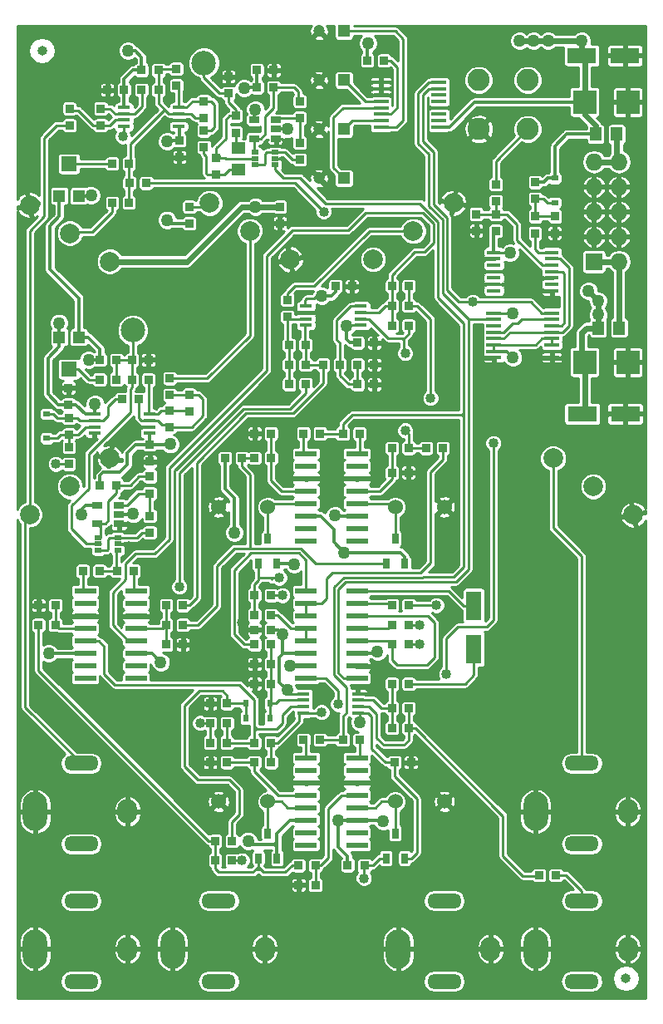
<source format=gbl>
G04 #@! TF.FileFunction,Copper,L2,Bot,Signal*
%FSLAX46Y46*%
G04 Gerber Fmt 4.6, Leading zero omitted, Abs format (unit mm)*
G04 Created by KiCad (PCBNEW 4.0.2-stable) date 2017-11-15 10:17:16 AM*
%MOMM*%
G01*
G04 APERTURE LIST*
%ADD10C,0.100000*%
%ADD11R,0.812800X0.812800*%
%ADD12R,0.800000X0.500000*%
%ADD13C,1.998980*%
%ADD14C,2.250000*%
%ADD15C,2.500000*%
%ADD16R,1.500000X0.450000*%
%ADD17R,1.450000X0.450000*%
%ADD18R,2.199640X0.599440*%
%ADD19R,1.397000X1.143000*%
%ADD20R,1.143000X1.397000*%
%ADD21R,2.397760X2.397760*%
%ADD22R,1.200000X1.200000*%
%ADD23C,1.200000*%
%ADD24R,1.600200X2.999740*%
%ADD25R,2.999740X1.600200*%
%ADD26R,1.300480X0.400000*%
%ADD27R,1.060000X0.650000*%
%ADD28R,1.600000X1.500000*%
%ADD29O,2.500000X4.000000*%
%ADD30O,2.000000X2.500000*%
%ADD31O,3.500000X1.500000*%
%ADD32R,1.727200X1.727200*%
%ADD33O,1.727200X1.727200*%
%ADD34C,1.524000*%
%ADD35R,0.701040X1.000760*%
%ADD36R,0.762000X0.609600*%
%ADD37R,0.609600X0.762000*%
%ADD38O,1.000000X1.000000*%
%ADD39C,1.016000*%
%ADD40C,1.270000*%
%ADD41C,0.254000*%
%ADD42C,0.609600*%
%ADD43C,0.355600*%
%ADD44C,0.304800*%
%ADD45C,0.203200*%
G04 APERTURE END LIST*
D10*
D11*
X17800000Y-20899100D03*
X17800000Y-22600900D03*
D12*
X38750000Y-25350000D03*
X36750000Y-26000000D03*
X38750000Y-26650000D03*
X38750000Y-26000000D03*
X36750000Y-26650000D03*
X36750000Y-25350000D03*
X22750000Y-64600000D03*
X20750000Y-65250000D03*
X22750000Y-65900000D03*
X22750000Y-65250000D03*
X20750000Y-65900000D03*
X20750000Y-64600000D03*
D13*
X17822777Y-33606433D03*
X21918537Y-36474315D03*
X13727017Y-30738551D03*
D14*
X59500000Y-18000000D03*
X64500000Y-18000000D03*
X64500000Y-23000000D03*
X59500000Y-23000000D03*
D15*
X24250000Y-43500000D03*
X31500000Y-16250000D03*
D16*
X49550000Y-22775000D03*
X49550000Y-22125000D03*
X49550000Y-21475000D03*
X49550000Y-20825000D03*
X49550000Y-20175000D03*
X49550000Y-19525000D03*
X49550000Y-18875000D03*
X49550000Y-18225000D03*
X55450000Y-18225000D03*
X55450000Y-18875000D03*
X55450000Y-19525000D03*
X55450000Y-20175000D03*
X55450000Y-20825000D03*
X55450000Y-21475000D03*
X55450000Y-22125000D03*
X55450000Y-22775000D03*
X66950000Y-41725000D03*
X66950000Y-42375000D03*
X66950000Y-43025000D03*
X66950000Y-43675000D03*
X66950000Y-44325000D03*
X66950000Y-44975000D03*
X66950000Y-45625000D03*
X66950000Y-46275000D03*
X61050000Y-46275000D03*
X61050000Y-45625000D03*
X61050000Y-44975000D03*
X61050000Y-44325000D03*
X61050000Y-43675000D03*
X61050000Y-43025000D03*
X61050000Y-42375000D03*
X61050000Y-41725000D03*
D17*
X66950000Y-35550000D03*
X66950000Y-36200000D03*
X66950000Y-36850000D03*
X66950000Y-37500000D03*
X66950000Y-38150000D03*
X66950000Y-38800000D03*
X66950000Y-39450000D03*
X61050000Y-39450000D03*
X61050000Y-38800000D03*
X61050000Y-38150000D03*
X61050000Y-37500000D03*
X61050000Y-36850000D03*
X61050000Y-36200000D03*
X61050000Y-35550000D03*
D18*
X47098420Y-56055000D03*
X47098420Y-57325000D03*
X47098420Y-58595000D03*
X47098420Y-59865000D03*
X47098420Y-61135000D03*
X47098420Y-62405000D03*
X47098420Y-63675000D03*
X47098420Y-64945000D03*
X41901580Y-64945000D03*
X41901580Y-63675000D03*
X41901580Y-62405000D03*
X41901580Y-61135000D03*
X41901580Y-59865000D03*
X41901580Y-58595000D03*
X41901580Y-57325000D03*
X41901580Y-56055000D03*
X24598420Y-70055000D03*
X24598420Y-71325000D03*
X24598420Y-72595000D03*
X24598420Y-73865000D03*
X24598420Y-75135000D03*
X24598420Y-76405000D03*
X24598420Y-77675000D03*
X24598420Y-78945000D03*
X19401580Y-78945000D03*
X19401580Y-77675000D03*
X19401580Y-76405000D03*
X19401580Y-75135000D03*
X19401580Y-73865000D03*
X19401580Y-72595000D03*
X19401580Y-71325000D03*
X19401580Y-70055000D03*
X47098420Y-87055000D03*
X47098420Y-88325000D03*
X47098420Y-89595000D03*
X47098420Y-90865000D03*
X47098420Y-92135000D03*
X47098420Y-93405000D03*
X47098420Y-94675000D03*
X47098420Y-95945000D03*
X41901580Y-95945000D03*
X41901580Y-94675000D03*
X41901580Y-93405000D03*
X41901580Y-92135000D03*
X41901580Y-90865000D03*
X41901580Y-89595000D03*
X41901580Y-88325000D03*
X41901580Y-87055000D03*
X41901580Y-78945000D03*
X41901580Y-77675000D03*
X41901580Y-76405000D03*
X41901580Y-75135000D03*
X41901580Y-73865000D03*
X41901580Y-72595000D03*
X41901580Y-71325000D03*
X41901580Y-70055000D03*
X47098420Y-70055000D03*
X47098420Y-71325000D03*
X47098420Y-72595000D03*
X47098420Y-73865000D03*
X47098420Y-75135000D03*
X47098420Y-76405000D03*
X47098420Y-77675000D03*
X47098420Y-78945000D03*
D19*
X35000000Y-24920500D03*
X35000000Y-27079500D03*
D20*
X71670500Y-43250000D03*
X73829500Y-43250000D03*
X71420500Y-23500000D03*
X73579500Y-23500000D03*
D21*
X74699640Y-20250000D03*
X70300360Y-20250000D03*
X70300360Y-46750000D03*
X74699640Y-46750000D03*
D22*
X45770000Y-28000000D03*
D23*
X43230000Y-28000000D03*
D22*
X45770000Y-23000000D03*
D23*
X43230000Y-23000000D03*
D22*
X45770000Y-18000000D03*
D23*
X43230000Y-18000000D03*
D22*
X45770000Y-13000000D03*
D23*
X43230000Y-13000000D03*
D24*
X59000000Y-75949640D03*
X59000000Y-71550360D03*
D25*
X70000360Y-15500000D03*
X74399640Y-15500000D03*
X74449640Y-52000000D03*
X70050360Y-52000000D03*
D26*
X28944000Y-20794600D03*
X28944000Y-21429600D03*
X28944000Y-22090000D03*
X28944000Y-22725000D03*
X23356000Y-22725000D03*
X23356000Y-22077300D03*
X23356000Y-21429600D03*
X23356000Y-20781900D03*
X25944000Y-52044600D03*
X25944000Y-52679600D03*
X25944000Y-53340000D03*
X25944000Y-53975000D03*
X20356000Y-53975000D03*
X20356000Y-53327300D03*
X20356000Y-52679600D03*
X20356000Y-52031900D03*
X41906000Y-42955400D03*
X41906000Y-42320400D03*
X41906000Y-41660000D03*
X41906000Y-41025000D03*
X47494000Y-41025000D03*
X47494000Y-41672700D03*
X47494000Y-42320400D03*
X47494000Y-42968100D03*
X41606000Y-82455400D03*
X41606000Y-81820400D03*
X41606000Y-81160000D03*
X41606000Y-80525000D03*
X47194000Y-80525000D03*
X47194000Y-81172700D03*
X47194000Y-81820400D03*
X47194000Y-82468100D03*
D27*
X22850000Y-61300000D03*
X22850000Y-62250000D03*
X22850000Y-63200000D03*
X20650000Y-63200000D03*
X20650000Y-61300000D03*
X38850000Y-22050000D03*
X38850000Y-23000000D03*
X38850000Y-23950000D03*
X36650000Y-23950000D03*
X36650000Y-22050000D03*
D28*
X17750000Y-26550000D03*
D22*
X18750000Y-29800000D03*
X16750000Y-29800000D03*
D28*
X17750000Y-47450000D03*
D22*
X16750000Y-44200000D03*
X18750000Y-44200000D03*
D13*
X36177223Y-33393567D03*
X32081463Y-30525685D03*
X40272983Y-36261449D03*
X17822777Y-59393567D03*
X13727017Y-62261449D03*
X21918537Y-56525685D03*
X71177223Y-59393567D03*
X67081463Y-56525685D03*
X75272983Y-62261449D03*
X52822777Y-33393567D03*
X48727017Y-36261449D03*
X56918537Y-30525685D03*
D29*
X14300000Y-106500000D03*
D30*
X23700000Y-106500000D03*
D31*
X19000000Y-101600000D03*
X19000000Y-109800000D03*
D29*
X14300000Y-92500000D03*
D30*
X23700000Y-92500000D03*
D31*
X19000000Y-87600000D03*
X19000000Y-95800000D03*
D29*
X65300000Y-92500000D03*
D30*
X74700000Y-92500000D03*
D31*
X70000000Y-87600000D03*
X70000000Y-95800000D03*
D29*
X51300000Y-106500000D03*
D30*
X60700000Y-106500000D03*
D31*
X56000000Y-101600000D03*
X56000000Y-109800000D03*
D29*
X28300000Y-106500000D03*
D30*
X37700000Y-106500000D03*
D31*
X33000000Y-101600000D03*
X33000000Y-109800000D03*
D29*
X65300000Y-106500000D03*
D30*
X74700000Y-106500000D03*
D31*
X70000000Y-101600000D03*
X70000000Y-109800000D03*
D11*
X30000000Y-30899100D03*
X30000000Y-32600900D03*
X28000000Y-50100900D03*
X28000000Y-48399100D03*
X23899100Y-28500000D03*
X25600900Y-28500000D03*
X17750000Y-55399100D03*
X17750000Y-57100900D03*
X23850900Y-30500000D03*
X22149100Y-30500000D03*
X23850900Y-26500000D03*
X22149100Y-26500000D03*
X40000000Y-42100900D03*
X40000000Y-40399100D03*
X40149100Y-49000000D03*
X41850900Y-49000000D03*
X24149100Y-48500000D03*
X25850900Y-48500000D03*
X26850900Y-17000000D03*
X25149100Y-17000000D03*
X22600900Y-48500000D03*
X20899100Y-48500000D03*
X24149100Y-46500000D03*
X25850900Y-46500000D03*
X31500000Y-20149100D03*
X31500000Y-21850900D03*
X41850900Y-45000000D03*
X40149100Y-45000000D03*
X22600900Y-46500000D03*
X20899100Y-46500000D03*
X31500000Y-24850900D03*
X31500000Y-23149100D03*
X32750000Y-27600900D03*
X32750000Y-25899100D03*
X45350900Y-47000000D03*
X43649100Y-47000000D03*
X26000000Y-64100900D03*
X26000000Y-62399100D03*
X22600900Y-59250000D03*
X20899100Y-59250000D03*
X48850900Y-49000000D03*
X47149100Y-49000000D03*
X34750000Y-23350900D03*
X34750000Y-21649100D03*
X50649100Y-39000000D03*
X52350900Y-39000000D03*
X34000000Y-17649100D03*
X34000000Y-19350900D03*
X52350900Y-43000000D03*
X50649100Y-43000000D03*
X41250000Y-26100900D03*
X41250000Y-24399100D03*
X38600900Y-18750000D03*
X36899100Y-18750000D03*
X50649100Y-55500000D03*
X52350900Y-55500000D03*
X52350900Y-58000000D03*
X50649100Y-58000000D03*
X24350900Y-68000000D03*
X22649100Y-68000000D03*
X47350900Y-54000000D03*
X45649100Y-54000000D03*
X33649100Y-56500000D03*
X35350900Y-56500000D03*
X27649100Y-71500000D03*
X29350900Y-71500000D03*
X27649100Y-73500000D03*
X29350900Y-73500000D03*
X29350900Y-75500000D03*
X27649100Y-75500000D03*
X38350900Y-56500000D03*
X36649100Y-56500000D03*
X36649100Y-54000000D03*
X38350900Y-54000000D03*
X41649100Y-54000000D03*
X43350900Y-54000000D03*
X38350900Y-70500000D03*
X36649100Y-70500000D03*
X48149100Y-16000000D03*
X49850900Y-16000000D03*
X38350900Y-72500000D03*
X36649100Y-72500000D03*
X55850900Y-55500000D03*
X54149100Y-55500000D03*
X38350900Y-75500000D03*
X36649100Y-75500000D03*
X33850900Y-85500000D03*
X32149100Y-85500000D03*
X36649100Y-77500000D03*
X38350900Y-77500000D03*
X50649100Y-79500000D03*
X52350900Y-79500000D03*
X38350900Y-85500000D03*
X36649100Y-85500000D03*
X32149100Y-81500000D03*
X33850900Y-81500000D03*
X32649100Y-95500000D03*
X34350900Y-95500000D03*
X52350900Y-82000000D03*
X50649100Y-82000000D03*
X36649100Y-87500000D03*
X38350900Y-87500000D03*
X32149100Y-87500000D03*
X33850900Y-87500000D03*
X67350900Y-99000000D03*
X65649100Y-99000000D03*
X19149100Y-68000000D03*
X20850900Y-68000000D03*
X41649100Y-85200000D03*
X43350900Y-85200000D03*
X34350900Y-97500000D03*
X32649100Y-97500000D03*
X61250000Y-31649100D03*
X61250000Y-33350900D03*
X65250000Y-33600900D03*
X65250000Y-31899100D03*
X16350900Y-73500000D03*
X14649100Y-73500000D03*
X65250000Y-30100900D03*
X65250000Y-28399100D03*
X14649100Y-71500000D03*
X16350900Y-71500000D03*
X42850900Y-98000000D03*
X41149100Y-98000000D03*
X61250000Y-30350900D03*
X61250000Y-28649100D03*
X41149100Y-100000000D03*
X42850900Y-100000000D03*
X47350900Y-85200000D03*
X45649100Y-85200000D03*
X46149100Y-98000000D03*
X47850900Y-98000000D03*
X50649100Y-75500000D03*
X52350900Y-75500000D03*
X50649100Y-71500000D03*
X52350900Y-71500000D03*
X50649100Y-73500000D03*
X52350900Y-73500000D03*
X28000000Y-51649100D03*
X28000000Y-53350900D03*
X17750000Y-52399100D03*
X17750000Y-54100900D03*
X23149100Y-50500000D03*
X24850900Y-50500000D03*
X21000000Y-20899100D03*
X21000000Y-22600900D03*
X26850900Y-19000000D03*
X25149100Y-19000000D03*
X29000000Y-25850900D03*
X29000000Y-24149100D03*
X67250000Y-31899100D03*
X67250000Y-33600900D03*
X59250000Y-31649100D03*
X59250000Y-33350900D03*
X36649100Y-74000000D03*
X38350900Y-74000000D03*
X50899100Y-87500000D03*
X52600900Y-87500000D03*
X26000000Y-56850900D03*
X26000000Y-55149100D03*
X17700000Y-51050900D03*
X17700000Y-49349100D03*
X38600900Y-17000000D03*
X36899100Y-17000000D03*
X39250000Y-30899100D03*
X39250000Y-32600900D03*
X46600900Y-39000000D03*
X44899100Y-39000000D03*
X47149100Y-44750000D03*
X48850900Y-44750000D03*
X52350900Y-84000000D03*
X50649100Y-84000000D03*
X38350900Y-79500000D03*
X36649100Y-79500000D03*
X32149100Y-83500000D03*
X33850900Y-83500000D03*
X41250000Y-21850900D03*
X41250000Y-20149100D03*
X47149100Y-47000000D03*
X48850900Y-47000000D03*
X52350900Y-41000000D03*
X50649100Y-41000000D03*
X26000000Y-60100900D03*
X26000000Y-58399100D03*
X41850900Y-47000000D03*
X40149100Y-47000000D03*
X23350900Y-19000000D03*
X21649100Y-19000000D03*
D32*
X71250000Y-36500000D03*
D33*
X73790000Y-36500000D03*
X71250000Y-33960000D03*
X73790000Y-33960000D03*
X71250000Y-31420000D03*
X73790000Y-31420000D03*
X71250000Y-28880000D03*
X73790000Y-28880000D03*
X71250000Y-26340000D03*
X73790000Y-26340000D03*
D34*
X51000000Y-61500000D03*
X56000000Y-61500000D03*
X38000000Y-61500000D03*
X33000000Y-61500000D03*
X38000000Y-91500000D03*
X33000000Y-91500000D03*
X51000000Y-91500000D03*
X56000000Y-91500000D03*
D35*
X51000000Y-94730000D03*
X50047500Y-97270000D03*
X51952500Y-97270000D03*
X38000000Y-94730000D03*
X37047500Y-97270000D03*
X38952500Y-97270000D03*
X38000000Y-64730000D03*
X37047500Y-67270000D03*
X38952500Y-67270000D03*
X51000000Y-64730000D03*
X50047500Y-67270000D03*
X51952500Y-67270000D03*
D36*
X15500000Y-52005400D03*
X15500000Y-54494600D03*
X67250000Y-30494600D03*
X67250000Y-28005400D03*
D37*
X38244600Y-83000000D03*
X35755400Y-83000000D03*
X35755400Y-81500000D03*
X38244600Y-81500000D03*
D11*
X30000000Y-51750900D03*
X30000000Y-50049100D03*
X28700000Y-18550900D03*
X28700000Y-16849100D03*
D38*
X15000000Y-15000000D03*
X74500000Y-109500000D03*
D39*
X39200000Y-68700000D03*
X53500000Y-73500000D03*
X54600000Y-50400000D03*
X17800000Y-24300000D03*
X49100000Y-89600000D03*
X27100000Y-46300000D03*
X24400000Y-53500000D03*
X50100000Y-49000000D03*
X35400000Y-73300000D03*
X38400000Y-34000000D03*
X40000000Y-26900000D03*
X23839968Y-65477508D03*
X39750000Y-89750000D03*
X21750000Y-17750000D03*
X29000000Y-27250000D03*
X14500000Y-70000000D03*
X39967298Y-24500000D03*
X24238905Y-63612974D03*
X52160171Y-59500000D03*
X35500000Y-77500000D03*
X26400000Y-72600000D03*
X65600000Y-38200000D03*
X31100000Y-83500000D03*
X47800000Y-99300000D03*
X53500000Y-75500000D03*
D40*
X63675000Y-14000000D03*
X65100000Y-14000000D03*
X66575000Y-14000000D03*
X15683980Y-76400000D03*
X36750000Y-30899100D03*
X36750000Y-21000000D03*
X19000000Y-62250000D03*
X62700000Y-35600000D03*
X46057295Y-43035141D03*
X20000000Y-29750000D03*
X20400000Y-51000000D03*
X16750000Y-42750000D03*
X23750000Y-15000000D03*
X48250006Y-14250000D03*
X70000000Y-14000000D03*
X63000000Y-46250000D03*
X49200000Y-76200000D03*
X63000000Y-41750000D03*
X40700000Y-67300000D03*
X40255941Y-77700000D03*
X45797518Y-66110692D03*
X36000000Y-95500000D03*
X47400000Y-83400000D03*
X70700000Y-39500000D03*
X71675000Y-40475002D03*
X71675000Y-41875000D03*
X28100000Y-55100000D03*
X24300000Y-62200000D03*
X35599998Y-18800000D03*
X40012257Y-22999959D03*
X27750000Y-32250000D03*
X27100000Y-77300000D03*
X43500000Y-40000000D03*
D39*
X39500000Y-70500000D03*
D40*
X19750000Y-46500000D03*
X34600000Y-64100000D03*
X27750000Y-24250000D03*
X44854355Y-62345645D03*
X45216020Y-93400000D03*
X40000000Y-80143980D03*
X39527332Y-74484231D03*
D39*
X35400000Y-97500000D03*
D40*
X49750000Y-93500000D03*
D39*
X16400000Y-57100000D03*
X29000000Y-69600000D03*
X43700000Y-31400000D03*
X52000000Y-45800000D03*
X52000000Y-53700000D03*
X43500000Y-82400000D03*
X55200000Y-71500000D03*
X45161780Y-81577596D03*
X56200000Y-78499998D03*
X61000000Y-55000000D03*
X58904941Y-40583999D03*
X23250000Y-23749992D03*
D41*
X29350900Y-71500000D02*
X30000000Y-71500000D01*
X30750000Y-57000000D02*
X35811798Y-51938202D01*
X30000000Y-71500000D02*
X30750000Y-70750000D01*
X30750000Y-70750000D02*
X30750000Y-57000000D01*
X35811798Y-51938202D02*
X40602338Y-51938202D01*
X40602338Y-51938202D02*
X43649100Y-48891440D01*
X43649100Y-48891440D02*
X43649100Y-47825500D01*
X43649100Y-47825500D02*
X43649100Y-47000000D01*
X41806000Y-44955100D02*
X41850900Y-45000000D01*
X41850900Y-45000000D02*
X41850900Y-47000000D01*
X43649100Y-47000000D02*
X41850900Y-47000000D01*
X41806000Y-42955400D02*
X41806000Y-44955100D01*
X41906000Y-42320400D02*
X40219500Y-42320400D01*
X40219500Y-42320400D02*
X40000000Y-42100900D01*
X40000000Y-42100900D02*
X40000000Y-44850900D01*
X40000000Y-44850900D02*
X40149100Y-45000000D01*
X40149100Y-45000000D02*
X40149100Y-47000000D01*
X40149100Y-47000000D02*
X40149100Y-49000000D01*
X25174500Y-60100900D02*
X26000000Y-60100900D01*
X24833100Y-60100900D02*
X25174500Y-60100900D01*
X22850000Y-61300000D02*
X23634000Y-61300000D01*
X23634000Y-61300000D02*
X24833100Y-60100900D01*
X26000000Y-62399100D02*
X26000000Y-60100900D01*
X22850000Y-61300000D02*
X23055000Y-61300000D01*
X24850900Y-58399100D02*
X24000000Y-59250000D01*
X24000000Y-59250000D02*
X22600900Y-59250000D01*
X26000000Y-58399100D02*
X24850900Y-58399100D01*
X22600900Y-59250000D02*
X22600900Y-60075500D01*
X22600900Y-60075500D02*
X21750000Y-60926400D01*
X21750000Y-60926400D02*
X21750000Y-62884000D01*
X21750000Y-62884000D02*
X21434000Y-63200000D01*
X21434000Y-63200000D02*
X20650000Y-63200000D01*
X20952440Y-64602300D02*
X20952440Y-63502440D01*
X20952440Y-63502440D02*
X20650000Y-63200000D01*
X38481580Y-68700000D02*
X39200000Y-68700000D01*
X38421400Y-68760180D02*
X38481580Y-68700000D01*
X38421400Y-68900000D02*
X38421400Y-68760180D01*
X37047500Y-68700000D02*
X39200000Y-68700000D01*
X37047500Y-67270000D02*
X37047500Y-68700000D01*
X37047500Y-68700000D02*
X37047500Y-68952500D01*
X37047500Y-68952500D02*
X36649100Y-69350900D01*
X36649100Y-69350900D02*
X36649100Y-70500000D01*
X36649100Y-72500000D02*
X36649100Y-70500000D01*
X52350900Y-41000000D02*
X52350900Y-39000000D01*
X36649100Y-72500000D02*
X36649100Y-70672300D01*
X52350900Y-73500000D02*
X53500000Y-73500000D01*
X54600000Y-49681580D02*
X54600000Y-50400000D01*
X54600000Y-42400000D02*
X54600000Y-49681580D01*
X53200000Y-41000000D02*
X54600000Y-42400000D01*
X52350900Y-41000000D02*
X53200000Y-41000000D01*
X50649100Y-39000000D02*
X50649100Y-37850900D01*
X37900000Y-47600000D02*
X27961798Y-57538202D01*
X50649100Y-37850900D02*
X53000000Y-35500000D01*
X54900000Y-32600000D02*
X53800000Y-31500000D01*
X53000000Y-35500000D02*
X54000000Y-35500000D01*
X54000000Y-35500000D02*
X54900000Y-34600000D01*
X54900000Y-34600000D02*
X54900000Y-32600000D01*
X53800000Y-31500000D02*
X48000000Y-31500000D01*
X40500000Y-33300000D02*
X37900000Y-35900000D01*
X46200000Y-33300000D02*
X40500000Y-33300000D01*
X48000000Y-31500000D02*
X46200000Y-33300000D01*
X37900000Y-35900000D02*
X37900000Y-47600000D01*
X27961798Y-57538202D02*
X27961798Y-64788202D01*
X26500000Y-66250000D02*
X24528638Y-66250000D01*
X27961798Y-64788202D02*
X26500000Y-66250000D01*
X23500000Y-68900000D02*
X22200000Y-70200000D01*
X24528638Y-66250000D02*
X23500000Y-67278638D01*
X23500000Y-67278638D02*
X23500000Y-68900000D01*
X22200000Y-70200000D02*
X22200000Y-73536680D01*
X22200000Y-73536680D02*
X23798320Y-75135000D01*
X23798320Y-75135000D02*
X24598420Y-75135000D01*
X48298240Y-41672700D02*
X47394000Y-41672700D01*
X49316000Y-41672700D02*
X48298240Y-41672700D01*
X49988700Y-41000000D02*
X49316000Y-41672700D01*
X50649100Y-39000000D02*
X50649100Y-41000000D01*
X50649100Y-41000000D02*
X49988700Y-41000000D01*
X50649100Y-43000000D02*
X50649100Y-41000000D01*
X45350900Y-47000000D02*
X45350900Y-48100900D01*
X45350900Y-48100900D02*
X46250000Y-49000000D01*
X46250000Y-49000000D02*
X47149100Y-49000000D01*
X47394000Y-41025000D02*
X46489760Y-41025000D01*
X46489760Y-41025000D02*
X45041294Y-42473466D01*
X45041294Y-44441294D02*
X45350900Y-44750900D01*
X45041294Y-42473466D02*
X45041294Y-44441294D01*
X47149100Y-47000000D02*
X47149100Y-49000000D01*
X45350900Y-44750900D02*
X45350900Y-47000000D01*
X47098420Y-89595000D02*
X49095000Y-89595000D01*
X49095000Y-89595000D02*
X49100000Y-89600000D01*
X25850900Y-46500000D02*
X26900000Y-46500000D01*
X26900000Y-46500000D02*
X27100000Y-46300000D01*
X25944000Y-53340000D02*
X24560000Y-53340000D01*
X24560000Y-53340000D02*
X24400000Y-53500000D01*
X48850900Y-49000000D02*
X50100000Y-49000000D01*
X36649100Y-74000000D02*
X36100000Y-74000000D01*
X36100000Y-74000000D02*
X35400000Y-73300000D01*
X39250000Y-32600900D02*
X39250000Y-33150000D01*
X39250000Y-33150000D02*
X38400000Y-34000000D01*
X40000000Y-26596000D02*
X40000000Y-26900000D01*
X39404000Y-26000000D02*
X40000000Y-26596000D01*
X38750000Y-26000000D02*
X39404000Y-26000000D01*
X22750000Y-65250000D02*
X23612460Y-65250000D01*
X23612460Y-65250000D02*
X23839968Y-65477508D01*
X41901580Y-89595000D02*
X39905000Y-89595000D01*
X39905000Y-89595000D02*
X39750000Y-89750000D01*
X21649100Y-19000000D02*
X21649100Y-17850900D01*
X21649100Y-17850900D02*
X21750000Y-17750000D01*
X29000000Y-25850900D02*
X29000000Y-27250000D01*
X14649100Y-71500000D02*
X14649100Y-70149100D01*
X14649100Y-70149100D02*
X14500000Y-70000000D01*
X30250000Y-25500000D02*
X29899100Y-25850900D01*
X29899100Y-25850900D02*
X29000000Y-25850900D01*
X30250000Y-22491760D02*
X30250000Y-25500000D01*
X28944000Y-22090000D02*
X29848240Y-22090000D01*
X29848240Y-22090000D02*
X30250000Y-22491760D01*
X38850000Y-23950000D02*
X39417298Y-23950000D01*
X39417298Y-23950000D02*
X39967298Y-24500000D01*
X23825931Y-63200000D02*
X24238905Y-63612974D01*
X22850000Y-63200000D02*
X23825931Y-63200000D01*
X52350900Y-58000000D02*
X52350900Y-59309271D01*
X52350900Y-59309271D02*
X52160171Y-59500000D01*
X36649100Y-77500000D02*
X35500000Y-77500000D01*
X26395000Y-72595000D02*
X26400000Y-72600000D01*
X24598420Y-72595000D02*
X26395000Y-72595000D01*
X65650000Y-38150000D02*
X65600000Y-38200000D01*
X66950000Y-38150000D02*
X65650000Y-38150000D01*
X68399100Y-33600900D02*
X68400000Y-33600000D01*
X67250000Y-33600900D02*
X68399100Y-33600900D01*
D42*
X73771400Y-46071760D02*
X74449640Y-46750000D01*
D41*
X40933532Y-35600900D02*
X40272983Y-36261449D01*
X39049100Y-21850900D02*
X38850000Y-22050000D01*
X41250000Y-21850900D02*
X39049100Y-21850900D01*
X41250000Y-24399100D02*
X41250000Y-21850900D01*
X38600900Y-18750000D02*
X40650000Y-18750000D01*
X40650000Y-18750000D02*
X41100900Y-19200900D01*
X41100900Y-19200900D02*
X41100900Y-20000000D01*
X41100900Y-20000000D02*
X41250000Y-20149100D01*
X36650000Y-23950000D02*
X37300000Y-23950000D01*
X37300000Y-23950000D02*
X37750000Y-23500000D01*
X38600900Y-20849738D02*
X38600900Y-18750000D01*
X37750000Y-23500000D02*
X37750000Y-21700638D01*
X37750000Y-21700638D02*
X38600900Y-20849738D01*
X36650000Y-23950000D02*
X36650000Y-25250000D01*
X36650000Y-25250000D02*
X36750000Y-25350000D01*
X50635000Y-61135000D02*
X51000000Y-61500000D01*
X47098420Y-61135000D02*
X50635000Y-61135000D01*
X51000000Y-63975620D02*
X51000000Y-61500000D01*
X51000000Y-64730000D02*
X51000000Y-63975620D01*
X38365000Y-61135000D02*
X38000000Y-61500000D01*
X41901580Y-61135000D02*
X38365000Y-61135000D01*
X38000000Y-63975620D02*
X38000000Y-61500000D01*
X38000000Y-64730000D02*
X38000000Y-63975620D01*
X32149100Y-83500000D02*
X32149100Y-85500000D01*
X49442980Y-97270000D02*
X48712980Y-98000000D01*
X50047500Y-97270000D02*
X49442980Y-97270000D01*
X48712980Y-98000000D02*
X47850900Y-98000000D01*
X31100000Y-83500000D02*
X32149100Y-83500000D01*
X47800000Y-98050900D02*
X47850900Y-98000000D01*
X47800000Y-99300000D02*
X47800000Y-98050900D01*
X52350900Y-75500000D02*
X53500000Y-75500000D01*
X41806000Y-81820400D02*
X40379600Y-81820400D01*
X40379600Y-81820400D02*
X39500000Y-82700000D01*
X39500000Y-82700000D02*
X39500000Y-83500000D01*
X39500000Y-83500000D02*
X38943780Y-84056220D01*
X38943780Y-84056220D02*
X36879568Y-84056220D01*
X36649100Y-85500000D02*
X36649100Y-85334900D01*
X21336000Y-78486000D02*
X21336000Y-75692000D01*
X21336000Y-75692000D02*
X20779000Y-75135000D01*
X20779000Y-75135000D02*
X19401580Y-75135000D01*
X33850900Y-83500000D02*
X33850900Y-85500000D01*
X36649100Y-85500000D02*
X33850900Y-85500000D01*
X33850900Y-85500000D02*
X33850900Y-85665100D01*
X36649100Y-85500000D02*
X36649100Y-84276500D01*
X36649100Y-81113538D02*
X35110483Y-79574921D01*
X35110483Y-79574921D02*
X22424921Y-79574921D01*
X22424921Y-79574921D02*
X21336000Y-78486000D01*
X36649100Y-83825752D02*
X36879568Y-84056220D01*
X36649100Y-83820687D02*
X36649100Y-83825752D01*
X36879568Y-84056220D02*
X36649100Y-84056220D01*
X36649100Y-84056220D02*
X36649100Y-83820687D01*
X36649100Y-83820687D02*
X36649100Y-81113538D01*
X36869380Y-84056220D02*
X36649100Y-84276500D01*
X36879568Y-84056220D02*
X36869380Y-84056220D01*
X36649100Y-84276500D02*
X36649100Y-84056220D01*
X38350900Y-77500000D02*
X38350900Y-79500000D01*
X38350900Y-75500000D02*
X38350900Y-77500000D01*
X38803400Y-81500000D02*
X38244600Y-81500000D01*
X38244600Y-83000000D02*
X38244600Y-81500000D01*
X38350900Y-81393700D02*
X38244600Y-81500000D01*
X38350900Y-79500000D02*
X38350900Y-81393700D01*
X39143400Y-81160000D02*
X38803400Y-81500000D01*
X41806000Y-81160000D02*
X39143400Y-81160000D01*
X52350900Y-79500000D02*
X58100000Y-79500000D01*
X58100000Y-79500000D02*
X59000000Y-78600000D01*
X59000000Y-78600000D02*
X59000000Y-75949640D01*
X59000000Y-71550360D02*
X57945900Y-71550360D01*
X57945900Y-71550360D02*
X56450540Y-70055000D01*
X56450540Y-70055000D02*
X48452240Y-70055000D01*
X48452240Y-70055000D02*
X47098420Y-70055000D01*
X47394000Y-81820400D02*
X48338834Y-81820400D01*
X48338834Y-81820400D02*
X49108010Y-82589576D01*
X49108010Y-82589576D02*
X49108010Y-85008010D01*
X49108010Y-85008010D02*
X49800000Y-85700000D01*
X49800000Y-85700000D02*
X51900000Y-85700000D01*
X51900000Y-85700000D02*
X52350900Y-85249100D01*
X52350900Y-85249100D02*
X52350900Y-84000000D01*
X65649100Y-99000000D02*
X65589100Y-99060000D01*
X65589100Y-99060000D02*
X64008000Y-99060000D01*
X64008000Y-99060000D02*
X61976000Y-97028000D01*
X61976000Y-97028000D02*
X61976000Y-92964700D01*
X61976000Y-92964700D02*
X53011300Y-84000000D01*
X53011300Y-84000000D02*
X52350900Y-84000000D01*
X52350900Y-84000000D02*
X52350900Y-82000000D01*
X47394000Y-81172700D02*
X48772700Y-81172700D01*
X48772700Y-81172700D02*
X49600000Y-82000000D01*
X50649100Y-84000000D02*
X50649100Y-82000000D01*
X50649100Y-79500000D02*
X50649100Y-82000000D01*
X49600000Y-82000000D02*
X50649100Y-82000000D01*
D42*
X65100000Y-14000000D02*
X66575000Y-14000000D01*
X65100000Y-14000000D02*
X63675000Y-14000000D01*
X70000000Y-14000000D02*
X66575000Y-14000000D01*
D43*
X46695543Y-66110692D02*
X45797518Y-66110692D01*
X51952500Y-66552500D02*
X51510692Y-66110692D01*
X51510692Y-66110692D02*
X46695543Y-66110692D01*
X51952500Y-67270000D02*
X51952500Y-66552500D01*
X15688980Y-76405000D02*
X15683980Y-76400000D01*
X19401580Y-76405000D02*
X15688980Y-76405000D01*
D42*
X39250000Y-30899100D02*
X36750000Y-30899100D01*
X36750000Y-30899100D02*
X35350900Y-30899100D01*
D43*
X36650000Y-22050000D02*
X36650000Y-21100000D01*
X36650000Y-21100000D02*
X36750000Y-21000000D01*
X20650000Y-61300000D02*
X19450000Y-61300000D01*
X19450000Y-61300000D02*
X19000000Y-61750000D01*
X19000000Y-61750000D02*
X19000000Y-62250000D01*
D42*
X29775685Y-36474315D02*
X21918537Y-36474315D01*
X35350900Y-30899100D02*
X29775685Y-36474315D01*
D43*
X62700000Y-35600000D02*
X62650000Y-35550000D01*
X41901580Y-62405000D02*
X43405000Y-62405000D01*
X43405000Y-62405000D02*
X44750000Y-63750000D01*
X44750000Y-63750000D02*
X44750000Y-65063174D01*
X44750000Y-65063174D02*
X45797518Y-66110692D01*
D41*
X50899100Y-87500000D02*
X50000000Y-87500000D01*
X50000000Y-87500000D02*
X48600000Y-86100000D01*
X48600000Y-86100000D02*
X48600000Y-82800000D01*
X48600000Y-82800000D02*
X48268100Y-82468100D01*
X48268100Y-82468100D02*
X47394000Y-82468100D01*
X47394000Y-82468100D02*
X47394000Y-83394000D01*
X47394000Y-83394000D02*
X47400000Y-83400000D01*
X50899100Y-87500000D02*
X50899100Y-88899100D01*
X50899100Y-88899100D02*
X53200000Y-91200000D01*
X53200000Y-91200000D02*
X53200000Y-96700000D01*
X53200000Y-96700000D02*
X52630000Y-97270000D01*
X52630000Y-97270000D02*
X51952500Y-97270000D01*
D43*
X46057295Y-43035141D02*
X46057295Y-44420195D01*
X46057295Y-44420195D02*
X46387100Y-44750000D01*
X46387100Y-44750000D02*
X47149100Y-44750000D01*
X18750000Y-29800000D02*
X19950000Y-29800000D01*
X19950000Y-29800000D02*
X20000000Y-29750000D01*
X20400000Y-51000000D02*
X20400000Y-51987900D01*
X20400000Y-51987900D02*
X20356000Y-52031900D01*
X16750000Y-44200000D02*
X16750000Y-42750000D01*
X25149100Y-17000000D02*
X25149100Y-15649100D01*
X25149100Y-15649100D02*
X24500000Y-15000000D01*
X24500000Y-15000000D02*
X23750000Y-15000000D01*
X25149100Y-17000000D02*
X24250000Y-17000000D01*
X24250000Y-17000000D02*
X23350900Y-17899100D01*
X23350900Y-17899100D02*
X23350900Y-19000000D01*
X23356000Y-20781900D02*
X23356000Y-19005100D01*
X23356000Y-19005100D02*
X23350900Y-19000000D01*
X15600000Y-50000000D02*
X16650900Y-51050900D01*
X16650900Y-51050900D02*
X17700000Y-51050900D01*
X15600000Y-46305600D02*
X15600000Y-50000000D01*
X16750000Y-44200000D02*
X16750000Y-45155600D01*
X16750000Y-45155600D02*
X15600000Y-46305600D01*
X17700000Y-51050900D02*
X18450900Y-51050900D01*
X18450900Y-51050900D02*
X19431900Y-52031900D01*
X19431900Y-52031900D02*
X20356000Y-52031900D01*
X48149100Y-14350906D02*
X48250006Y-14250000D01*
X48149100Y-16000000D02*
X48149100Y-14350906D01*
D42*
X70000360Y-15500000D02*
X70000360Y-14000360D01*
X70000360Y-14000360D02*
X70000000Y-14000000D01*
X70300360Y-20250000D02*
X70300360Y-15800000D01*
X70300360Y-15800000D02*
X70000360Y-15500000D01*
D44*
X62375000Y-45625000D02*
X63000000Y-46250000D01*
X61050000Y-45625000D02*
X62375000Y-45625000D01*
D43*
X71420500Y-23500000D02*
X68500000Y-23500000D01*
X70300360Y-20250000D02*
X59077242Y-20250000D01*
X59077242Y-20250000D02*
X56545441Y-22781801D01*
X56545441Y-22781801D02*
X55450000Y-22781801D01*
X67250000Y-28005400D02*
X67250000Y-24750000D01*
X67250000Y-24750000D02*
X68500000Y-23500000D01*
D42*
X71420500Y-23500000D02*
X71420500Y-22670500D01*
X71420500Y-22670500D02*
X70300360Y-21550360D01*
X70300360Y-21550360D02*
X70300360Y-20250000D01*
D43*
X48995000Y-76405000D02*
X49200000Y-76200000D01*
X47098420Y-76405000D02*
X48995000Y-76405000D01*
X61250000Y-33350900D02*
X61000000Y-33600900D01*
X61000000Y-33600900D02*
X61000000Y-35500000D01*
X61000000Y-35500000D02*
X61043199Y-35543199D01*
D41*
X61050000Y-41725000D02*
X62975000Y-41725000D01*
X62975000Y-41725000D02*
X63000000Y-41750000D01*
D43*
X40670000Y-67270000D02*
X40700000Y-67300000D01*
X38952500Y-67270000D02*
X40670000Y-67270000D01*
D41*
X62650000Y-35550000D02*
X61050000Y-35550000D01*
X62054000Y-44975000D02*
X61050000Y-44975000D01*
X65296000Y-44975000D02*
X62054000Y-44975000D01*
X65946000Y-44325000D02*
X65296000Y-44975000D01*
X66950000Y-44325000D02*
X65946000Y-44325000D01*
X61050000Y-44975000D02*
X61050000Y-45625000D01*
X66950000Y-44325000D02*
X66950000Y-44975000D01*
D43*
X65299100Y-28350000D02*
X65250000Y-28399100D01*
X66168800Y-28350000D02*
X65299100Y-28350000D01*
X41901580Y-77675000D02*
X40280941Y-77675000D01*
X40280941Y-77675000D02*
X40255941Y-77700000D01*
X66513400Y-28005400D02*
X66168800Y-28350000D01*
X67250000Y-28005400D02*
X66513400Y-28005400D01*
X40295000Y-93405000D02*
X41901580Y-93405000D01*
X38952500Y-94747500D02*
X40295000Y-93405000D01*
X36400000Y-95900000D02*
X36000000Y-95500000D01*
X38952500Y-96152500D02*
X38700000Y-95900000D01*
X38700000Y-95900000D02*
X36400000Y-95900000D01*
X38952500Y-97270000D02*
X38952500Y-96152500D01*
X38700000Y-95860640D02*
X38952500Y-95608140D01*
X38700000Y-95900000D02*
X38700000Y-95860640D01*
X38952500Y-95608140D02*
X38952500Y-96152500D01*
X38952500Y-94747500D02*
X38952500Y-95608140D01*
D41*
X46124336Y-42968100D02*
X46057295Y-43035141D01*
X47394000Y-42968100D02*
X46124336Y-42968100D01*
D43*
X16750000Y-29800000D02*
X16750000Y-31900000D01*
X18750000Y-40250000D02*
X18750000Y-44200000D01*
X16750000Y-31900000D02*
X15800000Y-32850000D01*
X15800000Y-32850000D02*
X15800000Y-37300000D01*
X15800000Y-37300000D02*
X18750000Y-40250000D01*
D42*
X71040001Y-39840001D02*
X70700000Y-39500000D01*
X71675000Y-40475002D02*
X71040001Y-39840001D01*
X71675000Y-41875000D02*
X71675000Y-40475002D01*
X71670500Y-43250000D02*
X71670500Y-41879500D01*
X71670500Y-41879500D02*
X71675000Y-41875000D01*
D43*
X26000000Y-55149100D02*
X28050900Y-55149100D01*
X28050900Y-55149100D02*
X28100000Y-55100000D01*
X24250000Y-62250000D02*
X24300000Y-62200000D01*
X22850000Y-62250000D02*
X24250000Y-62250000D01*
X35649998Y-18750000D02*
X35599998Y-18800000D01*
X36899100Y-18750000D02*
X35649998Y-18750000D01*
X38850000Y-23000000D02*
X40012216Y-23000000D01*
X40012216Y-23000000D02*
X40012257Y-22999959D01*
X30000000Y-32600900D02*
X28100900Y-32600900D01*
X28100900Y-32600900D02*
X27750000Y-32250000D01*
X26465001Y-76665001D02*
X27100000Y-77300000D01*
X26205000Y-76405000D02*
X26465001Y-76665001D01*
X24598420Y-76405000D02*
X26205000Y-76405000D01*
D41*
X41806000Y-41025000D02*
X41806000Y-40444000D01*
X41806000Y-40444000D02*
X42000000Y-40250000D01*
X42000000Y-40250000D02*
X42750000Y-40250000D01*
X42750000Y-40250000D02*
X43000000Y-40000000D01*
X43000000Y-40000000D02*
X43500000Y-40000000D01*
D43*
X44899100Y-39000000D02*
X44899100Y-39600900D01*
X44899100Y-39600900D02*
X44500000Y-40000000D01*
X44500000Y-40000000D02*
X43500000Y-40000000D01*
D41*
X38350900Y-70500000D02*
X39500000Y-70500000D01*
D43*
X38350900Y-74000000D02*
X39043101Y-74000000D01*
X39043101Y-74000000D02*
X39527332Y-74484231D01*
X19750000Y-46500000D02*
X20899100Y-46500000D01*
X33649100Y-56500000D02*
X33649100Y-59649100D01*
X33649100Y-59649100D02*
X34600000Y-60600000D01*
X34600000Y-60600000D02*
X34600000Y-63201975D01*
X34600000Y-63201975D02*
X34600000Y-64100000D01*
X36899100Y-18750000D02*
X36899100Y-17000000D01*
X29000000Y-24149100D02*
X27850900Y-24149100D01*
X27850900Y-24149100D02*
X27750000Y-24250000D01*
X29000000Y-24149100D02*
X29000000Y-22781000D01*
X29000000Y-22781000D02*
X28944000Y-22725000D01*
X36650000Y-18999100D02*
X36899100Y-18750000D01*
X26000000Y-55149100D02*
X24550900Y-55149100D01*
X22943024Y-57956976D02*
X21256976Y-57956976D01*
X24550900Y-55149100D02*
X23700000Y-56000000D01*
X23700000Y-56000000D02*
X23700000Y-57200000D01*
X20899100Y-58314852D02*
X20899100Y-59250000D01*
X23700000Y-57200000D02*
X22943024Y-57956976D01*
X21256976Y-57956976D02*
X20899100Y-58314852D01*
X26000000Y-55149100D02*
X26000000Y-54031000D01*
X26000000Y-54031000D02*
X25944000Y-53975000D01*
X18750000Y-44200000D02*
X19705600Y-44200000D01*
X19705600Y-44200000D02*
X20899100Y-45393500D01*
X20899100Y-45393500D02*
X20899100Y-46322900D01*
X20899100Y-46322900D02*
X20899100Y-46500000D01*
D42*
X70050360Y-52000000D02*
X70050360Y-51949640D01*
X70300360Y-46750000D02*
X70300360Y-51800360D01*
X70300360Y-51800360D02*
X70500000Y-52000000D01*
D41*
X41806000Y-80525000D02*
X40381020Y-80525000D01*
D43*
X44913710Y-62405000D02*
X44854355Y-62345645D01*
D42*
X71670500Y-43250000D02*
X70489400Y-43250000D01*
X70489400Y-43250000D02*
X70000000Y-43739400D01*
X70000000Y-43739400D02*
X70000000Y-46449640D01*
X70000000Y-46449640D02*
X70300360Y-46750000D01*
D43*
X45221020Y-93405000D02*
X45216020Y-93400000D01*
X47098420Y-93405000D02*
X45221020Y-93405000D01*
X41901580Y-76405000D02*
X39595000Y-76405000D01*
X39595000Y-76405000D02*
X39189101Y-76810899D01*
X39189101Y-76810899D02*
X39189101Y-79333081D01*
X39189101Y-79333081D02*
X39365001Y-79508981D01*
X39365001Y-79508981D02*
X40000000Y-80143980D01*
X39527332Y-74484231D02*
X39527332Y-76405000D01*
X39527332Y-76405000D02*
X41901580Y-76405000D01*
D41*
X40381020Y-80525000D02*
X40000000Y-80143980D01*
D43*
X47098420Y-62405000D02*
X44913710Y-62405000D01*
D41*
X34580900Y-97270000D02*
X34350900Y-97500000D01*
X34350900Y-97500000D02*
X35400000Y-97500000D01*
D43*
X45216020Y-94298025D02*
X45216020Y-93400000D01*
X45216020Y-96139820D02*
X45216020Y-94298025D01*
X46149100Y-97072900D02*
X45216020Y-96139820D01*
X46149100Y-98000000D02*
X46149100Y-97072900D01*
X47103420Y-93400000D02*
X47098420Y-93405000D01*
X49650000Y-93400000D02*
X47103420Y-93400000D01*
X49750000Y-93500000D02*
X49650000Y-93400000D01*
D41*
X38000000Y-94730000D02*
X38000000Y-91500000D01*
X41901580Y-92135000D02*
X40035000Y-92135000D01*
X39400000Y-91500000D02*
X38000000Y-91500000D01*
X40035000Y-92135000D02*
X39400000Y-91500000D01*
X61250000Y-31649100D02*
X61250000Y-30350900D01*
X59250000Y-31649100D02*
X61250000Y-31649100D01*
X65971000Y-36850000D02*
X63400000Y-34279000D01*
X66950000Y-36850000D02*
X65971000Y-36850000D01*
X63400000Y-34279000D02*
X63400000Y-32700000D01*
X62349100Y-31649100D02*
X61250000Y-31649100D01*
X63400000Y-32700000D02*
X62349100Y-31649100D01*
X66494600Y-30494600D02*
X67250000Y-30494600D01*
X66100900Y-30100900D02*
X66494600Y-30494600D01*
X65250000Y-31899100D02*
X65250000Y-30100900D01*
X65250000Y-31899100D02*
X67250000Y-31899100D01*
X65250000Y-30100900D02*
X66100900Y-30100900D01*
X51000000Y-93975620D02*
X51000000Y-91500000D01*
X51000000Y-94730000D02*
X51000000Y-93975620D01*
X49600000Y-91500000D02*
X51000000Y-91500000D01*
X48965000Y-92135000D02*
X49600000Y-91500000D01*
X47098420Y-92135000D02*
X48965000Y-92135000D01*
X45770000Y-13000000D02*
X51000000Y-13000000D01*
X51125000Y-22775000D02*
X49550000Y-22775000D01*
X51800000Y-22100000D02*
X51125000Y-22775000D01*
X51800000Y-13800000D02*
X51800000Y-22100000D01*
X51000000Y-13000000D02*
X51800000Y-13800000D01*
X45770000Y-17951000D02*
X45770000Y-18000000D01*
X45770000Y-18000000D02*
X47945000Y-20175000D01*
X47945000Y-20175000D02*
X49550000Y-20175000D01*
X46645000Y-22125000D02*
X45770000Y-23000000D01*
X49550000Y-22125000D02*
X46645000Y-22125000D01*
X44700000Y-26930000D02*
X45770000Y-28000000D01*
X49550000Y-20825000D02*
X45675000Y-20825000D01*
X45675000Y-20825000D02*
X44700000Y-21800000D01*
X44700000Y-21800000D02*
X44700000Y-26930000D01*
X35755400Y-81500000D02*
X35755400Y-83000000D01*
X33850900Y-81500000D02*
X35755400Y-81500000D01*
X33850900Y-80674500D02*
X33850900Y-81500000D01*
X33376400Y-80200000D02*
X33850900Y-80674500D01*
X31000000Y-80200000D02*
X33376400Y-80200000D01*
X30900000Y-89300000D02*
X29500000Y-87900000D01*
X34100000Y-89300000D02*
X30900000Y-89300000D01*
X29500000Y-81700000D02*
X31000000Y-80200000D01*
X35100000Y-90300000D02*
X34100000Y-89300000D01*
X35100000Y-92800000D02*
X35100000Y-90300000D01*
X29500000Y-87900000D02*
X29500000Y-81700000D01*
X34350900Y-93549100D02*
X35100000Y-92800000D01*
X34350900Y-95500000D02*
X34350900Y-93549100D01*
X16400900Y-57100900D02*
X16400000Y-57100000D01*
X17750000Y-57100900D02*
X16400900Y-57100900D01*
X17800000Y-22600900D02*
X16499100Y-22600900D01*
X16499100Y-22600900D02*
X15200000Y-23900000D01*
X15200000Y-23900000D02*
X15200000Y-31900000D01*
X15200000Y-31900000D02*
X13727017Y-33372983D01*
X13727017Y-33372983D02*
X13727017Y-60847957D01*
X13727017Y-60847957D02*
X13727017Y-62261449D01*
X13727017Y-62261449D02*
X13300000Y-62688466D01*
X13300000Y-62688466D02*
X13300000Y-81900000D01*
X13300000Y-81900000D02*
X19000000Y-87600000D01*
X70000000Y-87600000D02*
X70000000Y-66500000D01*
X70000000Y-66500000D02*
X67081463Y-63581463D01*
X67081463Y-63581463D02*
X67081463Y-56525685D01*
X41850900Y-49000000D02*
X41850900Y-49899100D01*
X41850900Y-49899100D02*
X40269009Y-51480991D01*
X40269009Y-51480991D02*
X35519009Y-51480991D01*
X35519009Y-51480991D02*
X29000000Y-58000000D01*
X29000000Y-58000000D02*
X29000000Y-68881580D01*
X29000000Y-68881580D02*
X29000000Y-69600000D01*
X70000000Y-100600000D02*
X70000000Y-101600000D01*
X68400000Y-99000000D02*
X70000000Y-100600000D01*
X67350900Y-99000000D02*
X68400000Y-99000000D01*
D42*
X73829500Y-43250000D02*
X73829500Y-36539500D01*
X73829500Y-36539500D02*
X73790000Y-36500000D01*
X73790000Y-36500000D02*
X71250000Y-36500000D01*
X71170500Y-36579500D02*
X71250000Y-36500000D01*
X71250000Y-26340000D02*
X73790000Y-26340000D01*
X73579500Y-23500000D02*
X73579500Y-26129500D01*
X73579500Y-26129500D02*
X73790000Y-26340000D01*
D41*
X23200340Y-64602300D02*
X22547560Y-64602300D01*
X24673100Y-64602300D02*
X23200340Y-64602300D01*
X25174500Y-64100900D02*
X24673100Y-64602300D01*
X26000000Y-64100900D02*
X25174500Y-64100900D01*
X22547560Y-64602300D02*
X21894780Y-64602300D01*
X21894780Y-64602300D02*
X21700000Y-64797080D01*
X21700000Y-64797080D02*
X21700000Y-65802920D01*
X21700000Y-65802920D02*
X21605220Y-65897700D01*
X21605220Y-65897700D02*
X20952440Y-65897700D01*
X22547560Y-65897700D02*
X22547560Y-67898460D01*
X22547560Y-67898460D02*
X22649100Y-68000000D01*
X22649100Y-68000000D02*
X20850900Y-68000000D01*
X24149100Y-48500000D02*
X24149100Y-49325500D01*
X19750000Y-59589682D02*
X17983998Y-61355684D01*
X24149100Y-49325500D02*
X24000000Y-49474600D01*
X19750000Y-56109460D02*
X19750000Y-59589682D01*
X24000000Y-49474600D02*
X24000000Y-51859460D01*
X24000000Y-51859460D02*
X19750000Y-56109460D01*
X17983998Y-61355684D02*
X17983998Y-63733998D01*
X17983998Y-63733998D02*
X19500000Y-65250000D01*
X19500000Y-65250000D02*
X20952440Y-65250000D01*
X24250000Y-43500000D02*
X24300000Y-46349100D01*
X24300000Y-46349100D02*
X24149100Y-46500000D01*
X24149100Y-46500000D02*
X24149100Y-48500000D01*
X22600900Y-46500000D02*
X22600900Y-48500000D01*
X22600900Y-46500000D02*
X24149100Y-46500000D01*
X38750000Y-25350000D02*
X39750000Y-25350000D01*
X40500900Y-26100900D02*
X41250000Y-26100900D01*
X39750000Y-25350000D02*
X40500900Y-26100900D01*
X38750000Y-25350000D02*
X37900000Y-25350000D01*
X37750000Y-25500000D02*
X37750000Y-26554000D01*
X37900000Y-25350000D02*
X37750000Y-25500000D01*
X37750000Y-26554000D02*
X37654000Y-26650000D01*
X37654000Y-26650000D02*
X36750000Y-26650000D01*
X44742791Y-78589383D02*
X44742792Y-69657208D01*
X46000000Y-79846592D02*
X44742791Y-78589383D01*
X44742792Y-69657208D02*
X45742790Y-68657210D01*
X45649100Y-85200000D02*
X45649100Y-82791436D01*
X45649100Y-82791436D02*
X46000000Y-82440536D01*
X46000000Y-82440536D02*
X46000000Y-79846592D01*
X53803802Y-68642790D02*
X56957210Y-68642790D01*
X45742790Y-68657210D02*
X53789383Y-68657209D01*
X53789383Y-68657209D02*
X53803802Y-68642790D01*
X56957210Y-68642790D02*
X58000000Y-67600000D01*
X58000000Y-67600000D02*
X58000000Y-52329758D01*
X58000000Y-51790780D02*
X58000000Y-42800000D01*
X58000000Y-42800000D02*
X55357210Y-40157210D01*
X55357210Y-40157210D02*
X55357210Y-32410618D01*
X55357210Y-32410618D02*
X53508391Y-30561799D01*
X43902337Y-30561799D02*
X41302337Y-27961799D01*
X53508391Y-30561799D02*
X43902337Y-30561799D01*
X41302337Y-27961799D02*
X39557799Y-27961799D01*
X39557799Y-27961799D02*
X38750000Y-27154000D01*
X38750000Y-27154000D02*
X38750000Y-26650000D01*
X57926273Y-52100000D02*
X58000000Y-52026273D01*
X58000000Y-51862151D02*
X57762151Y-52100000D01*
X58000000Y-51790780D02*
X58000000Y-51862151D01*
X57762151Y-52100000D02*
X57926273Y-52100000D01*
X58000000Y-52026273D02*
X58000000Y-51790780D01*
X57770242Y-52100000D02*
X58000000Y-52329758D01*
X57762151Y-52100000D02*
X57770242Y-52100000D01*
X58000000Y-52329758D02*
X58000000Y-52026273D01*
X46600000Y-52100000D02*
X57762151Y-52100000D01*
X45649100Y-53050900D02*
X46600000Y-52100000D01*
X43350900Y-85200000D02*
X45649100Y-85200000D01*
X43350900Y-54000000D02*
X45649100Y-54000000D01*
X43350900Y-53834900D02*
X43350900Y-54000000D01*
X45649100Y-54000000D02*
X45649100Y-53050900D01*
X31500000Y-16250000D02*
X31500000Y-17750000D01*
X31500000Y-17750000D02*
X33100900Y-19350900D01*
X33100900Y-19350900D02*
X34000000Y-19350900D01*
X34750000Y-21649100D02*
X34100900Y-21649100D01*
X34100900Y-21649100D02*
X33750000Y-22000000D01*
X33750000Y-22000000D02*
X33750000Y-23950000D01*
X33750000Y-23950000D02*
X32750000Y-24950000D01*
X32750000Y-24950000D02*
X32750000Y-25899100D01*
X32900900Y-25899100D02*
X32750000Y-25899100D01*
X33100000Y-25700000D02*
X32900900Y-25899100D01*
X34000000Y-19350900D02*
X34000000Y-20250000D01*
X34000000Y-20250000D02*
X34750000Y-21000000D01*
X34750000Y-21000000D02*
X34750000Y-21649100D01*
X33750000Y-26000000D02*
X33649100Y-25899100D01*
X33649100Y-25899100D02*
X32750000Y-25899100D01*
X36750000Y-26000000D02*
X33750000Y-26000000D01*
X35350900Y-56500000D02*
X35350900Y-57325500D01*
X35350900Y-57325500D02*
X36200000Y-58174600D01*
X36200000Y-58174600D02*
X36200000Y-65700000D01*
X36200000Y-65700000D02*
X35363816Y-65700000D01*
X35363816Y-65700000D02*
X34600000Y-65700000D01*
X34600000Y-65700000D02*
X32800000Y-67500000D01*
X30900000Y-73500000D02*
X29350900Y-73500000D01*
X32800000Y-67500000D02*
X32800000Y-71600000D01*
X32800000Y-71600000D02*
X30900000Y-73500000D01*
X35350900Y-56500000D02*
X36649100Y-56500000D01*
X41350274Y-65700000D02*
X35363816Y-65700000D01*
X42920274Y-67270000D02*
X41350274Y-65700000D01*
X50047500Y-67270000D02*
X42920274Y-67270000D01*
X32649100Y-95500000D02*
X32649100Y-97500000D01*
X31988700Y-95500000D02*
X32649100Y-95500000D01*
X14649100Y-78160400D02*
X31988700Y-95500000D01*
X14649100Y-73500000D02*
X14649100Y-78160400D01*
X37047500Y-98152500D02*
X37047500Y-97270000D01*
X33023600Y-98700000D02*
X36500000Y-98700000D01*
X32649100Y-98325500D02*
X33023600Y-98700000D01*
X32649100Y-97500000D02*
X32649100Y-98325500D01*
X37047500Y-98147500D02*
X37047500Y-97270000D01*
X39788700Y-98700000D02*
X37600000Y-98700000D01*
X40488700Y-98000000D02*
X39788700Y-98700000D01*
X41149100Y-98000000D02*
X40488700Y-98000000D01*
X37206672Y-98388238D02*
X37247455Y-98347455D01*
X36811762Y-98388238D02*
X37206672Y-98388238D01*
X37247455Y-98347455D02*
X37047500Y-98147500D01*
X37600000Y-98700000D02*
X37247455Y-98347455D01*
X36500000Y-98700000D02*
X36811762Y-98388238D01*
X36811762Y-98388238D02*
X37047500Y-98152500D01*
X25600900Y-28500000D02*
X40800000Y-28500000D01*
X40800000Y-28500000D02*
X43192001Y-30892001D01*
X43192001Y-30892001D02*
X43700000Y-31400000D01*
X22149100Y-30500000D02*
X22149100Y-31450900D01*
X22149100Y-31450900D02*
X20100000Y-33500000D01*
X20100000Y-33500000D02*
X17929210Y-33500000D01*
X17929210Y-33500000D02*
X17822777Y-33606433D01*
X18149100Y-33280110D02*
X17822777Y-33606433D01*
X22149100Y-26500000D02*
X18854000Y-26500000D01*
X18804000Y-26550000D02*
X17750000Y-26550000D01*
X18854000Y-26500000D02*
X18804000Y-26550000D01*
X40000000Y-40399100D02*
X40000000Y-39738700D01*
X40000000Y-39738700D02*
X40738700Y-39000000D01*
X42750000Y-39000000D02*
X48356433Y-33393567D01*
X40738700Y-39000000D02*
X42750000Y-39000000D01*
X48356433Y-33393567D02*
X52822777Y-33393567D01*
X17750000Y-47450000D02*
X18700000Y-47450000D01*
X19750000Y-48500000D02*
X20899100Y-48500000D01*
X18700000Y-47450000D02*
X19750000Y-48500000D01*
X31500000Y-24850900D02*
X31500000Y-25511300D01*
X31500000Y-25511300D02*
X31750000Y-25761300D01*
X31750000Y-25761300D02*
X31750000Y-27500000D01*
X31750000Y-27500000D02*
X31850900Y-27600900D01*
X31850900Y-27600900D02*
X32750000Y-27600900D01*
X33627000Y-27500000D02*
X33627000Y-27549400D01*
X33627000Y-27549400D02*
X33575500Y-27600900D01*
X33575500Y-27600900D02*
X32750000Y-27600900D01*
X35000000Y-27079500D02*
X34047500Y-27079500D01*
X34047500Y-27079500D02*
X33627000Y-27500000D01*
X34750000Y-23350900D02*
X34750000Y-24670500D01*
X34750000Y-24670500D02*
X35000000Y-24920500D01*
X48298240Y-42320400D02*
X47394000Y-42320400D01*
X50277840Y-44300000D02*
X48298240Y-42320400D01*
X51654939Y-44300000D02*
X50277840Y-44300000D01*
X51658984Y-44300000D02*
X51900000Y-44541016D01*
X51900000Y-44300000D02*
X51654939Y-44300000D01*
X51654939Y-44300000D02*
X51658984Y-44300000D01*
X52350900Y-43849100D02*
X51900000Y-44300000D01*
X51900000Y-44541016D02*
X51900000Y-45700000D01*
X51900000Y-44300000D02*
X51900000Y-44541016D01*
X51900000Y-45700000D02*
X52000000Y-45800000D01*
X52350900Y-55500000D02*
X54149100Y-55500000D01*
X52350900Y-54050900D02*
X52000000Y-53700000D01*
X52350900Y-55500000D02*
X52350900Y-54050900D01*
X52350900Y-43000000D02*
X52350900Y-43849100D01*
X50649100Y-55500000D02*
X50649100Y-58000000D01*
X50649100Y-58650900D02*
X50649100Y-58000000D01*
X49435000Y-59865000D02*
X50649100Y-58650900D01*
X47098420Y-59865000D02*
X49435000Y-59865000D01*
X24350900Y-69807480D02*
X24598420Y-70055000D01*
X24350900Y-68000000D02*
X24350900Y-69807480D01*
X47350900Y-55802520D02*
X47098420Y-56055000D01*
X47350900Y-54000000D02*
X47350900Y-55802520D01*
X27649100Y-71500000D02*
X27649100Y-73500000D01*
X27649100Y-73500000D02*
X27649100Y-75500000D01*
X27284100Y-73865000D02*
X27649100Y-73500000D01*
X24598420Y-73865000D02*
X27284100Y-73865000D01*
X38350900Y-54000000D02*
X38350900Y-56500000D01*
X40547760Y-59865000D02*
X41901580Y-59865000D01*
X39390400Y-59865000D02*
X40547760Y-59865000D01*
X38350900Y-58825500D02*
X39390400Y-59865000D01*
X38350900Y-56500000D02*
X38350900Y-58825500D01*
X41649100Y-55802520D02*
X41901580Y-56055000D01*
X41649100Y-54000000D02*
X41649100Y-55802520D01*
X50511300Y-16000000D02*
X49850900Y-16000000D01*
X51200000Y-16688700D02*
X50511300Y-16000000D01*
X51200000Y-20829000D02*
X51200000Y-16688700D01*
X50554000Y-21475000D02*
X51200000Y-20829000D01*
X49550000Y-21475000D02*
X50554000Y-21475000D01*
X40547760Y-73865000D02*
X41901580Y-73865000D01*
X40376300Y-73865000D02*
X40547760Y-73865000D01*
X39011300Y-72500000D02*
X40376300Y-73865000D01*
X38350900Y-72500000D02*
X39011300Y-72500000D01*
X41901580Y-75135000D02*
X41901580Y-73865000D01*
X41901580Y-71325000D02*
X41901580Y-72595000D01*
X43475000Y-71325000D02*
X41901580Y-71325000D01*
X44600000Y-68200000D02*
X44000000Y-68800000D01*
X44000000Y-70800000D02*
X43475000Y-71325000D01*
X53600000Y-68200000D02*
X44600000Y-68200000D01*
X54600000Y-67200000D02*
X53600000Y-68200000D01*
X54600000Y-57900000D02*
X54600000Y-67200000D01*
X44000000Y-68800000D02*
X44000000Y-70800000D01*
X55850900Y-56649100D02*
X54600000Y-57900000D01*
X55850900Y-55500000D02*
X55850900Y-56649100D01*
X41901580Y-70055000D02*
X41901580Y-66897898D01*
X41901580Y-66897898D02*
X41187681Y-66183999D01*
X41187681Y-66183999D02*
X36316001Y-66183999D01*
X34561799Y-67938201D02*
X34561799Y-74461799D01*
X36316001Y-66183999D02*
X34561799Y-67938201D01*
X34561799Y-74461799D02*
X35600000Y-75500000D01*
X35600000Y-75500000D02*
X36649100Y-75500000D01*
X38350900Y-85500000D02*
X39000000Y-85500000D01*
X39000000Y-85500000D02*
X41200000Y-83300000D01*
X41200000Y-83300000D02*
X41200000Y-82455400D01*
X41200000Y-82455400D02*
X43444600Y-82455400D01*
X43444600Y-82455400D02*
X43500000Y-82400000D01*
X52350900Y-71500000D02*
X55200000Y-71500000D01*
X38350900Y-85500000D02*
X38350900Y-87500000D01*
X36649100Y-87500000D02*
X33850900Y-87500000D01*
X40547760Y-90865000D02*
X41901580Y-90865000D01*
X39065000Y-90865000D02*
X40547760Y-90865000D01*
X36649100Y-88449100D02*
X39065000Y-90865000D01*
X36649100Y-87500000D02*
X36649100Y-88449100D01*
X19149100Y-69802520D02*
X19401580Y-70055000D01*
X19149100Y-68000000D02*
X19149100Y-69802520D01*
X41901580Y-85452480D02*
X41649100Y-85200000D01*
X41901580Y-87055000D02*
X41901580Y-85452480D01*
X65250000Y-33600900D02*
X65250000Y-35250000D01*
X65550000Y-35550000D02*
X66950000Y-35550000D01*
X65250000Y-35250000D02*
X65550000Y-35550000D01*
X19401580Y-73865000D02*
X18601480Y-73865000D01*
X16715900Y-73865000D02*
X16350900Y-73500000D01*
X19401580Y-73865000D02*
X16715900Y-73865000D01*
X16350900Y-71500000D02*
X16350900Y-73500000D01*
X43400000Y-98000000D02*
X42850900Y-98000000D01*
X47098420Y-90865000D02*
X45535000Y-90865000D01*
X45535000Y-90865000D02*
X44200000Y-92200000D01*
X44200000Y-92200000D02*
X44200000Y-97200000D01*
X44200000Y-97200000D02*
X43400000Y-98000000D01*
X42850900Y-98000000D02*
X42850900Y-100000000D01*
X61250000Y-28649100D02*
X61250000Y-26250000D01*
X61250000Y-26250000D02*
X64500000Y-23000000D01*
X47350900Y-86802520D02*
X47098420Y-87055000D01*
X47350900Y-85200000D02*
X47350900Y-86802520D01*
X47098420Y-72595000D02*
X54345000Y-72595000D01*
X54345000Y-72595000D02*
X55000000Y-73250000D01*
X55000000Y-73250000D02*
X55000000Y-76800000D01*
X55000000Y-76800000D02*
X54200000Y-77600000D01*
X54200000Y-77600000D02*
X51200000Y-77600000D01*
X51200000Y-77600000D02*
X50649100Y-77049100D01*
X50649100Y-77049100D02*
X50649100Y-75500000D01*
X50284100Y-75135000D02*
X50649100Y-75500000D01*
X47098420Y-75135000D02*
X50284100Y-75135000D01*
X46298320Y-75135000D02*
X47098420Y-75135000D01*
X50474100Y-71325000D02*
X50649100Y-71500000D01*
X47098420Y-71325000D02*
X50474100Y-71325000D01*
X50284100Y-73865000D02*
X50649100Y-73500000D01*
X47098420Y-73865000D02*
X50284100Y-73865000D01*
X41901580Y-78945000D02*
X43945000Y-78945000D01*
X43945000Y-78945000D02*
X45161780Y-80161780D01*
X45161780Y-80161780D02*
X45161780Y-81577596D01*
X61000000Y-55000000D02*
X61000000Y-73000000D01*
X61000000Y-73000000D02*
X60300000Y-73700000D01*
X56200000Y-74900000D02*
X56200000Y-78499998D01*
X60300000Y-73700000D02*
X57400000Y-73700000D01*
X57400000Y-73700000D02*
X56200000Y-74900000D01*
X54446000Y-18875000D02*
X55450000Y-18875000D01*
X53800000Y-19521000D02*
X54446000Y-18875000D01*
X53800000Y-24200000D02*
X53800000Y-19521000D01*
X54900000Y-25300000D02*
X53800000Y-24200000D01*
X54900000Y-30660224D02*
X54900000Y-25300000D01*
X56271628Y-32031852D02*
X54900000Y-30660224D01*
X57483999Y-40583999D02*
X56271628Y-39371628D01*
X56271628Y-39371628D02*
X56271628Y-32031852D01*
X65946000Y-41725000D02*
X64804999Y-40583999D01*
X66950000Y-41725000D02*
X65946000Y-41725000D01*
X58904941Y-40583999D02*
X57483999Y-40583999D01*
X64804999Y-40583999D02*
X58904941Y-40583999D01*
X58767345Y-42375000D02*
X58452383Y-42375000D01*
X61050000Y-42375000D02*
X58767345Y-42375000D01*
X58457210Y-67842790D02*
X58457210Y-42641520D01*
X58457210Y-42641520D02*
X58457210Y-42379827D01*
D45*
X58767345Y-42375000D02*
X58723730Y-42375000D01*
X58723730Y-42375000D02*
X58457210Y-42641520D01*
D41*
X54446000Y-18225000D02*
X55450000Y-18225000D01*
X53342790Y-19328210D02*
X54446000Y-18225000D01*
X53342790Y-24489382D02*
X53342790Y-19328210D01*
X54400000Y-25546592D02*
X53342790Y-24489382D01*
X54400000Y-30806816D02*
X54400000Y-25546592D01*
X55814419Y-32221235D02*
X54400000Y-30806816D01*
X55814420Y-39737037D02*
X55814419Y-32221235D01*
X58452383Y-42375000D02*
X55814420Y-39737037D01*
X58457210Y-42379827D02*
X58452383Y-42375000D01*
X57200000Y-69100000D02*
X58457210Y-67842790D01*
X53993184Y-69100000D02*
X57200000Y-69100000D01*
X53978765Y-69114419D02*
X53993184Y-69100000D01*
X45200001Y-78400001D02*
X45200001Y-69846591D01*
X47098420Y-78945000D02*
X45745000Y-78945000D01*
X45200001Y-69846591D02*
X45932172Y-69114420D01*
X45745000Y-78945000D02*
X45200001Y-78400001D01*
X45932172Y-69114420D02*
X53978765Y-69114419D01*
X62962999Y-42766001D02*
X63487681Y-42766001D01*
X62054000Y-43675000D02*
X62962999Y-42766001D01*
X63487681Y-42766001D02*
X63878682Y-42375000D01*
X61050000Y-43675000D02*
X62054000Y-43675000D01*
X65946000Y-42375000D02*
X66950000Y-42375000D01*
X63878682Y-42375000D02*
X65946000Y-42375000D01*
X68000000Y-37500000D02*
X67929000Y-37500000D01*
X68242789Y-37742789D02*
X68000000Y-37500000D01*
X68242789Y-42736211D02*
X68242789Y-37742789D01*
X67954000Y-43025000D02*
X68242789Y-42736211D01*
X67929000Y-37500000D02*
X66950000Y-37500000D01*
X66950000Y-43025000D02*
X67954000Y-43025000D01*
X66950000Y-36200000D02*
X67800000Y-36200000D01*
X67800000Y-36200000D02*
X68700000Y-37100000D01*
X68700000Y-37100000D02*
X68700000Y-43000000D01*
X68700000Y-43000000D02*
X68025000Y-43675000D01*
X68025000Y-43675000D02*
X66950000Y-43675000D01*
X65946000Y-43675000D02*
X66950000Y-43675000D01*
X62704000Y-43675000D02*
X65946000Y-43675000D01*
X62054000Y-44325000D02*
X62704000Y-43675000D01*
X61050000Y-44325000D02*
X62054000Y-44325000D01*
X21750000Y-51238700D02*
X21750000Y-52189840D01*
X21750000Y-52189840D02*
X21260240Y-52679600D01*
X21260240Y-52679600D02*
X20356000Y-52679600D01*
X23149100Y-50500000D02*
X22488700Y-50500000D01*
X22488700Y-50500000D02*
X21750000Y-51238700D01*
X16529600Y-52400000D02*
X16530500Y-52399100D01*
X16530500Y-52399100D02*
X17750000Y-52399100D01*
X15500000Y-52005400D02*
X16135000Y-52005400D01*
X16135000Y-52005400D02*
X16529600Y-52400000D01*
X20356000Y-52679600D02*
X18856000Y-52679600D01*
X18856000Y-52679600D02*
X18575500Y-52399100D01*
X18575500Y-52399100D02*
X17750000Y-52399100D01*
X17750000Y-54100900D02*
X17750000Y-55399100D01*
X16525400Y-54500000D02*
X16520000Y-54494600D01*
X16520000Y-54494600D02*
X15500000Y-54494600D01*
X17750000Y-54100900D02*
X16924500Y-54100900D01*
X16924500Y-54100900D02*
X16525400Y-54500000D01*
X20356000Y-53327300D02*
X19451760Y-53327300D01*
X19451760Y-53327300D02*
X18678160Y-54100900D01*
X18678160Y-54100900D02*
X17750000Y-54100900D01*
X28000000Y-48399100D02*
X31800900Y-48399100D01*
X31800900Y-48399100D02*
X36177223Y-44022777D01*
X36177223Y-34807059D02*
X36177223Y-33393567D01*
X36177223Y-44022777D02*
X36177223Y-34807059D01*
X17800000Y-20899100D02*
X18000000Y-21099100D01*
X18000000Y-21099100D02*
X18699100Y-21099100D01*
X18699100Y-21099100D02*
X20200900Y-22600900D01*
X20200900Y-22600900D02*
X21000000Y-22600900D01*
X23356000Y-22077300D02*
X22451760Y-22077300D01*
X22451760Y-22077300D02*
X21928160Y-22600900D01*
X21928160Y-22600900D02*
X21000000Y-22600900D01*
X23356000Y-21429600D02*
X22451760Y-21429600D01*
X21921260Y-20899100D02*
X21000000Y-20899100D01*
X22451760Y-21429600D02*
X21921260Y-20899100D01*
X25149100Y-19000000D02*
X25200000Y-19050900D01*
X25200000Y-19050900D02*
X25200000Y-20700000D01*
X25200000Y-20700000D02*
X24470400Y-21429600D01*
X24470400Y-21429600D02*
X23356000Y-21429600D01*
X23356000Y-22725000D02*
X23356000Y-23643992D01*
X23356000Y-23643992D02*
X23250000Y-23749992D01*
X30000000Y-30899100D02*
X31708048Y-30899100D01*
X31708048Y-30899100D02*
X32081463Y-30525685D01*
X32107148Y-30500000D02*
X32081463Y-30525685D01*
X28000000Y-51649100D02*
X29898200Y-51649100D01*
X29898200Y-51649100D02*
X30000000Y-51750900D01*
X25850900Y-48500000D02*
X25850900Y-51951500D01*
X25850900Y-51951500D02*
X25944000Y-52044600D01*
X26823600Y-52000000D02*
X25988600Y-52000000D01*
X25988600Y-52000000D02*
X25944000Y-52044600D01*
X28000000Y-51649100D02*
X27174500Y-51649100D01*
X27174500Y-51649100D02*
X26823600Y-52000000D01*
X30000000Y-50049100D02*
X30949100Y-50049100D01*
X30949100Y-50049100D02*
X31400000Y-50500000D01*
X31400000Y-50500000D02*
X31400000Y-52200000D01*
X31400000Y-52200000D02*
X30249100Y-53350900D01*
X30249100Y-53350900D02*
X28000000Y-53350900D01*
X28000000Y-50100900D02*
X29948200Y-50100900D01*
X29948200Y-50100900D02*
X30000000Y-50049100D01*
X25944000Y-52679600D02*
X25923600Y-52700000D01*
X25923600Y-52700000D02*
X25154798Y-52700000D01*
X25154798Y-52700000D02*
X24850900Y-52396102D01*
X24850900Y-52396102D02*
X24850900Y-51325500D01*
X24850900Y-51325500D02*
X24850900Y-50500000D01*
X27250000Y-53081360D02*
X27730460Y-53081360D01*
X27730460Y-53081360D02*
X28000000Y-53350900D01*
X25944000Y-52679600D02*
X26848240Y-52679600D01*
X26848240Y-52679600D02*
X27250000Y-53081360D01*
X28944000Y-20794600D02*
X28944000Y-18794900D01*
X28944000Y-18794900D02*
X28700000Y-18550900D01*
X31500000Y-20149100D02*
X32249100Y-20149100D01*
X32249100Y-20149100D02*
X32600000Y-20500000D01*
X32600000Y-20500000D02*
X32600000Y-22800000D01*
X32600000Y-22800000D02*
X32250900Y-23149100D01*
X32250900Y-23149100D02*
X31500000Y-23149100D01*
X28944000Y-20794600D02*
X29705400Y-20794600D01*
X29705400Y-20794600D02*
X30350900Y-20149100D01*
X30350900Y-20149100D02*
X31500000Y-20149100D01*
X28700000Y-16849100D02*
X27001800Y-16849100D01*
X27001800Y-16849100D02*
X26850900Y-17000000D01*
X27500000Y-21000000D02*
X24000000Y-24500000D01*
X24000000Y-24500000D02*
X24000000Y-26500000D01*
X24000000Y-26500000D02*
X23850900Y-26500000D01*
X23850900Y-26500000D02*
X23850900Y-28451800D01*
X23850900Y-28451800D02*
X23899100Y-28500000D01*
X23850900Y-30500000D02*
X23850900Y-28548200D01*
X23850900Y-28548200D02*
X23899100Y-28500000D01*
X27929600Y-21429600D02*
X27500000Y-21000000D01*
X27500000Y-21000000D02*
X26850900Y-20350900D01*
X28944000Y-21429600D02*
X30179600Y-21429600D01*
X30600900Y-21850900D02*
X31500000Y-21850900D01*
X30179600Y-21429600D02*
X30600900Y-21850900D01*
X28944000Y-21429600D02*
X27929600Y-21429600D01*
X26850900Y-20350900D02*
X26850900Y-19000000D01*
X26850900Y-17000000D02*
X26850900Y-19000000D01*
G36*
X42506619Y-12456227D02*
X42352706Y-12519590D01*
X42235641Y-12891885D01*
X42269958Y-13280639D01*
X42352706Y-13480410D01*
X42506621Y-13543774D01*
X43050395Y-13000000D01*
X43036253Y-12985858D01*
X43215858Y-12806253D01*
X43230000Y-12820395D01*
X43244143Y-12806253D01*
X43423748Y-12985858D01*
X43409605Y-13000000D01*
X43953379Y-13543774D01*
X44107294Y-13480410D01*
X44224359Y-13108115D01*
X44190042Y-12719361D01*
X44107294Y-12519590D01*
X43953381Y-12456227D01*
X43953608Y-12456000D01*
X44781536Y-12456000D01*
X44781536Y-13600000D01*
X44808103Y-13741190D01*
X44891546Y-13870865D01*
X45018866Y-13957859D01*
X45170000Y-13988464D01*
X46370000Y-13988464D01*
X46511190Y-13961897D01*
X46640865Y-13878454D01*
X46727859Y-13751134D01*
X46758464Y-13600000D01*
X46758464Y-13508000D01*
X47555206Y-13508000D01*
X47389185Y-13673731D01*
X47234182Y-14047018D01*
X47233830Y-14451208D01*
X47388181Y-14824766D01*
X47590300Y-15027238D01*
X47590300Y-15238916D01*
X47471835Y-15315146D01*
X47384841Y-15442466D01*
X47354236Y-15593600D01*
X47354236Y-16406400D01*
X47380803Y-16547590D01*
X47464246Y-16677265D01*
X47591566Y-16764259D01*
X47742700Y-16794864D01*
X48555500Y-16794864D01*
X48696690Y-16768297D01*
X48826365Y-16684854D01*
X48913359Y-16557534D01*
X48943964Y-16406400D01*
X48943964Y-15593600D01*
X48917397Y-15452410D01*
X48833954Y-15322735D01*
X48707900Y-15236606D01*
X48707900Y-15160116D01*
X48824772Y-15111825D01*
X49110827Y-14826269D01*
X49265830Y-14452982D01*
X49266182Y-14048792D01*
X49111831Y-13675234D01*
X48944889Y-13508000D01*
X50789580Y-13508000D01*
X51292000Y-14010420D01*
X51292000Y-16062280D01*
X50870510Y-15640790D01*
X50705703Y-15530669D01*
X50631132Y-15515836D01*
X50619197Y-15452410D01*
X50535754Y-15322735D01*
X50408434Y-15235741D01*
X50257300Y-15205136D01*
X49444500Y-15205136D01*
X49303310Y-15231703D01*
X49173635Y-15315146D01*
X49086641Y-15442466D01*
X49056036Y-15593600D01*
X49056036Y-16406400D01*
X49082603Y-16547590D01*
X49166046Y-16677265D01*
X49293366Y-16764259D01*
X49444500Y-16794864D01*
X50257300Y-16794864D01*
X50398490Y-16768297D01*
X50497479Y-16704599D01*
X50692000Y-16899120D01*
X50692000Y-20618580D01*
X50688464Y-20622116D01*
X50688464Y-20600000D01*
X50668957Y-20496330D01*
X50688464Y-20400000D01*
X50688464Y-19950000D01*
X50670061Y-19852195D01*
X50681000Y-19825785D01*
X50681000Y-19732750D01*
X50585750Y-19637500D01*
X50517519Y-19637500D01*
X50451134Y-19592141D01*
X50300000Y-19561536D01*
X48800000Y-19561536D01*
X48658810Y-19588103D01*
X48582044Y-19637500D01*
X48514250Y-19637500D01*
X48484750Y-19667000D01*
X48155421Y-19667000D01*
X47571171Y-19082750D01*
X48419000Y-19082750D01*
X48419000Y-19175785D01*
X48429030Y-19200000D01*
X48419000Y-19224215D01*
X48419000Y-19317250D01*
X48514250Y-19412500D01*
X48573684Y-19412500D01*
X48584180Y-19422996D01*
X48724214Y-19481000D01*
X49327750Y-19481000D01*
X49396250Y-19412500D01*
X49423000Y-19412500D01*
X49423000Y-18987500D01*
X49677000Y-18987500D01*
X49677000Y-19412500D01*
X49703750Y-19412500D01*
X49772250Y-19481000D01*
X50375786Y-19481000D01*
X50515820Y-19422996D01*
X50526316Y-19412500D01*
X50585750Y-19412500D01*
X50681000Y-19317250D01*
X50681000Y-19224215D01*
X50670970Y-19200000D01*
X50681000Y-19175785D01*
X50681000Y-19082750D01*
X50585750Y-18987500D01*
X50526316Y-18987500D01*
X50515820Y-18977004D01*
X50375786Y-18919000D01*
X49772250Y-18919000D01*
X49703750Y-18987500D01*
X49677000Y-18987500D01*
X49423000Y-18987500D01*
X49396250Y-18987500D01*
X49327750Y-18919000D01*
X48724214Y-18919000D01*
X48584180Y-18977004D01*
X48573684Y-18987500D01*
X48514250Y-18987500D01*
X48419000Y-19082750D01*
X47571171Y-19082750D01*
X46921171Y-18432750D01*
X48419000Y-18432750D01*
X48419000Y-18525785D01*
X48429030Y-18550000D01*
X48419000Y-18574215D01*
X48419000Y-18667250D01*
X48514250Y-18762500D01*
X48573684Y-18762500D01*
X48584180Y-18772996D01*
X48724214Y-18831000D01*
X49327750Y-18831000D01*
X49396250Y-18762500D01*
X49423000Y-18762500D01*
X49423000Y-18337500D01*
X49677000Y-18337500D01*
X49677000Y-18762500D01*
X49703750Y-18762500D01*
X49772250Y-18831000D01*
X50375786Y-18831000D01*
X50515820Y-18772996D01*
X50526316Y-18762500D01*
X50585750Y-18762500D01*
X50681000Y-18667250D01*
X50681000Y-18574215D01*
X50670970Y-18550000D01*
X50681000Y-18525785D01*
X50681000Y-18432750D01*
X50585750Y-18337500D01*
X50526316Y-18337500D01*
X50515820Y-18327004D01*
X50375786Y-18269000D01*
X49772250Y-18269000D01*
X49703750Y-18337500D01*
X49677000Y-18337500D01*
X49423000Y-18337500D01*
X49396250Y-18337500D01*
X49327750Y-18269000D01*
X48724214Y-18269000D01*
X48584180Y-18327004D01*
X48573684Y-18337500D01*
X48514250Y-18337500D01*
X48419000Y-18432750D01*
X46921171Y-18432750D01*
X46758464Y-18270044D01*
X46758464Y-17924215D01*
X48419000Y-17924215D01*
X48419000Y-18017250D01*
X48514250Y-18112500D01*
X49423000Y-18112500D01*
X49423000Y-17714250D01*
X49677000Y-17714250D01*
X49677000Y-18112500D01*
X50585750Y-18112500D01*
X50681000Y-18017250D01*
X50681000Y-17924215D01*
X50622996Y-17784181D01*
X50515820Y-17677004D01*
X50375786Y-17619000D01*
X49772250Y-17619000D01*
X49677000Y-17714250D01*
X49423000Y-17714250D01*
X49327750Y-17619000D01*
X48724214Y-17619000D01*
X48584180Y-17677004D01*
X48477004Y-17784181D01*
X48419000Y-17924215D01*
X46758464Y-17924215D01*
X46758464Y-17400000D01*
X46731897Y-17258810D01*
X46648454Y-17129135D01*
X46521134Y-17042141D01*
X46370000Y-17011536D01*
X45170000Y-17011536D01*
X45028810Y-17038103D01*
X44899135Y-17121546D01*
X44812141Y-17248866D01*
X44781536Y-17400000D01*
X44781536Y-18600000D01*
X44808103Y-18741190D01*
X44891546Y-18870865D01*
X45018866Y-18957859D01*
X45170000Y-18988464D01*
X46040044Y-18988464D01*
X47368579Y-20317000D01*
X45675000Y-20317000D01*
X45512850Y-20349254D01*
X45480596Y-20355669D01*
X45315790Y-20465790D01*
X44340790Y-21440790D01*
X44230669Y-21605597D01*
X44192000Y-21800000D01*
X44192000Y-22741542D01*
X44190042Y-22719361D01*
X44107294Y-22519590D01*
X43953379Y-22456226D01*
X43409605Y-23000000D01*
X43953379Y-23543774D01*
X44107294Y-23480410D01*
X44192000Y-23211024D01*
X44192000Y-26930000D01*
X44230669Y-27124403D01*
X44340790Y-27289210D01*
X44781536Y-27729956D01*
X44781536Y-28600000D01*
X44808103Y-28741190D01*
X44891546Y-28870865D01*
X45018866Y-28957859D01*
X45170000Y-28988464D01*
X46370000Y-28988464D01*
X46511190Y-28961897D01*
X46640865Y-28878454D01*
X46727859Y-28751134D01*
X46758464Y-28600000D01*
X46758464Y-27400000D01*
X46731897Y-27258810D01*
X46648454Y-27129135D01*
X46521134Y-27042141D01*
X46370000Y-27011536D01*
X45499956Y-27011536D01*
X45208000Y-26719580D01*
X45208000Y-23988464D01*
X46370000Y-23988464D01*
X46511190Y-23961897D01*
X46640865Y-23878454D01*
X46727859Y-23751134D01*
X46758464Y-23600000D01*
X46758464Y-22729956D01*
X46855420Y-22633000D01*
X48411536Y-22633000D01*
X48411536Y-23000000D01*
X48438103Y-23141190D01*
X48521546Y-23270865D01*
X48648866Y-23357859D01*
X48800000Y-23388464D01*
X50300000Y-23388464D01*
X50441190Y-23361897D01*
X50563800Y-23283000D01*
X51125000Y-23283000D01*
X51319403Y-23244331D01*
X51484210Y-23134210D01*
X52159210Y-22459210D01*
X52269331Y-22294404D01*
X52308000Y-22100000D01*
X52308000Y-13800000D01*
X52269331Y-13605597D01*
X52159210Y-13440790D01*
X51359210Y-12640790D01*
X51194403Y-12530669D01*
X51000000Y-12492000D01*
X46758464Y-12492000D01*
X46758464Y-12456000D01*
X76544000Y-12456000D01*
X76544000Y-61666633D01*
X76238711Y-61237476D01*
X75773342Y-60945853D01*
X75375499Y-60857653D01*
X75171247Y-60953114D01*
X75376000Y-62114325D01*
X76537212Y-61909572D01*
X76544000Y-61832757D01*
X76544000Y-62166293D01*
X75420107Y-62364466D01*
X75624860Y-63525678D01*
X75849443Y-63545524D01*
X76296956Y-63227177D01*
X76544000Y-62832947D01*
X76544000Y-111544000D01*
X12456000Y-111544000D01*
X12456000Y-109800000D01*
X16827251Y-109800000D01*
X16913343Y-110232815D01*
X17158513Y-110599738D01*
X17525436Y-110844908D01*
X17958251Y-110931000D01*
X20041749Y-110931000D01*
X20474564Y-110844908D01*
X20841487Y-110599738D01*
X21086657Y-110232815D01*
X21172749Y-109800000D01*
X30827251Y-109800000D01*
X30913343Y-110232815D01*
X31158513Y-110599738D01*
X31525436Y-110844908D01*
X31958251Y-110931000D01*
X34041749Y-110931000D01*
X34474564Y-110844908D01*
X34841487Y-110599738D01*
X35086657Y-110232815D01*
X35172749Y-109800000D01*
X53827251Y-109800000D01*
X53913343Y-110232815D01*
X54158513Y-110599738D01*
X54525436Y-110844908D01*
X54958251Y-110931000D01*
X57041749Y-110931000D01*
X57474564Y-110844908D01*
X57841487Y-110599738D01*
X58086657Y-110232815D01*
X58172749Y-109800000D01*
X67827251Y-109800000D01*
X67913343Y-110232815D01*
X68158513Y-110599738D01*
X68525436Y-110844908D01*
X68958251Y-110931000D01*
X71041749Y-110931000D01*
X71474564Y-110844908D01*
X71841487Y-110599738D01*
X72086657Y-110232815D01*
X72172749Y-109800000D01*
X72113076Y-109500000D01*
X73096023Y-109500000D01*
X73200841Y-110026955D01*
X73499337Y-110473686D01*
X73946068Y-110772182D01*
X74473023Y-110877000D01*
X74526977Y-110877000D01*
X75053932Y-110772182D01*
X75500663Y-110473686D01*
X75799159Y-110026955D01*
X75903977Y-109500000D01*
X75799159Y-108973045D01*
X75500663Y-108526314D01*
X75053932Y-108227818D01*
X74526977Y-108123000D01*
X74473023Y-108123000D01*
X73946068Y-108227818D01*
X73499337Y-108526314D01*
X73200841Y-108973045D01*
X73096023Y-109500000D01*
X72113076Y-109500000D01*
X72086657Y-109367185D01*
X71841487Y-109000262D01*
X71474564Y-108755092D01*
X71041749Y-108669000D01*
X68958251Y-108669000D01*
X68525436Y-108755092D01*
X68158513Y-109000262D01*
X67913343Y-109367185D01*
X67827251Y-109800000D01*
X58172749Y-109800000D01*
X58086657Y-109367185D01*
X57841487Y-109000262D01*
X57474564Y-108755092D01*
X57041749Y-108669000D01*
X54958251Y-108669000D01*
X54525436Y-108755092D01*
X54158513Y-109000262D01*
X53913343Y-109367185D01*
X53827251Y-109800000D01*
X35172749Y-109800000D01*
X35086657Y-109367185D01*
X34841487Y-109000262D01*
X34474564Y-108755092D01*
X34041749Y-108669000D01*
X31958251Y-108669000D01*
X31525436Y-108755092D01*
X31158513Y-109000262D01*
X30913343Y-109367185D01*
X30827251Y-109800000D01*
X21172749Y-109800000D01*
X21086657Y-109367185D01*
X20841487Y-109000262D01*
X20474564Y-108755092D01*
X20041749Y-108669000D01*
X17958251Y-108669000D01*
X17525436Y-108755092D01*
X17158513Y-109000262D01*
X16913343Y-109367185D01*
X16827251Y-109800000D01*
X12456000Y-109800000D01*
X12456000Y-106627000D01*
X12669000Y-106627000D01*
X12669000Y-107377000D01*
X12841753Y-107991489D01*
X13236511Y-108493093D01*
X13793175Y-108805448D01*
X13920194Y-108836161D01*
X14173000Y-108780490D01*
X14173000Y-106627000D01*
X14427000Y-106627000D01*
X14427000Y-108780490D01*
X14679806Y-108836161D01*
X14806825Y-108805448D01*
X15363489Y-108493093D01*
X15758247Y-107991489D01*
X15931000Y-107377000D01*
X15931000Y-106845432D01*
X22311196Y-106845432D01*
X22453433Y-107369640D01*
X22785448Y-107799513D01*
X23256695Y-108069607D01*
X23359443Y-108088350D01*
X23573000Y-108029462D01*
X23573000Y-106627000D01*
X23827000Y-106627000D01*
X23827000Y-108029462D01*
X24040557Y-108088350D01*
X24143305Y-108069607D01*
X24614552Y-107799513D01*
X24946567Y-107369640D01*
X25088804Y-106845432D01*
X24991384Y-106627000D01*
X26669000Y-106627000D01*
X26669000Y-107377000D01*
X26841753Y-107991489D01*
X27236511Y-108493093D01*
X27793175Y-108805448D01*
X27920194Y-108836161D01*
X28173000Y-108780490D01*
X28173000Y-106627000D01*
X28427000Y-106627000D01*
X28427000Y-108780490D01*
X28679806Y-108836161D01*
X28806825Y-108805448D01*
X29363489Y-108493093D01*
X29758247Y-107991489D01*
X29931000Y-107377000D01*
X29931000Y-106845432D01*
X36311196Y-106845432D01*
X36453433Y-107369640D01*
X36785448Y-107799513D01*
X37256695Y-108069607D01*
X37359443Y-108088350D01*
X37573000Y-108029462D01*
X37573000Y-106627000D01*
X37827000Y-106627000D01*
X37827000Y-108029462D01*
X38040557Y-108088350D01*
X38143305Y-108069607D01*
X38614552Y-107799513D01*
X38946567Y-107369640D01*
X39088804Y-106845432D01*
X38991384Y-106627000D01*
X49669000Y-106627000D01*
X49669000Y-107377000D01*
X49841753Y-107991489D01*
X50236511Y-108493093D01*
X50793175Y-108805448D01*
X50920194Y-108836161D01*
X51173000Y-108780490D01*
X51173000Y-106627000D01*
X51427000Y-106627000D01*
X51427000Y-108780490D01*
X51679806Y-108836161D01*
X51806825Y-108805448D01*
X52363489Y-108493093D01*
X52758247Y-107991489D01*
X52931000Y-107377000D01*
X52931000Y-106845432D01*
X59311196Y-106845432D01*
X59453433Y-107369640D01*
X59785448Y-107799513D01*
X60256695Y-108069607D01*
X60359443Y-108088350D01*
X60573000Y-108029462D01*
X60573000Y-106627000D01*
X60827000Y-106627000D01*
X60827000Y-108029462D01*
X61040557Y-108088350D01*
X61143305Y-108069607D01*
X61614552Y-107799513D01*
X61946567Y-107369640D01*
X62088804Y-106845432D01*
X61991384Y-106627000D01*
X63669000Y-106627000D01*
X63669000Y-107377000D01*
X63841753Y-107991489D01*
X64236511Y-108493093D01*
X64793175Y-108805448D01*
X64920194Y-108836161D01*
X65173000Y-108780490D01*
X65173000Y-106627000D01*
X65427000Y-106627000D01*
X65427000Y-108780490D01*
X65679806Y-108836161D01*
X65806825Y-108805448D01*
X66363489Y-108493093D01*
X66758247Y-107991489D01*
X66931000Y-107377000D01*
X66931000Y-106845432D01*
X73311196Y-106845432D01*
X73453433Y-107369640D01*
X73785448Y-107799513D01*
X74256695Y-108069607D01*
X74359443Y-108088350D01*
X74573000Y-108029462D01*
X74573000Y-106627000D01*
X74827000Y-106627000D01*
X74827000Y-108029462D01*
X75040557Y-108088350D01*
X75143305Y-108069607D01*
X75614552Y-107799513D01*
X75946567Y-107369640D01*
X76088804Y-106845432D01*
X75991384Y-106627000D01*
X74827000Y-106627000D01*
X74573000Y-106627000D01*
X73408616Y-106627000D01*
X73311196Y-106845432D01*
X66931000Y-106845432D01*
X66931000Y-106627000D01*
X65427000Y-106627000D01*
X65173000Y-106627000D01*
X63669000Y-106627000D01*
X61991384Y-106627000D01*
X60827000Y-106627000D01*
X60573000Y-106627000D01*
X59408616Y-106627000D01*
X59311196Y-106845432D01*
X52931000Y-106845432D01*
X52931000Y-106627000D01*
X51427000Y-106627000D01*
X51173000Y-106627000D01*
X49669000Y-106627000D01*
X38991384Y-106627000D01*
X37827000Y-106627000D01*
X37573000Y-106627000D01*
X36408616Y-106627000D01*
X36311196Y-106845432D01*
X29931000Y-106845432D01*
X29931000Y-106627000D01*
X28427000Y-106627000D01*
X28173000Y-106627000D01*
X26669000Y-106627000D01*
X24991384Y-106627000D01*
X23827000Y-106627000D01*
X23573000Y-106627000D01*
X22408616Y-106627000D01*
X22311196Y-106845432D01*
X15931000Y-106845432D01*
X15931000Y-106627000D01*
X14427000Y-106627000D01*
X14173000Y-106627000D01*
X12669000Y-106627000D01*
X12456000Y-106627000D01*
X12456000Y-105623000D01*
X12669000Y-105623000D01*
X12669000Y-106373000D01*
X14173000Y-106373000D01*
X14173000Y-104219510D01*
X14427000Y-104219510D01*
X14427000Y-106373000D01*
X15931000Y-106373000D01*
X15931000Y-106154568D01*
X22311196Y-106154568D01*
X22408616Y-106373000D01*
X23573000Y-106373000D01*
X23573000Y-104970538D01*
X23827000Y-104970538D01*
X23827000Y-106373000D01*
X24991384Y-106373000D01*
X25088804Y-106154568D01*
X24946567Y-105630360D01*
X24940883Y-105623000D01*
X26669000Y-105623000D01*
X26669000Y-106373000D01*
X28173000Y-106373000D01*
X28173000Y-104219510D01*
X28427000Y-104219510D01*
X28427000Y-106373000D01*
X29931000Y-106373000D01*
X29931000Y-106154568D01*
X36311196Y-106154568D01*
X36408616Y-106373000D01*
X37573000Y-106373000D01*
X37573000Y-104970538D01*
X37827000Y-104970538D01*
X37827000Y-106373000D01*
X38991384Y-106373000D01*
X39088804Y-106154568D01*
X38946567Y-105630360D01*
X38940883Y-105623000D01*
X49669000Y-105623000D01*
X49669000Y-106373000D01*
X51173000Y-106373000D01*
X51173000Y-104219510D01*
X51427000Y-104219510D01*
X51427000Y-106373000D01*
X52931000Y-106373000D01*
X52931000Y-106154568D01*
X59311196Y-106154568D01*
X59408616Y-106373000D01*
X60573000Y-106373000D01*
X60573000Y-104970538D01*
X60827000Y-104970538D01*
X60827000Y-106373000D01*
X61991384Y-106373000D01*
X62088804Y-106154568D01*
X61946567Y-105630360D01*
X61940883Y-105623000D01*
X63669000Y-105623000D01*
X63669000Y-106373000D01*
X65173000Y-106373000D01*
X65173000Y-104219510D01*
X65427000Y-104219510D01*
X65427000Y-106373000D01*
X66931000Y-106373000D01*
X66931000Y-106154568D01*
X73311196Y-106154568D01*
X73408616Y-106373000D01*
X74573000Y-106373000D01*
X74573000Y-104970538D01*
X74827000Y-104970538D01*
X74827000Y-106373000D01*
X75991384Y-106373000D01*
X76088804Y-106154568D01*
X75946567Y-105630360D01*
X75614552Y-105200487D01*
X75143305Y-104930393D01*
X75040557Y-104911650D01*
X74827000Y-104970538D01*
X74573000Y-104970538D01*
X74359443Y-104911650D01*
X74256695Y-104930393D01*
X73785448Y-105200487D01*
X73453433Y-105630360D01*
X73311196Y-106154568D01*
X66931000Y-106154568D01*
X66931000Y-105623000D01*
X66758247Y-105008511D01*
X66363489Y-104506907D01*
X65806825Y-104194552D01*
X65679806Y-104163839D01*
X65427000Y-104219510D01*
X65173000Y-104219510D01*
X64920194Y-104163839D01*
X64793175Y-104194552D01*
X64236511Y-104506907D01*
X63841753Y-105008511D01*
X63669000Y-105623000D01*
X61940883Y-105623000D01*
X61614552Y-105200487D01*
X61143305Y-104930393D01*
X61040557Y-104911650D01*
X60827000Y-104970538D01*
X60573000Y-104970538D01*
X60359443Y-104911650D01*
X60256695Y-104930393D01*
X59785448Y-105200487D01*
X59453433Y-105630360D01*
X59311196Y-106154568D01*
X52931000Y-106154568D01*
X52931000Y-105623000D01*
X52758247Y-105008511D01*
X52363489Y-104506907D01*
X51806825Y-104194552D01*
X51679806Y-104163839D01*
X51427000Y-104219510D01*
X51173000Y-104219510D01*
X50920194Y-104163839D01*
X50793175Y-104194552D01*
X50236511Y-104506907D01*
X49841753Y-105008511D01*
X49669000Y-105623000D01*
X38940883Y-105623000D01*
X38614552Y-105200487D01*
X38143305Y-104930393D01*
X38040557Y-104911650D01*
X37827000Y-104970538D01*
X37573000Y-104970538D01*
X37359443Y-104911650D01*
X37256695Y-104930393D01*
X36785448Y-105200487D01*
X36453433Y-105630360D01*
X36311196Y-106154568D01*
X29931000Y-106154568D01*
X29931000Y-105623000D01*
X29758247Y-105008511D01*
X29363489Y-104506907D01*
X28806825Y-104194552D01*
X28679806Y-104163839D01*
X28427000Y-104219510D01*
X28173000Y-104219510D01*
X27920194Y-104163839D01*
X27793175Y-104194552D01*
X27236511Y-104506907D01*
X26841753Y-105008511D01*
X26669000Y-105623000D01*
X24940883Y-105623000D01*
X24614552Y-105200487D01*
X24143305Y-104930393D01*
X24040557Y-104911650D01*
X23827000Y-104970538D01*
X23573000Y-104970538D01*
X23359443Y-104911650D01*
X23256695Y-104930393D01*
X22785448Y-105200487D01*
X22453433Y-105630360D01*
X22311196Y-106154568D01*
X15931000Y-106154568D01*
X15931000Y-105623000D01*
X15758247Y-105008511D01*
X15363489Y-104506907D01*
X14806825Y-104194552D01*
X14679806Y-104163839D01*
X14427000Y-104219510D01*
X14173000Y-104219510D01*
X13920194Y-104163839D01*
X13793175Y-104194552D01*
X13236511Y-104506907D01*
X12841753Y-105008511D01*
X12669000Y-105623000D01*
X12456000Y-105623000D01*
X12456000Y-101600000D01*
X16827251Y-101600000D01*
X16913343Y-102032815D01*
X17158513Y-102399738D01*
X17525436Y-102644908D01*
X17958251Y-102731000D01*
X20041749Y-102731000D01*
X20474564Y-102644908D01*
X20841487Y-102399738D01*
X21086657Y-102032815D01*
X21172749Y-101600000D01*
X30827251Y-101600000D01*
X30913343Y-102032815D01*
X31158513Y-102399738D01*
X31525436Y-102644908D01*
X31958251Y-102731000D01*
X34041749Y-102731000D01*
X34474564Y-102644908D01*
X34841487Y-102399738D01*
X35086657Y-102032815D01*
X35172749Y-101600000D01*
X53827251Y-101600000D01*
X53913343Y-102032815D01*
X54158513Y-102399738D01*
X54525436Y-102644908D01*
X54958251Y-102731000D01*
X57041749Y-102731000D01*
X57474564Y-102644908D01*
X57841487Y-102399738D01*
X58086657Y-102032815D01*
X58172749Y-101600000D01*
X58086657Y-101167185D01*
X57841487Y-100800262D01*
X57474564Y-100555092D01*
X57041749Y-100469000D01*
X54958251Y-100469000D01*
X54525436Y-100555092D01*
X54158513Y-100800262D01*
X53913343Y-101167185D01*
X53827251Y-101600000D01*
X35172749Y-101600000D01*
X35086657Y-101167185D01*
X34841487Y-100800262D01*
X34474564Y-100555092D01*
X34041749Y-100469000D01*
X31958251Y-100469000D01*
X31525436Y-100555092D01*
X31158513Y-100800262D01*
X30913343Y-101167185D01*
X30827251Y-101600000D01*
X21172749Y-101600000D01*
X21086657Y-101167185D01*
X20841487Y-100800262D01*
X20474564Y-100555092D01*
X20041749Y-100469000D01*
X17958251Y-100469000D01*
X17525436Y-100555092D01*
X17158513Y-100800262D01*
X16913343Y-101167185D01*
X16827251Y-101600000D01*
X12456000Y-101600000D01*
X12456000Y-100222250D01*
X40361700Y-100222250D01*
X40361700Y-100482185D01*
X40419704Y-100622219D01*
X40526880Y-100729396D01*
X40666914Y-100787400D01*
X40926850Y-100787400D01*
X41022100Y-100692150D01*
X41022100Y-100127000D01*
X41276100Y-100127000D01*
X41276100Y-100692150D01*
X41371350Y-100787400D01*
X41631286Y-100787400D01*
X41771320Y-100729396D01*
X41878496Y-100622219D01*
X41936500Y-100482185D01*
X41936500Y-100222250D01*
X41841250Y-100127000D01*
X41276100Y-100127000D01*
X41022100Y-100127000D01*
X40456950Y-100127000D01*
X40361700Y-100222250D01*
X12456000Y-100222250D01*
X12456000Y-99517815D01*
X40361700Y-99517815D01*
X40361700Y-99777750D01*
X40456950Y-99873000D01*
X41022100Y-99873000D01*
X41022100Y-99307850D01*
X41276100Y-99307850D01*
X41276100Y-99873000D01*
X41841250Y-99873000D01*
X41936500Y-99777750D01*
X41936500Y-99517815D01*
X41878496Y-99377781D01*
X41771320Y-99270604D01*
X41631286Y-99212600D01*
X41371350Y-99212600D01*
X41276100Y-99307850D01*
X41022100Y-99307850D01*
X40926850Y-99212600D01*
X40666914Y-99212600D01*
X40526880Y-99270604D01*
X40419704Y-99377781D01*
X40361700Y-99517815D01*
X12456000Y-99517815D01*
X12456000Y-95800000D01*
X16827251Y-95800000D01*
X16913343Y-96232815D01*
X17158513Y-96599738D01*
X17525436Y-96844908D01*
X17958251Y-96931000D01*
X20041749Y-96931000D01*
X20474564Y-96844908D01*
X20841487Y-96599738D01*
X21086657Y-96232815D01*
X21172749Y-95800000D01*
X21086657Y-95367185D01*
X20841487Y-95000262D01*
X20474564Y-94755092D01*
X20041749Y-94669000D01*
X17958251Y-94669000D01*
X17525436Y-94755092D01*
X17158513Y-95000262D01*
X16913343Y-95367185D01*
X16827251Y-95800000D01*
X12456000Y-95800000D01*
X12456000Y-92627000D01*
X12669000Y-92627000D01*
X12669000Y-93377000D01*
X12841753Y-93991489D01*
X13236511Y-94493093D01*
X13793175Y-94805448D01*
X13920194Y-94836161D01*
X14173000Y-94780490D01*
X14173000Y-92627000D01*
X14427000Y-92627000D01*
X14427000Y-94780490D01*
X14679806Y-94836161D01*
X14806825Y-94805448D01*
X15363489Y-94493093D01*
X15758247Y-93991489D01*
X15931000Y-93377000D01*
X15931000Y-92845432D01*
X22311196Y-92845432D01*
X22453433Y-93369640D01*
X22785448Y-93799513D01*
X23256695Y-94069607D01*
X23359443Y-94088350D01*
X23573000Y-94029462D01*
X23573000Y-92627000D01*
X23827000Y-92627000D01*
X23827000Y-94029462D01*
X24040557Y-94088350D01*
X24143305Y-94069607D01*
X24614552Y-93799513D01*
X24946567Y-93369640D01*
X25088804Y-92845432D01*
X24991384Y-92627000D01*
X23827000Y-92627000D01*
X23573000Y-92627000D01*
X22408616Y-92627000D01*
X22311196Y-92845432D01*
X15931000Y-92845432D01*
X15931000Y-92627000D01*
X14427000Y-92627000D01*
X14173000Y-92627000D01*
X12669000Y-92627000D01*
X12456000Y-92627000D01*
X12456000Y-91623000D01*
X12669000Y-91623000D01*
X12669000Y-92373000D01*
X14173000Y-92373000D01*
X14173000Y-90219510D01*
X14427000Y-90219510D01*
X14427000Y-92373000D01*
X15931000Y-92373000D01*
X15931000Y-92154568D01*
X22311196Y-92154568D01*
X22408616Y-92373000D01*
X23573000Y-92373000D01*
X23573000Y-90970538D01*
X23827000Y-90970538D01*
X23827000Y-92373000D01*
X24991384Y-92373000D01*
X25088804Y-92154568D01*
X24946567Y-91630360D01*
X24614552Y-91200487D01*
X24143305Y-90930393D01*
X24040557Y-90911650D01*
X23827000Y-90970538D01*
X23573000Y-90970538D01*
X23359443Y-90911650D01*
X23256695Y-90930393D01*
X22785448Y-91200487D01*
X22453433Y-91630360D01*
X22311196Y-92154568D01*
X15931000Y-92154568D01*
X15931000Y-91623000D01*
X15758247Y-91008511D01*
X15363489Y-90506907D01*
X14806825Y-90194552D01*
X14679806Y-90163839D01*
X14427000Y-90219510D01*
X14173000Y-90219510D01*
X13920194Y-90163839D01*
X13793175Y-90194552D01*
X13236511Y-90506907D01*
X12841753Y-91008511D01*
X12669000Y-91623000D01*
X12456000Y-91623000D01*
X12456000Y-62800364D01*
X12556012Y-63042412D01*
X12792000Y-63278812D01*
X12792000Y-81900000D01*
X12830669Y-82094403D01*
X12940790Y-82259210D01*
X17352335Y-86670755D01*
X17158513Y-86800262D01*
X16913343Y-87167185D01*
X16827251Y-87600000D01*
X16913343Y-88032815D01*
X17158513Y-88399738D01*
X17525436Y-88644908D01*
X17958251Y-88731000D01*
X20041749Y-88731000D01*
X20474564Y-88644908D01*
X20841487Y-88399738D01*
X21086657Y-88032815D01*
X21172749Y-87600000D01*
X21086657Y-87167185D01*
X20841487Y-86800262D01*
X20474564Y-86555092D01*
X20041749Y-86469000D01*
X18587420Y-86469000D01*
X13808000Y-81689580D01*
X13808000Y-73093600D01*
X13854236Y-73093600D01*
X13854236Y-73906400D01*
X13880803Y-74047590D01*
X13964246Y-74177265D01*
X14091566Y-74264259D01*
X14141100Y-74274290D01*
X14141100Y-78160400D01*
X14179769Y-78354803D01*
X14289890Y-78519610D01*
X31629489Y-95859210D01*
X31729413Y-95925977D01*
X31794297Y-95969331D01*
X31868868Y-95984164D01*
X31880803Y-96047590D01*
X31964246Y-96177265D01*
X32091566Y-96264259D01*
X32141100Y-96274290D01*
X32141100Y-96724254D01*
X32101510Y-96731703D01*
X31971835Y-96815146D01*
X31884841Y-96942466D01*
X31854236Y-97093600D01*
X31854236Y-97906400D01*
X31880803Y-98047590D01*
X31964246Y-98177265D01*
X32091566Y-98264259D01*
X32141100Y-98274290D01*
X32141100Y-98325500D01*
X32179769Y-98519903D01*
X32289890Y-98684710D01*
X32664390Y-99059210D01*
X32829197Y-99169331D01*
X33023600Y-99208000D01*
X36500000Y-99208000D01*
X36694403Y-99169331D01*
X36859210Y-99059210D01*
X37022182Y-98896238D01*
X37077818Y-98896238D01*
X37240790Y-99059210D01*
X37405597Y-99169331D01*
X37600000Y-99208000D01*
X39788700Y-99208000D01*
X39983103Y-99169331D01*
X40147910Y-99059210D01*
X40503223Y-98703897D01*
X40591566Y-98764259D01*
X40742700Y-98794864D01*
X41555500Y-98794864D01*
X41696690Y-98768297D01*
X41826365Y-98684854D01*
X41913359Y-98557534D01*
X41943964Y-98406400D01*
X41943964Y-97593600D01*
X42056036Y-97593600D01*
X42056036Y-98406400D01*
X42082603Y-98547590D01*
X42166046Y-98677265D01*
X42293366Y-98764259D01*
X42342900Y-98774290D01*
X42342900Y-99224254D01*
X42303310Y-99231703D01*
X42173635Y-99315146D01*
X42086641Y-99442466D01*
X42056036Y-99593600D01*
X42056036Y-100406400D01*
X42082603Y-100547590D01*
X42166046Y-100677265D01*
X42293366Y-100764259D01*
X42444500Y-100794864D01*
X43257300Y-100794864D01*
X43398490Y-100768297D01*
X43528165Y-100684854D01*
X43615159Y-100557534D01*
X43645764Y-100406400D01*
X43645764Y-99593600D01*
X43623647Y-99476057D01*
X46910846Y-99476057D01*
X47045903Y-99802920D01*
X47295764Y-100053218D01*
X47622391Y-100188846D01*
X47976057Y-100189154D01*
X48302920Y-100054097D01*
X48553218Y-99804236D01*
X48688846Y-99477609D01*
X48689154Y-99123943D01*
X48554097Y-98797080D01*
X48475741Y-98718587D01*
X48528165Y-98684854D01*
X48615159Y-98557534D01*
X48625190Y-98508000D01*
X48712980Y-98508000D01*
X48907383Y-98469331D01*
X49072190Y-98359210D01*
X49407418Y-98023982D01*
X49418526Y-98041245D01*
X49545846Y-98128239D01*
X49696980Y-98158844D01*
X50398020Y-98158844D01*
X50539210Y-98132277D01*
X50668885Y-98048834D01*
X50755879Y-97921514D01*
X50786484Y-97770380D01*
X50786484Y-96769620D01*
X50759917Y-96628430D01*
X50676474Y-96498755D01*
X50549154Y-96411761D01*
X50398020Y-96381156D01*
X49696980Y-96381156D01*
X49555790Y-96407723D01*
X49426115Y-96491166D01*
X49339121Y-96618486D01*
X49308516Y-96769620D01*
X49308516Y-96788746D01*
X49248577Y-96800669D01*
X49083770Y-96910790D01*
X48589030Y-97405530D01*
X48535754Y-97322735D01*
X48408434Y-97235741D01*
X48257300Y-97205136D01*
X47444500Y-97205136D01*
X47303310Y-97231703D01*
X47173635Y-97315146D01*
X47086641Y-97442466D01*
X47056036Y-97593600D01*
X47056036Y-98406400D01*
X47082603Y-98547590D01*
X47165828Y-98676926D01*
X47046782Y-98795764D01*
X46911154Y-99122391D01*
X46910846Y-99476057D01*
X43623647Y-99476057D01*
X43619197Y-99452410D01*
X43535754Y-99322735D01*
X43408434Y-99235741D01*
X43358900Y-99225710D01*
X43358900Y-98775746D01*
X43398490Y-98768297D01*
X43528165Y-98684854D01*
X43615159Y-98557534D01*
X43639063Y-98439490D01*
X43759210Y-98359210D01*
X44559210Y-97559210D01*
X44669331Y-97394403D01*
X44708000Y-97200000D01*
X44708000Y-96366002D01*
X44806957Y-96514100D01*
X44820889Y-96534951D01*
X45550478Y-97264541D01*
X45471835Y-97315146D01*
X45384841Y-97442466D01*
X45354236Y-97593600D01*
X45354236Y-98406400D01*
X45380803Y-98547590D01*
X45464246Y-98677265D01*
X45591566Y-98764259D01*
X45742700Y-98794864D01*
X46555500Y-98794864D01*
X46696690Y-98768297D01*
X46826365Y-98684854D01*
X46913359Y-98557534D01*
X46943964Y-98406400D01*
X46943964Y-97593600D01*
X46917397Y-97452410D01*
X46833954Y-97322735D01*
X46707900Y-97236606D01*
X46707900Y-97072900D01*
X46665364Y-96859056D01*
X46626351Y-96800669D01*
X46544231Y-96677768D01*
X46499647Y-96633184D01*
X48198240Y-96633184D01*
X48339430Y-96606617D01*
X48469105Y-96523174D01*
X48556099Y-96395854D01*
X48586704Y-96244720D01*
X48586704Y-95645280D01*
X48560137Y-95504090D01*
X48476694Y-95374415D01*
X48381631Y-95309461D01*
X48469105Y-95253174D01*
X48556099Y-95125854D01*
X48586704Y-94974720D01*
X48586704Y-94375280D01*
X48560137Y-94234090D01*
X48476694Y-94104415D01*
X48381631Y-94039461D01*
X48469105Y-93983174D01*
X48485759Y-93958800D01*
X48840259Y-93958800D01*
X48888175Y-94074766D01*
X49173731Y-94360821D01*
X49547018Y-94515824D01*
X49951208Y-94516176D01*
X50261016Y-94388166D01*
X50261016Y-95230380D01*
X50287583Y-95371570D01*
X50371026Y-95501245D01*
X50498346Y-95588239D01*
X50649480Y-95618844D01*
X51350520Y-95618844D01*
X51491710Y-95592277D01*
X51621385Y-95508834D01*
X51708379Y-95381514D01*
X51738984Y-95230380D01*
X51738984Y-94229620D01*
X51712417Y-94088430D01*
X51628974Y-93958755D01*
X51508000Y-93876097D01*
X51508000Y-92526827D01*
X51646612Y-92469554D01*
X51968423Y-92148303D01*
X52142801Y-91728354D01*
X52143198Y-91273641D01*
X51969554Y-90853388D01*
X51648303Y-90531577D01*
X51228354Y-90357199D01*
X50773641Y-90356802D01*
X50353388Y-90530446D01*
X50031577Y-90851697D01*
X49973318Y-90992000D01*
X49600000Y-90992000D01*
X49405597Y-91030669D01*
X49240790Y-91140789D01*
X48754580Y-91627000D01*
X48516966Y-91627000D01*
X48476694Y-91564415D01*
X48381631Y-91499461D01*
X48469105Y-91443174D01*
X48556099Y-91315854D01*
X48586704Y-91164720D01*
X48586704Y-90565280D01*
X48560137Y-90424090D01*
X48476694Y-90294415D01*
X48383168Y-90230511D01*
X48414059Y-90217716D01*
X48521236Y-90110540D01*
X48579240Y-89970506D01*
X48579240Y-89817250D01*
X48483990Y-89722000D01*
X47225420Y-89722000D01*
X47225420Y-89742000D01*
X46971420Y-89742000D01*
X46971420Y-89722000D01*
X45712850Y-89722000D01*
X45617600Y-89817250D01*
X45617600Y-89970506D01*
X45675604Y-90110540D01*
X45782781Y-90217716D01*
X45814633Y-90230909D01*
X45727735Y-90286826D01*
X45679787Y-90357000D01*
X45535000Y-90357000D01*
X45340596Y-90395669D01*
X45175790Y-90505790D01*
X43840790Y-91840790D01*
X43730669Y-92005597D01*
X43692000Y-92200000D01*
X43692000Y-96989580D01*
X43430656Y-97250924D01*
X43408434Y-97235741D01*
X43257300Y-97205136D01*
X42444500Y-97205136D01*
X42303310Y-97231703D01*
X42173635Y-97315146D01*
X42086641Y-97442466D01*
X42056036Y-97593600D01*
X41943964Y-97593600D01*
X41917397Y-97452410D01*
X41833954Y-97322735D01*
X41706634Y-97235741D01*
X41555500Y-97205136D01*
X40742700Y-97205136D01*
X40601510Y-97231703D01*
X40471835Y-97315146D01*
X40384841Y-97442466D01*
X40370030Y-97515605D01*
X40294297Y-97530669D01*
X40294295Y-97530670D01*
X40294296Y-97530670D01*
X40129489Y-97640790D01*
X39578280Y-98192000D01*
X37810420Y-98192000D01*
X37667893Y-98049473D01*
X37668885Y-98048834D01*
X37755879Y-97921514D01*
X37786484Y-97770380D01*
X37786484Y-96769620D01*
X37759917Y-96628430D01*
X37676474Y-96498755D01*
X37617998Y-96458800D01*
X38381414Y-96458800D01*
X38331115Y-96491166D01*
X38244121Y-96618486D01*
X38213516Y-96769620D01*
X38213516Y-97770380D01*
X38240083Y-97911570D01*
X38323526Y-98041245D01*
X38450846Y-98128239D01*
X38601980Y-98158844D01*
X39303020Y-98158844D01*
X39444210Y-98132277D01*
X39573885Y-98048834D01*
X39660879Y-97921514D01*
X39691484Y-97770380D01*
X39691484Y-96769620D01*
X39664917Y-96628430D01*
X39581474Y-96498755D01*
X39511300Y-96450807D01*
X39511300Y-94978962D01*
X40519927Y-93970335D01*
X40523306Y-93975585D01*
X40618369Y-94040539D01*
X40530895Y-94096826D01*
X40443901Y-94224146D01*
X40413296Y-94375280D01*
X40413296Y-94974720D01*
X40439863Y-95115910D01*
X40523306Y-95245585D01*
X40618369Y-95310539D01*
X40530895Y-95366826D01*
X40443901Y-95494146D01*
X40413296Y-95645280D01*
X40413296Y-96244720D01*
X40439863Y-96385910D01*
X40523306Y-96515585D01*
X40650626Y-96602579D01*
X40801760Y-96633184D01*
X43001400Y-96633184D01*
X43142590Y-96606617D01*
X43272265Y-96523174D01*
X43359259Y-96395854D01*
X43389864Y-96244720D01*
X43389864Y-95645280D01*
X43363297Y-95504090D01*
X43279854Y-95374415D01*
X43184791Y-95309461D01*
X43272265Y-95253174D01*
X43359259Y-95125854D01*
X43389864Y-94974720D01*
X43389864Y-94375280D01*
X43363297Y-94234090D01*
X43279854Y-94104415D01*
X43184791Y-94039461D01*
X43272265Y-93983174D01*
X43359259Y-93855854D01*
X43389864Y-93704720D01*
X43389864Y-93105280D01*
X43363297Y-92964090D01*
X43279854Y-92834415D01*
X43184791Y-92769461D01*
X43272265Y-92713174D01*
X43359259Y-92585854D01*
X43389864Y-92434720D01*
X43389864Y-91835280D01*
X43363297Y-91694090D01*
X43279854Y-91564415D01*
X43184791Y-91499461D01*
X43272265Y-91443174D01*
X43359259Y-91315854D01*
X43389864Y-91164720D01*
X43389864Y-90565280D01*
X43363297Y-90424090D01*
X43279854Y-90294415D01*
X43186328Y-90230511D01*
X43217219Y-90217716D01*
X43324396Y-90110540D01*
X43382400Y-89970506D01*
X43382400Y-89817250D01*
X43287150Y-89722000D01*
X42028580Y-89722000D01*
X42028580Y-89742000D01*
X41774580Y-89742000D01*
X41774580Y-89722000D01*
X40516010Y-89722000D01*
X40420760Y-89817250D01*
X40420760Y-89970506D01*
X40478764Y-90110540D01*
X40585941Y-90217716D01*
X40617793Y-90230909D01*
X40530895Y-90286826D01*
X40482947Y-90357000D01*
X39275421Y-90357000D01*
X37188296Y-88269876D01*
X37196690Y-88268297D01*
X37326365Y-88184854D01*
X37413359Y-88057534D01*
X37443964Y-87906400D01*
X37443964Y-87093600D01*
X37417397Y-86952410D01*
X37333954Y-86822735D01*
X37206634Y-86735741D01*
X37055500Y-86705136D01*
X36242700Y-86705136D01*
X36101510Y-86731703D01*
X35971835Y-86815146D01*
X35884841Y-86942466D01*
X35874810Y-86992000D01*
X34626646Y-86992000D01*
X34619197Y-86952410D01*
X34535754Y-86822735D01*
X34408434Y-86735741D01*
X34257300Y-86705136D01*
X33444500Y-86705136D01*
X33303310Y-86731703D01*
X33173635Y-86815146D01*
X33086641Y-86942466D01*
X33056036Y-87093600D01*
X33056036Y-87906400D01*
X33082603Y-88047590D01*
X33166046Y-88177265D01*
X33293366Y-88264259D01*
X33444500Y-88294864D01*
X34257300Y-88294864D01*
X34398490Y-88268297D01*
X34528165Y-88184854D01*
X34615159Y-88057534D01*
X34625190Y-88008000D01*
X35873354Y-88008000D01*
X35880803Y-88047590D01*
X35964246Y-88177265D01*
X36091566Y-88264259D01*
X36141100Y-88274290D01*
X36141100Y-88449100D01*
X36179769Y-88643503D01*
X36289890Y-88808310D01*
X37838438Y-90356859D01*
X37773641Y-90356802D01*
X37353388Y-90530446D01*
X37031577Y-90851697D01*
X36857199Y-91271646D01*
X36856802Y-91726359D01*
X37030446Y-92146612D01*
X37351697Y-92468423D01*
X37492000Y-92526682D01*
X37492000Y-93878205D01*
X37378615Y-93951166D01*
X37291621Y-94078486D01*
X37261016Y-94229620D01*
X37261016Y-95230380D01*
X37281868Y-95341200D01*
X37016139Y-95341200D01*
X37016176Y-95298792D01*
X36861825Y-94925234D01*
X36576269Y-94639179D01*
X36202982Y-94484176D01*
X35798792Y-94483824D01*
X35425234Y-94638175D01*
X35139179Y-94923731D01*
X35121715Y-94965790D01*
X35119197Y-94952410D01*
X35035754Y-94822735D01*
X34908434Y-94735741D01*
X34858900Y-94725710D01*
X34858900Y-93759520D01*
X35459210Y-93159211D01*
X35569331Y-92994404D01*
X35577339Y-92954146D01*
X35608000Y-92800000D01*
X35608000Y-90300000D01*
X35569331Y-90105597D01*
X35459211Y-89940790D01*
X34459210Y-88940790D01*
X34294403Y-88830669D01*
X34100000Y-88792000D01*
X31110420Y-88792000D01*
X30040670Y-87722250D01*
X31361700Y-87722250D01*
X31361700Y-87982185D01*
X31419704Y-88122219D01*
X31526880Y-88229396D01*
X31666914Y-88287400D01*
X31926850Y-88287400D01*
X32022100Y-88192150D01*
X32022100Y-87627000D01*
X32276100Y-87627000D01*
X32276100Y-88192150D01*
X32371350Y-88287400D01*
X32631286Y-88287400D01*
X32771320Y-88229396D01*
X32878496Y-88122219D01*
X32936500Y-87982185D01*
X32936500Y-87722250D01*
X32841250Y-87627000D01*
X32276100Y-87627000D01*
X32022100Y-87627000D01*
X31456950Y-87627000D01*
X31361700Y-87722250D01*
X30040670Y-87722250D01*
X30008000Y-87689580D01*
X30008000Y-87017815D01*
X31361700Y-87017815D01*
X31361700Y-87277750D01*
X31456950Y-87373000D01*
X32022100Y-87373000D01*
X32022100Y-86807850D01*
X32276100Y-86807850D01*
X32276100Y-87373000D01*
X32841250Y-87373000D01*
X32936500Y-87277750D01*
X32936500Y-87017815D01*
X32878496Y-86877781D01*
X32771320Y-86770604D01*
X32631286Y-86712600D01*
X32371350Y-86712600D01*
X32276100Y-86807850D01*
X32022100Y-86807850D01*
X31926850Y-86712600D01*
X31666914Y-86712600D01*
X31526880Y-86770604D01*
X31419704Y-86877781D01*
X31361700Y-87017815D01*
X30008000Y-87017815D01*
X30008000Y-83676057D01*
X30210846Y-83676057D01*
X30345903Y-84002920D01*
X30595764Y-84253218D01*
X30922391Y-84388846D01*
X31276057Y-84389154D01*
X31586577Y-84260850D01*
X31591566Y-84264259D01*
X31641100Y-84274290D01*
X31641100Y-84724254D01*
X31601510Y-84731703D01*
X31471835Y-84815146D01*
X31384841Y-84942466D01*
X31354236Y-85093600D01*
X31354236Y-85906400D01*
X31380803Y-86047590D01*
X31464246Y-86177265D01*
X31591566Y-86264259D01*
X31742700Y-86294864D01*
X32555500Y-86294864D01*
X32696690Y-86268297D01*
X32826365Y-86184854D01*
X32913359Y-86057534D01*
X32943964Y-85906400D01*
X32943964Y-85093600D01*
X32917397Y-84952410D01*
X32833954Y-84822735D01*
X32706634Y-84735741D01*
X32657100Y-84725710D01*
X32657100Y-84275746D01*
X32696690Y-84268297D01*
X32826365Y-84184854D01*
X32913359Y-84057534D01*
X32943964Y-83906400D01*
X32943964Y-83093600D01*
X32917397Y-82952410D01*
X32833954Y-82822735D01*
X32706634Y-82735741D01*
X32555500Y-82705136D01*
X31742700Y-82705136D01*
X31601510Y-82731703D01*
X31588336Y-82740180D01*
X31277609Y-82611154D01*
X30923943Y-82610846D01*
X30597080Y-82745903D01*
X30346782Y-82995764D01*
X30211154Y-83322391D01*
X30210846Y-83676057D01*
X30008000Y-83676057D01*
X30008000Y-81910420D01*
X30196170Y-81722250D01*
X31361700Y-81722250D01*
X31361700Y-81982185D01*
X31419704Y-82122219D01*
X31526880Y-82229396D01*
X31666914Y-82287400D01*
X31926850Y-82287400D01*
X32022100Y-82192150D01*
X32022100Y-81627000D01*
X32276100Y-81627000D01*
X32276100Y-82192150D01*
X32371350Y-82287400D01*
X32631286Y-82287400D01*
X32771320Y-82229396D01*
X32878496Y-82122219D01*
X32936500Y-81982185D01*
X32936500Y-81722250D01*
X32841250Y-81627000D01*
X32276100Y-81627000D01*
X32022100Y-81627000D01*
X31456950Y-81627000D01*
X31361700Y-81722250D01*
X30196170Y-81722250D01*
X30900605Y-81017815D01*
X31361700Y-81017815D01*
X31361700Y-81277750D01*
X31456950Y-81373000D01*
X32022100Y-81373000D01*
X32022100Y-80807850D01*
X32276100Y-80807850D01*
X32276100Y-81373000D01*
X32841250Y-81373000D01*
X32936500Y-81277750D01*
X32936500Y-81017815D01*
X32878496Y-80877781D01*
X32771320Y-80770604D01*
X32631286Y-80712600D01*
X32371350Y-80712600D01*
X32276100Y-80807850D01*
X32022100Y-80807850D01*
X31926850Y-80712600D01*
X31666914Y-80712600D01*
X31526880Y-80770604D01*
X31419704Y-80877781D01*
X31361700Y-81017815D01*
X30900605Y-81017815D01*
X31210420Y-80708000D01*
X33165980Y-80708000D01*
X33234172Y-80776192D01*
X33173635Y-80815146D01*
X33086641Y-80942466D01*
X33056036Y-81093600D01*
X33056036Y-81906400D01*
X33082603Y-82047590D01*
X33166046Y-82177265D01*
X33293366Y-82264259D01*
X33444500Y-82294864D01*
X34257300Y-82294864D01*
X34398490Y-82268297D01*
X34528165Y-82184854D01*
X34615159Y-82057534D01*
X34625190Y-82008000D01*
X35086033Y-82008000D01*
X35088703Y-82022190D01*
X35172146Y-82151865D01*
X35247400Y-82203284D01*
X35247400Y-82297005D01*
X35179735Y-82340546D01*
X35092741Y-82467866D01*
X35062136Y-82619000D01*
X35062136Y-83381000D01*
X35088703Y-83522190D01*
X35172146Y-83651865D01*
X35299466Y-83738859D01*
X35450600Y-83769464D01*
X36060200Y-83769464D01*
X36141100Y-83754241D01*
X36141100Y-84724254D01*
X36101510Y-84731703D01*
X35971835Y-84815146D01*
X35884841Y-84942466D01*
X35874810Y-84992000D01*
X34626646Y-84992000D01*
X34619197Y-84952410D01*
X34535754Y-84822735D01*
X34408434Y-84735741D01*
X34358900Y-84725710D01*
X34358900Y-84275746D01*
X34398490Y-84268297D01*
X34528165Y-84184854D01*
X34615159Y-84057534D01*
X34645764Y-83906400D01*
X34645764Y-83093600D01*
X34619197Y-82952410D01*
X34535754Y-82822735D01*
X34408434Y-82735741D01*
X34257300Y-82705136D01*
X33444500Y-82705136D01*
X33303310Y-82731703D01*
X33173635Y-82815146D01*
X33086641Y-82942466D01*
X33056036Y-83093600D01*
X33056036Y-83906400D01*
X33082603Y-84047590D01*
X33166046Y-84177265D01*
X33293366Y-84264259D01*
X33342900Y-84274290D01*
X33342900Y-84724254D01*
X33303310Y-84731703D01*
X33173635Y-84815146D01*
X33086641Y-84942466D01*
X33056036Y-85093600D01*
X33056036Y-85906400D01*
X33082603Y-86047590D01*
X33166046Y-86177265D01*
X33293366Y-86264259D01*
X33444500Y-86294864D01*
X34257300Y-86294864D01*
X34398490Y-86268297D01*
X34528165Y-86184854D01*
X34615159Y-86057534D01*
X34625190Y-86008000D01*
X35873354Y-86008000D01*
X35880803Y-86047590D01*
X35964246Y-86177265D01*
X36091566Y-86264259D01*
X36242700Y-86294864D01*
X37055500Y-86294864D01*
X37196690Y-86268297D01*
X37326365Y-86184854D01*
X37413359Y-86057534D01*
X37443964Y-85906400D01*
X37443964Y-85093600D01*
X37417397Y-84952410D01*
X37333954Y-84822735D01*
X37206634Y-84735741D01*
X37157100Y-84725710D01*
X37157100Y-84564220D01*
X38943780Y-84564220D01*
X39138183Y-84525551D01*
X39302990Y-84415430D01*
X39859210Y-83859210D01*
X39969331Y-83694403D01*
X40008000Y-83500000D01*
X40008000Y-82910420D01*
X40567296Y-82351124D01*
X40567296Y-82655400D01*
X40593863Y-82796590D01*
X40677306Y-82926265D01*
X40692000Y-82936305D01*
X40692000Y-83089580D01*
X38990064Y-84791516D01*
X38908434Y-84735741D01*
X38757300Y-84705136D01*
X37944500Y-84705136D01*
X37803310Y-84731703D01*
X37673635Y-84815146D01*
X37586641Y-84942466D01*
X37556036Y-85093600D01*
X37556036Y-85906400D01*
X37582603Y-86047590D01*
X37666046Y-86177265D01*
X37793366Y-86264259D01*
X37842900Y-86274290D01*
X37842900Y-86724254D01*
X37803310Y-86731703D01*
X37673635Y-86815146D01*
X37586641Y-86942466D01*
X37556036Y-87093600D01*
X37556036Y-87906400D01*
X37582603Y-88047590D01*
X37666046Y-88177265D01*
X37793366Y-88264259D01*
X37944500Y-88294864D01*
X38757300Y-88294864D01*
X38898490Y-88268297D01*
X39028165Y-88184854D01*
X39115159Y-88057534D01*
X39145764Y-87906400D01*
X39145764Y-87093600D01*
X39119197Y-86952410D01*
X39035754Y-86822735D01*
X38937031Y-86755280D01*
X40413296Y-86755280D01*
X40413296Y-87354720D01*
X40439863Y-87495910D01*
X40523306Y-87625585D01*
X40618369Y-87690539D01*
X40530895Y-87746826D01*
X40443901Y-87874146D01*
X40413296Y-88025280D01*
X40413296Y-88624720D01*
X40439863Y-88765910D01*
X40523306Y-88895585D01*
X40616832Y-88959489D01*
X40585941Y-88972284D01*
X40478764Y-89079460D01*
X40420760Y-89219494D01*
X40420760Y-89372750D01*
X40516010Y-89468000D01*
X41774580Y-89468000D01*
X41774580Y-89448000D01*
X42028580Y-89448000D01*
X42028580Y-89468000D01*
X43287150Y-89468000D01*
X43382400Y-89372750D01*
X43382400Y-89219494D01*
X43324396Y-89079460D01*
X43217219Y-88972284D01*
X43185367Y-88959091D01*
X43272265Y-88903174D01*
X43359259Y-88775854D01*
X43389864Y-88624720D01*
X43389864Y-88025280D01*
X43363297Y-87884090D01*
X43279854Y-87754415D01*
X43184791Y-87689461D01*
X43272265Y-87633174D01*
X43359259Y-87505854D01*
X43389864Y-87354720D01*
X43389864Y-86755280D01*
X43363297Y-86614090D01*
X43279854Y-86484415D01*
X43152534Y-86397421D01*
X43001400Y-86366816D01*
X42409580Y-86366816D01*
X42409580Y-85763065D01*
X42413359Y-85757534D01*
X42443964Y-85606400D01*
X42443964Y-84793600D01*
X42417397Y-84652410D01*
X42333954Y-84522735D01*
X42206634Y-84435741D01*
X42055500Y-84405136D01*
X41242700Y-84405136D01*
X41101510Y-84431703D01*
X40971835Y-84515146D01*
X40884841Y-84642466D01*
X40854236Y-84793600D01*
X40854236Y-85606400D01*
X40880803Y-85747590D01*
X40964246Y-85877265D01*
X41091566Y-85964259D01*
X41242700Y-85994864D01*
X41393580Y-85994864D01*
X41393580Y-86366816D01*
X40801760Y-86366816D01*
X40660570Y-86393383D01*
X40530895Y-86476826D01*
X40443901Y-86604146D01*
X40413296Y-86755280D01*
X38937031Y-86755280D01*
X38908434Y-86735741D01*
X38858900Y-86725710D01*
X38858900Y-86275746D01*
X38898490Y-86268297D01*
X39028165Y-86184854D01*
X39115159Y-86057534D01*
X39130444Y-85982053D01*
X39194403Y-85969331D01*
X39359210Y-85859210D01*
X41559210Y-83659210D01*
X41669331Y-83494403D01*
X41708000Y-83300000D01*
X41708000Y-83043864D01*
X42256240Y-83043864D01*
X42397430Y-83017297D01*
X42481189Y-82963400D01*
X42806277Y-82963400D01*
X42995764Y-83153218D01*
X43322391Y-83288846D01*
X43676057Y-83289154D01*
X44002920Y-83154097D01*
X44253218Y-82904236D01*
X44388846Y-82577609D01*
X44389154Y-82223943D01*
X44254097Y-81897080D01*
X44004236Y-81646782D01*
X43677609Y-81511154D01*
X43323943Y-81510846D01*
X42997080Y-81645903D01*
X42746782Y-81895764D01*
X42725341Y-81947400D01*
X42644704Y-81947400D01*
X42644704Y-81620400D01*
X42619306Y-81485422D01*
X42644704Y-81360000D01*
X42644704Y-80960000D01*
X42621783Y-80838188D01*
X42644704Y-80725000D01*
X42644704Y-80325000D01*
X42618137Y-80183810D01*
X42534694Y-80054135D01*
X42407374Y-79967141D01*
X42256240Y-79936536D01*
X41013599Y-79936536D01*
X40888257Y-79633184D01*
X43001400Y-79633184D01*
X43142590Y-79606617D01*
X43272265Y-79523174D01*
X43320213Y-79453000D01*
X43734580Y-79453000D01*
X44653780Y-80372200D01*
X44653780Y-80828570D01*
X44408562Y-81073360D01*
X44272934Y-81399987D01*
X44272626Y-81753653D01*
X44407683Y-82080516D01*
X44657544Y-82330814D01*
X44984171Y-82466442D01*
X45266863Y-82466688D01*
X45179769Y-82597033D01*
X45141100Y-82791436D01*
X45141100Y-84424254D01*
X45101510Y-84431703D01*
X44971835Y-84515146D01*
X44884841Y-84642466D01*
X44874810Y-84692000D01*
X44126646Y-84692000D01*
X44119197Y-84652410D01*
X44035754Y-84522735D01*
X43908434Y-84435741D01*
X43757300Y-84405136D01*
X42944500Y-84405136D01*
X42803310Y-84431703D01*
X42673635Y-84515146D01*
X42586641Y-84642466D01*
X42556036Y-84793600D01*
X42556036Y-85606400D01*
X42582603Y-85747590D01*
X42666046Y-85877265D01*
X42793366Y-85964259D01*
X42944500Y-85994864D01*
X43757300Y-85994864D01*
X43898490Y-85968297D01*
X44028165Y-85884854D01*
X44115159Y-85757534D01*
X44125190Y-85708000D01*
X44873354Y-85708000D01*
X44880803Y-85747590D01*
X44964246Y-85877265D01*
X45091566Y-85964259D01*
X45242700Y-85994864D01*
X46055500Y-85994864D01*
X46196690Y-85968297D01*
X46326365Y-85884854D01*
X46413359Y-85757534D01*
X46443964Y-85606400D01*
X46443964Y-84793600D01*
X46417397Y-84652410D01*
X46333954Y-84522735D01*
X46206634Y-84435741D01*
X46157100Y-84425710D01*
X46157100Y-83001856D01*
X46247564Y-82911393D01*
X46265306Y-82938965D01*
X46392626Y-83025959D01*
X46450352Y-83037649D01*
X46384176Y-83197018D01*
X46383824Y-83601208D01*
X46538175Y-83974766D01*
X46823731Y-84260821D01*
X47171279Y-84405136D01*
X46944500Y-84405136D01*
X46803310Y-84431703D01*
X46673635Y-84515146D01*
X46586641Y-84642466D01*
X46556036Y-84793600D01*
X46556036Y-85606400D01*
X46582603Y-85747590D01*
X46666046Y-85877265D01*
X46793366Y-85964259D01*
X46842900Y-85974290D01*
X46842900Y-86366816D01*
X45998600Y-86366816D01*
X45857410Y-86393383D01*
X45727735Y-86476826D01*
X45640741Y-86604146D01*
X45610136Y-86755280D01*
X45610136Y-87354720D01*
X45636703Y-87495910D01*
X45720146Y-87625585D01*
X45815209Y-87690539D01*
X45727735Y-87746826D01*
X45640741Y-87874146D01*
X45610136Y-88025280D01*
X45610136Y-88624720D01*
X45636703Y-88765910D01*
X45720146Y-88895585D01*
X45813672Y-88959489D01*
X45782781Y-88972284D01*
X45675604Y-89079460D01*
X45617600Y-89219494D01*
X45617600Y-89372750D01*
X45712850Y-89468000D01*
X46971420Y-89468000D01*
X46971420Y-89448000D01*
X47225420Y-89448000D01*
X47225420Y-89468000D01*
X48483990Y-89468000D01*
X48579240Y-89372750D01*
X48579240Y-89219494D01*
X48521236Y-89079460D01*
X48414059Y-88972284D01*
X48382207Y-88959091D01*
X48469105Y-88903174D01*
X48556099Y-88775854D01*
X48586704Y-88624720D01*
X48586704Y-88025280D01*
X48560137Y-87884090D01*
X48476694Y-87754415D01*
X48381631Y-87689461D01*
X48469105Y-87633174D01*
X48556099Y-87505854D01*
X48586704Y-87354720D01*
X48586704Y-86805124D01*
X49640790Y-87859210D01*
X49805597Y-87969331D01*
X50000000Y-88008000D01*
X50123354Y-88008000D01*
X50130803Y-88047590D01*
X50214246Y-88177265D01*
X50341566Y-88264259D01*
X50391100Y-88274290D01*
X50391100Y-88899100D01*
X50429769Y-89093503D01*
X50539890Y-89258310D01*
X52692000Y-91410420D01*
X52692000Y-96489580D01*
X52621156Y-96560424D01*
X52581474Y-96498755D01*
X52454154Y-96411761D01*
X52303020Y-96381156D01*
X51601980Y-96381156D01*
X51460790Y-96407723D01*
X51331115Y-96491166D01*
X51244121Y-96618486D01*
X51213516Y-96769620D01*
X51213516Y-97770380D01*
X51240083Y-97911570D01*
X51323526Y-98041245D01*
X51450846Y-98128239D01*
X51601980Y-98158844D01*
X52303020Y-98158844D01*
X52444210Y-98132277D01*
X52573885Y-98048834D01*
X52660879Y-97921514D01*
X52691484Y-97770380D01*
X52691484Y-97765770D01*
X52824403Y-97739331D01*
X52989210Y-97629210D01*
X53559210Y-97059210D01*
X53669331Y-96894403D01*
X53708000Y-96700000D01*
X53708000Y-92341160D01*
X55338445Y-92341160D01*
X55421824Y-92511856D01*
X55853055Y-92656091D01*
X56306657Y-92624322D01*
X56578176Y-92511856D01*
X56661555Y-92341160D01*
X56000000Y-91679605D01*
X55338445Y-92341160D01*
X53708000Y-92341160D01*
X53708000Y-91353055D01*
X54843909Y-91353055D01*
X54875678Y-91806657D01*
X54988144Y-92078176D01*
X55158840Y-92161555D01*
X55820395Y-91500000D01*
X56179605Y-91500000D01*
X56841160Y-92161555D01*
X57011856Y-92078176D01*
X57156091Y-91646945D01*
X57124322Y-91193343D01*
X57011856Y-90921824D01*
X56841160Y-90838445D01*
X56179605Y-91500000D01*
X55820395Y-91500000D01*
X55158840Y-90838445D01*
X54988144Y-90921824D01*
X54843909Y-91353055D01*
X53708000Y-91353055D01*
X53708000Y-91200000D01*
X53669331Y-91005597D01*
X53559210Y-90840790D01*
X53377260Y-90658840D01*
X55338445Y-90658840D01*
X56000000Y-91320395D01*
X56661555Y-90658840D01*
X56578176Y-90488144D01*
X56146945Y-90343909D01*
X55693343Y-90375678D01*
X55421824Y-90488144D01*
X55338445Y-90658840D01*
X53377260Y-90658840D01*
X51407100Y-88688680D01*
X51407100Y-88275746D01*
X51446690Y-88268297D01*
X51576365Y-88184854D01*
X51663359Y-88057534D01*
X51693964Y-87906400D01*
X51693964Y-87722250D01*
X51813500Y-87722250D01*
X51813500Y-87982185D01*
X51871504Y-88122219D01*
X51978680Y-88229396D01*
X52118714Y-88287400D01*
X52378650Y-88287400D01*
X52473900Y-88192150D01*
X52473900Y-87627000D01*
X52727900Y-87627000D01*
X52727900Y-88192150D01*
X52823150Y-88287400D01*
X53083086Y-88287400D01*
X53223120Y-88229396D01*
X53330296Y-88122219D01*
X53388300Y-87982185D01*
X53388300Y-87722250D01*
X53293050Y-87627000D01*
X52727900Y-87627000D01*
X52473900Y-87627000D01*
X51908750Y-87627000D01*
X51813500Y-87722250D01*
X51693964Y-87722250D01*
X51693964Y-87093600D01*
X51679704Y-87017815D01*
X51813500Y-87017815D01*
X51813500Y-87277750D01*
X51908750Y-87373000D01*
X52473900Y-87373000D01*
X52473900Y-86807850D01*
X52727900Y-86807850D01*
X52727900Y-87373000D01*
X53293050Y-87373000D01*
X53388300Y-87277750D01*
X53388300Y-87017815D01*
X53330296Y-86877781D01*
X53223120Y-86770604D01*
X53083086Y-86712600D01*
X52823150Y-86712600D01*
X52727900Y-86807850D01*
X52473900Y-86807850D01*
X52378650Y-86712600D01*
X52118714Y-86712600D01*
X51978680Y-86770604D01*
X51871504Y-86877781D01*
X51813500Y-87017815D01*
X51679704Y-87017815D01*
X51667397Y-86952410D01*
X51583954Y-86822735D01*
X51456634Y-86735741D01*
X51305500Y-86705136D01*
X50492700Y-86705136D01*
X50351510Y-86731703D01*
X50221835Y-86815146D01*
X50145413Y-86926993D01*
X49108000Y-85889580D01*
X49108000Y-85726420D01*
X49440790Y-86059210D01*
X49605597Y-86169331D01*
X49800000Y-86208000D01*
X51900000Y-86208000D01*
X52094403Y-86169331D01*
X52259210Y-86059210D01*
X52710110Y-85608310D01*
X52820231Y-85443503D01*
X52858900Y-85249100D01*
X52858900Y-84775746D01*
X52898490Y-84768297D01*
X52997479Y-84704599D01*
X61468000Y-93175120D01*
X61468000Y-97028000D01*
X61506669Y-97222403D01*
X61616790Y-97387210D01*
X63648790Y-99419210D01*
X63813597Y-99529331D01*
X64008000Y-99568000D01*
X64893936Y-99568000D01*
X64964246Y-99677265D01*
X65091566Y-99764259D01*
X65242700Y-99794864D01*
X66055500Y-99794864D01*
X66196690Y-99768297D01*
X66326365Y-99684854D01*
X66413359Y-99557534D01*
X66443964Y-99406400D01*
X66443964Y-98593600D01*
X66556036Y-98593600D01*
X66556036Y-99406400D01*
X66582603Y-99547590D01*
X66666046Y-99677265D01*
X66793366Y-99764259D01*
X66944500Y-99794864D01*
X67757300Y-99794864D01*
X67898490Y-99768297D01*
X68028165Y-99684854D01*
X68115159Y-99557534D01*
X68125190Y-99508000D01*
X68189580Y-99508000D01*
X69150580Y-100469000D01*
X68958251Y-100469000D01*
X68525436Y-100555092D01*
X68158513Y-100800262D01*
X67913343Y-101167185D01*
X67827251Y-101600000D01*
X67913343Y-102032815D01*
X68158513Y-102399738D01*
X68525436Y-102644908D01*
X68958251Y-102731000D01*
X71041749Y-102731000D01*
X71474564Y-102644908D01*
X71841487Y-102399738D01*
X72086657Y-102032815D01*
X72172749Y-101600000D01*
X72086657Y-101167185D01*
X71841487Y-100800262D01*
X71474564Y-100555092D01*
X71041749Y-100469000D01*
X70481943Y-100469000D01*
X70469331Y-100405597D01*
X70359210Y-100240790D01*
X68759210Y-98640790D01*
X68594403Y-98530669D01*
X68400000Y-98492000D01*
X68126646Y-98492000D01*
X68119197Y-98452410D01*
X68035754Y-98322735D01*
X67908434Y-98235741D01*
X67757300Y-98205136D01*
X66944500Y-98205136D01*
X66803310Y-98231703D01*
X66673635Y-98315146D01*
X66586641Y-98442466D01*
X66556036Y-98593600D01*
X66443964Y-98593600D01*
X66417397Y-98452410D01*
X66333954Y-98322735D01*
X66206634Y-98235741D01*
X66055500Y-98205136D01*
X65242700Y-98205136D01*
X65101510Y-98231703D01*
X64971835Y-98315146D01*
X64884841Y-98442466D01*
X64862660Y-98552000D01*
X64218420Y-98552000D01*
X62484000Y-96817580D01*
X62484000Y-95800000D01*
X67827251Y-95800000D01*
X67913343Y-96232815D01*
X68158513Y-96599738D01*
X68525436Y-96844908D01*
X68958251Y-96931000D01*
X71041749Y-96931000D01*
X71474564Y-96844908D01*
X71841487Y-96599738D01*
X72086657Y-96232815D01*
X72172749Y-95800000D01*
X72086657Y-95367185D01*
X71841487Y-95000262D01*
X71474564Y-94755092D01*
X71041749Y-94669000D01*
X68958251Y-94669000D01*
X68525436Y-94755092D01*
X68158513Y-95000262D01*
X67913343Y-95367185D01*
X67827251Y-95800000D01*
X62484000Y-95800000D01*
X62484000Y-92964700D01*
X62445331Y-92770297D01*
X62445331Y-92770296D01*
X62349583Y-92627000D01*
X63669000Y-92627000D01*
X63669000Y-93377000D01*
X63841753Y-93991489D01*
X64236511Y-94493093D01*
X64793175Y-94805448D01*
X64920194Y-94836161D01*
X65173000Y-94780490D01*
X65173000Y-92627000D01*
X65427000Y-92627000D01*
X65427000Y-94780490D01*
X65679806Y-94836161D01*
X65806825Y-94805448D01*
X66363489Y-94493093D01*
X66758247Y-93991489D01*
X66931000Y-93377000D01*
X66931000Y-92845432D01*
X73311196Y-92845432D01*
X73453433Y-93369640D01*
X73785448Y-93799513D01*
X74256695Y-94069607D01*
X74359443Y-94088350D01*
X74573000Y-94029462D01*
X74573000Y-92627000D01*
X74827000Y-92627000D01*
X74827000Y-94029462D01*
X75040557Y-94088350D01*
X75143305Y-94069607D01*
X75614552Y-93799513D01*
X75946567Y-93369640D01*
X76088804Y-92845432D01*
X75991384Y-92627000D01*
X74827000Y-92627000D01*
X74573000Y-92627000D01*
X73408616Y-92627000D01*
X73311196Y-92845432D01*
X66931000Y-92845432D01*
X66931000Y-92627000D01*
X65427000Y-92627000D01*
X65173000Y-92627000D01*
X63669000Y-92627000D01*
X62349583Y-92627000D01*
X62335210Y-92605490D01*
X61352720Y-91623000D01*
X63669000Y-91623000D01*
X63669000Y-92373000D01*
X65173000Y-92373000D01*
X65173000Y-90219510D01*
X65427000Y-90219510D01*
X65427000Y-92373000D01*
X66931000Y-92373000D01*
X66931000Y-92154568D01*
X73311196Y-92154568D01*
X73408616Y-92373000D01*
X74573000Y-92373000D01*
X74573000Y-90970538D01*
X74827000Y-90970538D01*
X74827000Y-92373000D01*
X75991384Y-92373000D01*
X76088804Y-92154568D01*
X75946567Y-91630360D01*
X75614552Y-91200487D01*
X75143305Y-90930393D01*
X75040557Y-90911650D01*
X74827000Y-90970538D01*
X74573000Y-90970538D01*
X74359443Y-90911650D01*
X74256695Y-90930393D01*
X73785448Y-91200487D01*
X73453433Y-91630360D01*
X73311196Y-92154568D01*
X66931000Y-92154568D01*
X66931000Y-91623000D01*
X66758247Y-91008511D01*
X66363489Y-90506907D01*
X65806825Y-90194552D01*
X65679806Y-90163839D01*
X65427000Y-90219510D01*
X65173000Y-90219510D01*
X64920194Y-90163839D01*
X64793175Y-90194552D01*
X64236511Y-90506907D01*
X63841753Y-91008511D01*
X63669000Y-91623000D01*
X61352720Y-91623000D01*
X53370510Y-83640790D01*
X53205703Y-83530669D01*
X53131132Y-83515836D01*
X53119197Y-83452410D01*
X53035754Y-83322735D01*
X52908434Y-83235741D01*
X52858900Y-83225710D01*
X52858900Y-82775746D01*
X52898490Y-82768297D01*
X53028165Y-82684854D01*
X53115159Y-82557534D01*
X53145764Y-82406400D01*
X53145764Y-81593600D01*
X53119197Y-81452410D01*
X53035754Y-81322735D01*
X52908434Y-81235741D01*
X52757300Y-81205136D01*
X51944500Y-81205136D01*
X51803310Y-81231703D01*
X51673635Y-81315146D01*
X51586641Y-81442466D01*
X51556036Y-81593600D01*
X51556036Y-82406400D01*
X51582603Y-82547590D01*
X51666046Y-82677265D01*
X51793366Y-82764259D01*
X51842900Y-82774290D01*
X51842900Y-83224254D01*
X51803310Y-83231703D01*
X51673635Y-83315146D01*
X51586641Y-83442466D01*
X51556036Y-83593600D01*
X51556036Y-84406400D01*
X51582603Y-84547590D01*
X51666046Y-84677265D01*
X51793366Y-84764259D01*
X51842900Y-84774290D01*
X51842900Y-85038680D01*
X51689580Y-85192000D01*
X50010420Y-85192000D01*
X49616010Y-84797590D01*
X49616010Y-82589576D01*
X49613321Y-82576057D01*
X49599775Y-82507955D01*
X49600000Y-82508000D01*
X49873354Y-82508000D01*
X49880803Y-82547590D01*
X49964246Y-82677265D01*
X50091566Y-82764259D01*
X50141100Y-82774290D01*
X50141100Y-83224254D01*
X50101510Y-83231703D01*
X49971835Y-83315146D01*
X49884841Y-83442466D01*
X49854236Y-83593600D01*
X49854236Y-84406400D01*
X49880803Y-84547590D01*
X49964246Y-84677265D01*
X50091566Y-84764259D01*
X50242700Y-84794864D01*
X51055500Y-84794864D01*
X51196690Y-84768297D01*
X51326365Y-84684854D01*
X51413359Y-84557534D01*
X51443964Y-84406400D01*
X51443964Y-83593600D01*
X51417397Y-83452410D01*
X51333954Y-83322735D01*
X51206634Y-83235741D01*
X51157100Y-83225710D01*
X51157100Y-82775746D01*
X51196690Y-82768297D01*
X51326365Y-82684854D01*
X51413359Y-82557534D01*
X51443964Y-82406400D01*
X51443964Y-81593600D01*
X51417397Y-81452410D01*
X51333954Y-81322735D01*
X51206634Y-81235741D01*
X51157100Y-81225710D01*
X51157100Y-80275746D01*
X51196690Y-80268297D01*
X51326365Y-80184854D01*
X51413359Y-80057534D01*
X51443964Y-79906400D01*
X51443964Y-79093600D01*
X51417397Y-78952410D01*
X51333954Y-78822735D01*
X51206634Y-78735741D01*
X51055500Y-78705136D01*
X50242700Y-78705136D01*
X50101510Y-78731703D01*
X49971835Y-78815146D01*
X49884841Y-78942466D01*
X49854236Y-79093600D01*
X49854236Y-79906400D01*
X49880803Y-80047590D01*
X49964246Y-80177265D01*
X50091566Y-80264259D01*
X50141100Y-80274290D01*
X50141100Y-81224254D01*
X50101510Y-81231703D01*
X49971835Y-81315146D01*
X49884841Y-81442466D01*
X49874810Y-81492000D01*
X49810420Y-81492000D01*
X49131910Y-80813490D01*
X48967103Y-80703369D01*
X48772700Y-80664700D01*
X48169690Y-80664700D01*
X48129990Y-80625000D01*
X48010242Y-80625000D01*
X47995374Y-80614841D01*
X47844240Y-80584236D01*
X47047000Y-80584236D01*
X47047000Y-80425000D01*
X47067000Y-80425000D01*
X47067000Y-80039250D01*
X47321000Y-80039250D01*
X47321000Y-80425000D01*
X48129990Y-80425000D01*
X48225240Y-80329750D01*
X48225240Y-80249214D01*
X48167236Y-80109180D01*
X48060059Y-80002004D01*
X47920025Y-79944000D01*
X47416250Y-79944000D01*
X47321000Y-80039250D01*
X47067000Y-80039250D01*
X46971750Y-79944000D01*
X46508000Y-79944000D01*
X46508000Y-79846592D01*
X46469331Y-79652189D01*
X46456632Y-79633184D01*
X48198240Y-79633184D01*
X48339430Y-79606617D01*
X48469105Y-79523174D01*
X48556099Y-79395854D01*
X48586704Y-79244720D01*
X48586704Y-78645280D01*
X48560137Y-78504090D01*
X48476694Y-78374415D01*
X48383168Y-78310511D01*
X48414059Y-78297716D01*
X48521236Y-78190540D01*
X48579240Y-78050506D01*
X48579240Y-77897250D01*
X48483990Y-77802000D01*
X47225420Y-77802000D01*
X47225420Y-77822000D01*
X46971420Y-77822000D01*
X46971420Y-77802000D01*
X46951420Y-77802000D01*
X46951420Y-77548000D01*
X46971420Y-77548000D01*
X46971420Y-77528000D01*
X47225420Y-77528000D01*
X47225420Y-77548000D01*
X48483990Y-77548000D01*
X48579240Y-77452750D01*
X48579240Y-77299494D01*
X48521236Y-77159460D01*
X48414059Y-77052284D01*
X48382207Y-77039091D01*
X48469105Y-76983174D01*
X48482343Y-76963800D01*
X48526879Y-76963800D01*
X48623731Y-77060821D01*
X48997018Y-77215824D01*
X49401208Y-77216176D01*
X49774766Y-77061825D01*
X50060821Y-76776269D01*
X50141100Y-76582937D01*
X50141100Y-77049100D01*
X50179769Y-77243503D01*
X50289890Y-77408310D01*
X50840790Y-77959210D01*
X51005596Y-78069331D01*
X51037850Y-78075746D01*
X51200000Y-78108000D01*
X54200000Y-78108000D01*
X54394403Y-78069331D01*
X54559210Y-77959210D01*
X55359210Y-77159210D01*
X55469331Y-76994403D01*
X55508000Y-76800000D01*
X55508000Y-73250000D01*
X55469331Y-73055597D01*
X55359210Y-72890790D01*
X54740011Y-72271591D01*
X55022391Y-72388846D01*
X55376057Y-72389154D01*
X55702920Y-72254097D01*
X55953218Y-72004236D01*
X56088846Y-71677609D01*
X56089154Y-71323943D01*
X55954097Y-70997080D01*
X55704236Y-70746782D01*
X55377609Y-70611154D01*
X55023943Y-70610846D01*
X54697080Y-70745903D01*
X54450553Y-70992000D01*
X53126646Y-70992000D01*
X53119197Y-70952410D01*
X53035754Y-70822735D01*
X52908434Y-70735741D01*
X52757300Y-70705136D01*
X51944500Y-70705136D01*
X51803310Y-70731703D01*
X51673635Y-70815146D01*
X51586641Y-70942466D01*
X51556036Y-71093600D01*
X51556036Y-71906400D01*
X51582603Y-72047590D01*
X51607962Y-72087000D01*
X51393226Y-72087000D01*
X51413359Y-72057534D01*
X51443964Y-71906400D01*
X51443964Y-71093600D01*
X51417397Y-70952410D01*
X51333954Y-70822735D01*
X51206634Y-70735741D01*
X51055500Y-70705136D01*
X50242700Y-70705136D01*
X50101510Y-70731703D01*
X49971835Y-70815146D01*
X49970568Y-70817000D01*
X48516966Y-70817000D01*
X48476694Y-70754415D01*
X48381631Y-70689461D01*
X48469105Y-70633174D01*
X48517053Y-70563000D01*
X56240120Y-70563000D01*
X57586689Y-71909570D01*
X57751496Y-72019691D01*
X57775246Y-72024415D01*
X57811436Y-72031614D01*
X57811436Y-73050230D01*
X57838003Y-73191420D01*
X57838376Y-73192000D01*
X57400000Y-73192000D01*
X57237850Y-73224254D01*
X57205596Y-73230669D01*
X57040790Y-73340790D01*
X55840790Y-74540790D01*
X55730669Y-74705597D01*
X55692000Y-74900000D01*
X55692000Y-77750972D01*
X55446782Y-77995762D01*
X55311154Y-78322389D01*
X55310846Y-78676055D01*
X55441392Y-78992000D01*
X53126646Y-78992000D01*
X53119197Y-78952410D01*
X53035754Y-78822735D01*
X52908434Y-78735741D01*
X52757300Y-78705136D01*
X51944500Y-78705136D01*
X51803310Y-78731703D01*
X51673635Y-78815146D01*
X51586641Y-78942466D01*
X51556036Y-79093600D01*
X51556036Y-79906400D01*
X51582603Y-80047590D01*
X51666046Y-80177265D01*
X51793366Y-80264259D01*
X51944500Y-80294864D01*
X52757300Y-80294864D01*
X52898490Y-80268297D01*
X53028165Y-80184854D01*
X53115159Y-80057534D01*
X53125190Y-80008000D01*
X58100000Y-80008000D01*
X58294403Y-79969331D01*
X58459210Y-79859210D01*
X59359210Y-78959210D01*
X59469331Y-78794404D01*
X59508000Y-78600000D01*
X59508000Y-77837974D01*
X59800100Y-77837974D01*
X59941290Y-77811407D01*
X60070965Y-77727964D01*
X60157959Y-77600644D01*
X60188564Y-77449510D01*
X60188564Y-74449770D01*
X60161997Y-74308580D01*
X60097276Y-74208000D01*
X60300000Y-74208000D01*
X60494403Y-74169331D01*
X60659210Y-74059210D01*
X61359210Y-73359211D01*
X61445099Y-73230669D01*
X61469331Y-73194403D01*
X61508000Y-73000000D01*
X61508000Y-56799077D01*
X65700734Y-56799077D01*
X65910458Y-57306648D01*
X66298457Y-57695325D01*
X66573463Y-57809517D01*
X66573463Y-63581463D01*
X66612132Y-63775866D01*
X66722253Y-63940673D01*
X69492000Y-66710421D01*
X69492000Y-86469000D01*
X68958251Y-86469000D01*
X68525436Y-86555092D01*
X68158513Y-86800262D01*
X67913343Y-87167185D01*
X67827251Y-87600000D01*
X67913343Y-88032815D01*
X68158513Y-88399738D01*
X68525436Y-88644908D01*
X68958251Y-88731000D01*
X71041749Y-88731000D01*
X71474564Y-88644908D01*
X71841487Y-88399738D01*
X72086657Y-88032815D01*
X72172749Y-87600000D01*
X72086657Y-87167185D01*
X71841487Y-86800262D01*
X71474564Y-86555092D01*
X71041749Y-86469000D01*
X70508000Y-86469000D01*
X70508000Y-66500000D01*
X70469331Y-66305597D01*
X70447050Y-66272251D01*
X70359211Y-66140790D01*
X67589463Y-63371043D01*
X67589463Y-62837909D01*
X73988908Y-62837909D01*
X74307255Y-63285422D01*
X74772624Y-63577045D01*
X75170467Y-63665245D01*
X75374719Y-63569784D01*
X75169966Y-62408573D01*
X74008754Y-62613326D01*
X73988908Y-62837909D01*
X67589463Y-62837909D01*
X67589463Y-62158933D01*
X73869187Y-62158933D01*
X73964648Y-62363185D01*
X75125859Y-62158432D01*
X74921106Y-60997220D01*
X74696523Y-60977374D01*
X74249010Y-61295721D01*
X73957387Y-61761090D01*
X73869187Y-62158933D01*
X67589463Y-62158933D01*
X67589463Y-59666959D01*
X69796494Y-59666959D01*
X70006218Y-60174530D01*
X70394217Y-60563207D01*
X70901422Y-60773816D01*
X71450615Y-60774296D01*
X71958186Y-60564572D01*
X72346863Y-60176573D01*
X72557472Y-59669368D01*
X72557952Y-59120175D01*
X72348228Y-58612604D01*
X71960229Y-58223927D01*
X71453024Y-58013318D01*
X70903831Y-58012838D01*
X70396260Y-58222562D01*
X70007583Y-58610561D01*
X69796974Y-59117766D01*
X69796494Y-59666959D01*
X67589463Y-59666959D01*
X67589463Y-57809476D01*
X67862426Y-57696690D01*
X68251103Y-57308691D01*
X68461712Y-56801486D01*
X68462192Y-56252293D01*
X68252468Y-55744722D01*
X67864469Y-55356045D01*
X67357264Y-55145436D01*
X66808071Y-55144956D01*
X66300500Y-55354680D01*
X65911823Y-55742679D01*
X65701214Y-56249884D01*
X65700734Y-56799077D01*
X61508000Y-56799077D01*
X61508000Y-55749026D01*
X61753218Y-55504236D01*
X61888846Y-55177609D01*
X61889154Y-54823943D01*
X61754097Y-54497080D01*
X61504236Y-54246782D01*
X61177609Y-54111154D01*
X60823943Y-54110846D01*
X60497080Y-54245903D01*
X60246782Y-54495764D01*
X60111154Y-54822391D01*
X60110846Y-55176057D01*
X60245903Y-55502920D01*
X60492000Y-55749447D01*
X60492000Y-72789579D01*
X60177700Y-73103880D01*
X60188564Y-73050230D01*
X60188564Y-70050490D01*
X60161997Y-69909300D01*
X60078554Y-69779625D01*
X59951234Y-69692631D01*
X59800100Y-69662026D01*
X58199900Y-69662026D01*
X58058710Y-69688593D01*
X57929035Y-69772036D01*
X57842041Y-69899356D01*
X57811436Y-70050490D01*
X57811436Y-70697475D01*
X56809750Y-69695790D01*
X56678364Y-69608000D01*
X57200000Y-69608000D01*
X57394403Y-69569331D01*
X57559210Y-69459210D01*
X58816420Y-68202001D01*
X58926541Y-68037194D01*
X58933939Y-68000000D01*
X58965210Y-67842790D01*
X58965210Y-51199900D01*
X68162026Y-51199900D01*
X68162026Y-52800100D01*
X68188593Y-52941290D01*
X68272036Y-53070965D01*
X68399356Y-53157959D01*
X68550490Y-53188564D01*
X71550230Y-53188564D01*
X71691420Y-53161997D01*
X71821095Y-53078554D01*
X71908089Y-52951234D01*
X71938694Y-52800100D01*
X71938694Y-52222250D01*
X72568770Y-52222250D01*
X72568770Y-52875885D01*
X72626774Y-53015919D01*
X72733950Y-53123096D01*
X72873984Y-53181100D01*
X74227390Y-53181100D01*
X74322640Y-53085850D01*
X74322640Y-52127000D01*
X74576640Y-52127000D01*
X74576640Y-53085850D01*
X74671890Y-53181100D01*
X76025296Y-53181100D01*
X76165330Y-53123096D01*
X76272506Y-53015919D01*
X76330510Y-52875885D01*
X76330510Y-52222250D01*
X76235260Y-52127000D01*
X74576640Y-52127000D01*
X74322640Y-52127000D01*
X72664020Y-52127000D01*
X72568770Y-52222250D01*
X71938694Y-52222250D01*
X71938694Y-51199900D01*
X71924434Y-51124115D01*
X72568770Y-51124115D01*
X72568770Y-51777750D01*
X72664020Y-51873000D01*
X74322640Y-51873000D01*
X74322640Y-50914150D01*
X74576640Y-50914150D01*
X74576640Y-51873000D01*
X76235260Y-51873000D01*
X76330510Y-51777750D01*
X76330510Y-51124115D01*
X76272506Y-50984081D01*
X76165330Y-50876904D01*
X76025296Y-50818900D01*
X74671890Y-50818900D01*
X74576640Y-50914150D01*
X74322640Y-50914150D01*
X74227390Y-50818900D01*
X72873984Y-50818900D01*
X72733950Y-50876904D01*
X72626774Y-50984081D01*
X72568770Y-51124115D01*
X71924434Y-51124115D01*
X71912127Y-51058710D01*
X71828684Y-50929035D01*
X71701364Y-50842041D01*
X71550230Y-50811436D01*
X70986160Y-50811436D01*
X70986160Y-48337344D01*
X71499240Y-48337344D01*
X71640430Y-48310777D01*
X71770105Y-48227334D01*
X71857099Y-48100014D01*
X71887704Y-47948880D01*
X71887704Y-46972250D01*
X73119760Y-46972250D01*
X73119760Y-48024665D01*
X73177764Y-48164699D01*
X73284940Y-48271876D01*
X73424974Y-48329880D01*
X74477390Y-48329880D01*
X74572640Y-48234630D01*
X74572640Y-46877000D01*
X74826640Y-46877000D01*
X74826640Y-48234630D01*
X74921890Y-48329880D01*
X75974306Y-48329880D01*
X76114340Y-48271876D01*
X76221516Y-48164699D01*
X76279520Y-48024665D01*
X76279520Y-46972250D01*
X76184270Y-46877000D01*
X74826640Y-46877000D01*
X74572640Y-46877000D01*
X73215010Y-46877000D01*
X73119760Y-46972250D01*
X71887704Y-46972250D01*
X71887704Y-45551120D01*
X71873444Y-45475335D01*
X73119760Y-45475335D01*
X73119760Y-46527750D01*
X73215010Y-46623000D01*
X74572640Y-46623000D01*
X74572640Y-45265370D01*
X74826640Y-45265370D01*
X74826640Y-46623000D01*
X76184270Y-46623000D01*
X76279520Y-46527750D01*
X76279520Y-45475335D01*
X76221516Y-45335301D01*
X76114340Y-45228124D01*
X75974306Y-45170120D01*
X74921890Y-45170120D01*
X74826640Y-45265370D01*
X74572640Y-45265370D01*
X74477390Y-45170120D01*
X73424974Y-45170120D01*
X73284940Y-45228124D01*
X73177764Y-45335301D01*
X73119760Y-45475335D01*
X71873444Y-45475335D01*
X71861137Y-45409930D01*
X71777694Y-45280255D01*
X71650374Y-45193261D01*
X71499240Y-45162656D01*
X70685800Y-45162656D01*
X70685800Y-44023468D01*
X70718491Y-43990777D01*
X70737103Y-44089690D01*
X70820546Y-44219365D01*
X70947866Y-44306359D01*
X71099000Y-44336964D01*
X72242000Y-44336964D01*
X72383190Y-44310397D01*
X72512865Y-44226954D01*
X72599859Y-44099634D01*
X72630464Y-43948500D01*
X72630464Y-42551500D01*
X72603897Y-42410310D01*
X72572858Y-42362074D01*
X72690824Y-42077982D01*
X72691176Y-41673792D01*
X72536825Y-41300234D01*
X72411843Y-41175033D01*
X72535821Y-41051271D01*
X72690824Y-40677984D01*
X72691176Y-40273794D01*
X72536825Y-39900236D01*
X72251269Y-39614181D01*
X71877982Y-39459178D01*
X71716036Y-39459037D01*
X71716176Y-39298792D01*
X71561825Y-38925234D01*
X71276269Y-38639179D01*
X70902982Y-38484176D01*
X70498792Y-38483824D01*
X70125234Y-38638175D01*
X69839179Y-38923731D01*
X69684176Y-39297018D01*
X69683824Y-39701208D01*
X69838175Y-40074766D01*
X70123731Y-40360821D01*
X70497018Y-40515824D01*
X70658964Y-40515965D01*
X70658824Y-40676210D01*
X70813175Y-41049768D01*
X70938157Y-41174969D01*
X70814179Y-41298731D01*
X70659176Y-41672018D01*
X70658824Y-42076208D01*
X70773310Y-42353285D01*
X70741141Y-42400366D01*
X70710536Y-42551500D01*
X70710536Y-42564200D01*
X70489400Y-42564200D01*
X70226955Y-42616403D01*
X70004466Y-42765066D01*
X69515066Y-43254466D01*
X69366403Y-43476955D01*
X69329284Y-43663567D01*
X69314200Y-43739400D01*
X69314200Y-45162656D01*
X69101480Y-45162656D01*
X68960290Y-45189223D01*
X68830615Y-45272666D01*
X68743621Y-45399986D01*
X68713016Y-45551120D01*
X68713016Y-47948880D01*
X68739583Y-48090070D01*
X68823026Y-48219745D01*
X68950346Y-48306739D01*
X69101480Y-48337344D01*
X69614560Y-48337344D01*
X69614560Y-50811436D01*
X68550490Y-50811436D01*
X68409300Y-50838003D01*
X68279625Y-50921446D01*
X68192631Y-51048766D01*
X68162026Y-51199900D01*
X58965210Y-51199900D01*
X58965210Y-46482750D01*
X59919000Y-46482750D01*
X59919000Y-46575785D01*
X59977004Y-46715819D01*
X60084180Y-46822996D01*
X60224214Y-46881000D01*
X60827750Y-46881000D01*
X60923000Y-46785750D01*
X60923000Y-46387500D01*
X60014250Y-46387500D01*
X59919000Y-46482750D01*
X58965210Y-46482750D01*
X58965210Y-42883000D01*
X59911536Y-42883000D01*
X59911536Y-43250000D01*
X59931043Y-43353670D01*
X59911536Y-43450000D01*
X59911536Y-43900000D01*
X59931043Y-44003670D01*
X59911536Y-44100000D01*
X59911536Y-44550000D01*
X59931043Y-44653670D01*
X59911536Y-44750000D01*
X59911536Y-45200000D01*
X59931043Y-45303670D01*
X59911536Y-45400000D01*
X59911536Y-45850000D01*
X59929939Y-45947805D01*
X59919000Y-45974215D01*
X59919000Y-46067250D01*
X60014250Y-46162500D01*
X60082481Y-46162500D01*
X60148866Y-46207859D01*
X60300000Y-46238464D01*
X61197000Y-46238464D01*
X61197000Y-46387500D01*
X61177000Y-46387500D01*
X61177000Y-46785750D01*
X61272250Y-46881000D01*
X61875786Y-46881000D01*
X62015820Y-46822996D01*
X62101883Y-46736932D01*
X62138175Y-46824766D01*
X62423731Y-47110821D01*
X62797018Y-47265824D01*
X63201208Y-47266176D01*
X63574766Y-47111825D01*
X63860821Y-46826269D01*
X64003463Y-46482750D01*
X65819000Y-46482750D01*
X65819000Y-46575785D01*
X65877004Y-46715819D01*
X65984180Y-46822996D01*
X66124214Y-46881000D01*
X66727750Y-46881000D01*
X66823000Y-46785750D01*
X66823000Y-46387500D01*
X67077000Y-46387500D01*
X67077000Y-46785750D01*
X67172250Y-46881000D01*
X67775786Y-46881000D01*
X67915820Y-46822996D01*
X68022996Y-46715819D01*
X68081000Y-46575785D01*
X68081000Y-46482750D01*
X67985750Y-46387500D01*
X67077000Y-46387500D01*
X66823000Y-46387500D01*
X65914250Y-46387500D01*
X65819000Y-46482750D01*
X64003463Y-46482750D01*
X64015824Y-46452982D01*
X64016176Y-46048792D01*
X63926910Y-45832750D01*
X65819000Y-45832750D01*
X65819000Y-45925785D01*
X65829030Y-45950000D01*
X65819000Y-45974215D01*
X65819000Y-46067250D01*
X65914250Y-46162500D01*
X65973684Y-46162500D01*
X65984180Y-46172996D01*
X66124214Y-46231000D01*
X66727750Y-46231000D01*
X66796250Y-46162500D01*
X66823000Y-46162500D01*
X66823000Y-45737500D01*
X67077000Y-45737500D01*
X67077000Y-46162500D01*
X67103750Y-46162500D01*
X67172250Y-46231000D01*
X67775786Y-46231000D01*
X67915820Y-46172996D01*
X67926316Y-46162500D01*
X67985750Y-46162500D01*
X68081000Y-46067250D01*
X68081000Y-45974215D01*
X68070970Y-45950000D01*
X68081000Y-45925785D01*
X68081000Y-45832750D01*
X67985750Y-45737500D01*
X67926316Y-45737500D01*
X67915820Y-45727004D01*
X67775786Y-45669000D01*
X67172250Y-45669000D01*
X67103750Y-45737500D01*
X67077000Y-45737500D01*
X66823000Y-45737500D01*
X66796250Y-45737500D01*
X66727750Y-45669000D01*
X66124214Y-45669000D01*
X65984180Y-45727004D01*
X65973684Y-45737500D01*
X65914250Y-45737500D01*
X65819000Y-45832750D01*
X63926910Y-45832750D01*
X63861825Y-45675234D01*
X63669926Y-45483000D01*
X65296000Y-45483000D01*
X65490403Y-45444331D01*
X65655210Y-45334210D01*
X65811536Y-45177884D01*
X65811536Y-45200000D01*
X65829939Y-45297805D01*
X65819000Y-45324215D01*
X65819000Y-45417250D01*
X65914250Y-45512500D01*
X65982481Y-45512500D01*
X66048866Y-45557859D01*
X66200000Y-45588464D01*
X67700000Y-45588464D01*
X67841190Y-45561897D01*
X67917956Y-45512500D01*
X67985750Y-45512500D01*
X68081000Y-45417250D01*
X68081000Y-45324215D01*
X68069119Y-45295531D01*
X68088464Y-45200000D01*
X68088464Y-44750000D01*
X68068957Y-44646330D01*
X68088464Y-44550000D01*
X68088464Y-44170376D01*
X68219403Y-44144331D01*
X68384210Y-44034210D01*
X69059210Y-43359210D01*
X69169331Y-43194404D01*
X69208000Y-43000000D01*
X69208000Y-37100000D01*
X69199881Y-37059181D01*
X69169331Y-36905596D01*
X69059210Y-36740790D01*
X68159210Y-35840790D01*
X68063140Y-35776598D01*
X68063464Y-35775000D01*
X68063464Y-35636400D01*
X69997936Y-35636400D01*
X69997936Y-37363600D01*
X70024503Y-37504790D01*
X70107946Y-37634465D01*
X70235266Y-37721459D01*
X70386400Y-37752064D01*
X72113600Y-37752064D01*
X72254790Y-37725497D01*
X72384465Y-37642054D01*
X72471459Y-37514734D01*
X72502064Y-37363600D01*
X72502064Y-37185800D01*
X72755748Y-37185800D01*
X72885552Y-37380065D01*
X73143700Y-37552554D01*
X73143700Y-42184543D01*
X73116810Y-42189603D01*
X72987135Y-42273046D01*
X72900141Y-42400366D01*
X72869536Y-42551500D01*
X72869536Y-43948500D01*
X72896103Y-44089690D01*
X72979546Y-44219365D01*
X73106866Y-44306359D01*
X73258000Y-44336964D01*
X74401000Y-44336964D01*
X74542190Y-44310397D01*
X74671865Y-44226954D01*
X74758859Y-44099634D01*
X74789464Y-43948500D01*
X74789464Y-42551500D01*
X74762897Y-42410310D01*
X74679454Y-42280635D01*
X74552134Y-42193641D01*
X74515300Y-42186182D01*
X74515300Y-37499768D01*
X74694448Y-37380065D01*
X74964243Y-36976288D01*
X75058983Y-36500000D01*
X74964243Y-36023712D01*
X74694448Y-35619935D01*
X74290671Y-35350140D01*
X73814383Y-35255400D01*
X73765617Y-35255400D01*
X73289329Y-35350140D01*
X72885552Y-35619935D01*
X72755748Y-35814200D01*
X72502064Y-35814200D01*
X72502064Y-35636400D01*
X72475497Y-35495210D01*
X72392054Y-35365535D01*
X72264734Y-35278541D01*
X72113600Y-35247936D01*
X70386400Y-35247936D01*
X70245210Y-35274503D01*
X70115535Y-35357946D01*
X70028541Y-35485266D01*
X69997936Y-35636400D01*
X68063464Y-35636400D01*
X68063464Y-35325000D01*
X68036897Y-35183810D01*
X67953454Y-35054135D01*
X67826134Y-34967141D01*
X67675000Y-34936536D01*
X66225000Y-34936536D01*
X66083810Y-34963103D01*
X65961200Y-35042000D01*
X65760420Y-35042000D01*
X65758000Y-35039580D01*
X65758000Y-34376646D01*
X65797590Y-34369197D01*
X65927265Y-34285754D01*
X66014259Y-34158434D01*
X66044864Y-34007300D01*
X66044864Y-33823150D01*
X66462600Y-33823150D01*
X66462600Y-34083086D01*
X66520604Y-34223120D01*
X66627781Y-34330296D01*
X66767815Y-34388300D01*
X67027750Y-34388300D01*
X67123000Y-34293050D01*
X67123000Y-33727900D01*
X67377000Y-33727900D01*
X67377000Y-34293050D01*
X67472250Y-34388300D01*
X67732185Y-34388300D01*
X67872219Y-34330296D01*
X67923397Y-34279118D01*
X70047007Y-34279118D01*
X70173695Y-34585001D01*
X70494801Y-34949310D01*
X70930880Y-35163005D01*
X71123000Y-35102865D01*
X71123000Y-34087000D01*
X71377000Y-34087000D01*
X71377000Y-35102865D01*
X71569120Y-35163005D01*
X72005199Y-34949310D01*
X72326305Y-34585001D01*
X72452993Y-34279118D01*
X72587007Y-34279118D01*
X72713695Y-34585001D01*
X73034801Y-34949310D01*
X73470880Y-35163005D01*
X73663000Y-35102865D01*
X73663000Y-34087000D01*
X73917000Y-34087000D01*
X73917000Y-35102865D01*
X74109120Y-35163005D01*
X74545199Y-34949310D01*
X74866305Y-34585001D01*
X74992993Y-34279118D01*
X74932312Y-34087000D01*
X73917000Y-34087000D01*
X73663000Y-34087000D01*
X72647688Y-34087000D01*
X72587007Y-34279118D01*
X72452993Y-34279118D01*
X72392312Y-34087000D01*
X71377000Y-34087000D01*
X71123000Y-34087000D01*
X70107688Y-34087000D01*
X70047007Y-34279118D01*
X67923397Y-34279118D01*
X67979396Y-34223120D01*
X68037400Y-34083086D01*
X68037400Y-33823150D01*
X67942150Y-33727900D01*
X67377000Y-33727900D01*
X67123000Y-33727900D01*
X66557850Y-33727900D01*
X66462600Y-33823150D01*
X66044864Y-33823150D01*
X66044864Y-33640882D01*
X70047007Y-33640882D01*
X70107688Y-33833000D01*
X71123000Y-33833000D01*
X71123000Y-32817135D01*
X71377000Y-32817135D01*
X71377000Y-33833000D01*
X72392312Y-33833000D01*
X72452993Y-33640882D01*
X72587007Y-33640882D01*
X72647688Y-33833000D01*
X73663000Y-33833000D01*
X73663000Y-32817135D01*
X73917000Y-32817135D01*
X73917000Y-33833000D01*
X74932312Y-33833000D01*
X74992993Y-33640882D01*
X74866305Y-33334999D01*
X74545199Y-32970690D01*
X74109120Y-32756995D01*
X73917000Y-32817135D01*
X73663000Y-32817135D01*
X73470880Y-32756995D01*
X73034801Y-32970690D01*
X72713695Y-33334999D01*
X72587007Y-33640882D01*
X72452993Y-33640882D01*
X72326305Y-33334999D01*
X72005199Y-32970690D01*
X71569120Y-32756995D01*
X71377000Y-32817135D01*
X71123000Y-32817135D01*
X70930880Y-32756995D01*
X70494801Y-32970690D01*
X70173695Y-33334999D01*
X70047007Y-33640882D01*
X66044864Y-33640882D01*
X66044864Y-33194500D01*
X66030604Y-33118714D01*
X66462600Y-33118714D01*
X66462600Y-33378650D01*
X66557850Y-33473900D01*
X67123000Y-33473900D01*
X67123000Y-32908750D01*
X67377000Y-32908750D01*
X67377000Y-33473900D01*
X67942150Y-33473900D01*
X68037400Y-33378650D01*
X68037400Y-33118714D01*
X67979396Y-32978680D01*
X67872219Y-32871504D01*
X67732185Y-32813500D01*
X67472250Y-32813500D01*
X67377000Y-32908750D01*
X67123000Y-32908750D01*
X67027750Y-32813500D01*
X66767815Y-32813500D01*
X66627781Y-32871504D01*
X66520604Y-32978680D01*
X66462600Y-33118714D01*
X66030604Y-33118714D01*
X66018297Y-33053310D01*
X65934854Y-32923635D01*
X65807534Y-32836641D01*
X65656400Y-32806036D01*
X64843600Y-32806036D01*
X64702410Y-32832603D01*
X64572735Y-32916046D01*
X64485741Y-33043366D01*
X64455136Y-33194500D01*
X64455136Y-34007300D01*
X64481703Y-34148490D01*
X64565146Y-34278165D01*
X64692466Y-34365159D01*
X64742000Y-34375190D01*
X64742000Y-34902580D01*
X63908000Y-34068580D01*
X63908000Y-32700000D01*
X63869331Y-32505597D01*
X63759210Y-32340790D01*
X62708310Y-31289890D01*
X62543503Y-31179769D01*
X62349100Y-31141100D01*
X62025746Y-31141100D01*
X62018297Y-31101510D01*
X61952355Y-30999033D01*
X62014259Y-30908434D01*
X62044864Y-30757300D01*
X62044864Y-29944500D01*
X62018297Y-29803310D01*
X61948281Y-29694500D01*
X64455136Y-29694500D01*
X64455136Y-30507300D01*
X64481703Y-30648490D01*
X64565146Y-30778165D01*
X64692466Y-30865159D01*
X64742000Y-30875190D01*
X64742000Y-31123354D01*
X64702410Y-31130803D01*
X64572735Y-31214246D01*
X64485741Y-31341566D01*
X64455136Y-31492700D01*
X64455136Y-32305500D01*
X64481703Y-32446690D01*
X64565146Y-32576365D01*
X64692466Y-32663359D01*
X64843600Y-32693964D01*
X65656400Y-32693964D01*
X65797590Y-32667397D01*
X65927265Y-32583954D01*
X66014259Y-32456634D01*
X66024290Y-32407100D01*
X66474254Y-32407100D01*
X66481703Y-32446690D01*
X66565146Y-32576365D01*
X66692466Y-32663359D01*
X66843600Y-32693964D01*
X67656400Y-32693964D01*
X67797590Y-32667397D01*
X67927265Y-32583954D01*
X68014259Y-32456634D01*
X68044864Y-32305500D01*
X68044864Y-31739118D01*
X70047007Y-31739118D01*
X70173695Y-32045001D01*
X70494801Y-32409310D01*
X70930880Y-32623005D01*
X71123000Y-32562865D01*
X71123000Y-31547000D01*
X71377000Y-31547000D01*
X71377000Y-32562865D01*
X71569120Y-32623005D01*
X72005199Y-32409310D01*
X72326305Y-32045001D01*
X72452993Y-31739118D01*
X72587007Y-31739118D01*
X72713695Y-32045001D01*
X73034801Y-32409310D01*
X73470880Y-32623005D01*
X73663000Y-32562865D01*
X73663000Y-31547000D01*
X73917000Y-31547000D01*
X73917000Y-32562865D01*
X74109120Y-32623005D01*
X74545199Y-32409310D01*
X74866305Y-32045001D01*
X74992993Y-31739118D01*
X74932312Y-31547000D01*
X73917000Y-31547000D01*
X73663000Y-31547000D01*
X72647688Y-31547000D01*
X72587007Y-31739118D01*
X72452993Y-31739118D01*
X72392312Y-31547000D01*
X71377000Y-31547000D01*
X71123000Y-31547000D01*
X70107688Y-31547000D01*
X70047007Y-31739118D01*
X68044864Y-31739118D01*
X68044864Y-31492700D01*
X68018297Y-31351510D01*
X67934854Y-31221835D01*
X67810333Y-31136753D01*
X67866078Y-31100882D01*
X70047007Y-31100882D01*
X70107688Y-31293000D01*
X71123000Y-31293000D01*
X71123000Y-30277135D01*
X71377000Y-30277135D01*
X71377000Y-31293000D01*
X72392312Y-31293000D01*
X72452993Y-31100882D01*
X72587007Y-31100882D01*
X72647688Y-31293000D01*
X73663000Y-31293000D01*
X73663000Y-30277135D01*
X73917000Y-30277135D01*
X73917000Y-31293000D01*
X74932312Y-31293000D01*
X74992993Y-31100882D01*
X74866305Y-30794999D01*
X74545199Y-30430690D01*
X74109120Y-30216995D01*
X73917000Y-30277135D01*
X73663000Y-30277135D01*
X73470880Y-30216995D01*
X73034801Y-30430690D01*
X72713695Y-30794999D01*
X72587007Y-31100882D01*
X72452993Y-31100882D01*
X72326305Y-30794999D01*
X72005199Y-30430690D01*
X71569120Y-30216995D01*
X71377000Y-30277135D01*
X71123000Y-30277135D01*
X70930880Y-30216995D01*
X70494801Y-30430690D01*
X70173695Y-30794999D01*
X70047007Y-31100882D01*
X67866078Y-31100882D01*
X67901865Y-31077854D01*
X67988859Y-30950534D01*
X68019464Y-30799400D01*
X68019464Y-30189800D01*
X67992897Y-30048610D01*
X67909454Y-29918935D01*
X67782134Y-29831941D01*
X67631000Y-29801336D01*
X66869000Y-29801336D01*
X66727810Y-29827903D01*
X66617381Y-29898961D01*
X66460110Y-29741690D01*
X66295303Y-29631569D01*
X66100900Y-29592900D01*
X66025746Y-29592900D01*
X66018297Y-29553310D01*
X65934854Y-29423635D01*
X65807534Y-29336641D01*
X65656400Y-29306036D01*
X64843600Y-29306036D01*
X64702410Y-29332603D01*
X64572735Y-29416046D01*
X64485741Y-29543366D01*
X64455136Y-29694500D01*
X61948281Y-29694500D01*
X61934854Y-29673635D01*
X61807534Y-29586641D01*
X61656400Y-29556036D01*
X60843600Y-29556036D01*
X60702410Y-29582603D01*
X60572735Y-29666046D01*
X60485741Y-29793366D01*
X60455136Y-29944500D01*
X60455136Y-30757300D01*
X60481703Y-30898490D01*
X60547645Y-31000967D01*
X60485741Y-31091566D01*
X60475710Y-31141100D01*
X60025746Y-31141100D01*
X60018297Y-31101510D01*
X59934854Y-30971835D01*
X59807534Y-30884841D01*
X59656400Y-30854236D01*
X58843600Y-30854236D01*
X58702410Y-30880803D01*
X58572735Y-30964246D01*
X58485741Y-31091566D01*
X58455136Y-31242700D01*
X58455136Y-32055500D01*
X58481703Y-32196690D01*
X58565146Y-32326365D01*
X58692466Y-32413359D01*
X58843600Y-32443964D01*
X59656400Y-32443964D01*
X59797590Y-32417397D01*
X59927265Y-32333954D01*
X60014259Y-32206634D01*
X60024290Y-32157100D01*
X60474254Y-32157100D01*
X60481703Y-32196690D01*
X60565146Y-32326365D01*
X60692466Y-32413359D01*
X60843600Y-32443964D01*
X61656400Y-32443964D01*
X61797590Y-32417397D01*
X61927265Y-32333954D01*
X62014259Y-32206634D01*
X62024290Y-32157100D01*
X62138680Y-32157100D01*
X62892000Y-32910420D01*
X62892000Y-34279000D01*
X62930669Y-34473403D01*
X63040790Y-34638210D01*
X63046244Y-34643664D01*
X62902982Y-34584176D01*
X62498792Y-34583824D01*
X62125234Y-34738175D01*
X61900972Y-34962046D01*
X61775000Y-34936536D01*
X61558800Y-34936536D01*
X61558800Y-34145764D01*
X61656400Y-34145764D01*
X61797590Y-34119197D01*
X61927265Y-34035754D01*
X62014259Y-33908434D01*
X62044864Y-33757300D01*
X62044864Y-32944500D01*
X62018297Y-32803310D01*
X61934854Y-32673635D01*
X61807534Y-32586641D01*
X61656400Y-32556036D01*
X60843600Y-32556036D01*
X60702410Y-32582603D01*
X60572735Y-32666046D01*
X60485741Y-32793366D01*
X60455136Y-32944500D01*
X60455136Y-33530839D01*
X60441200Y-33600900D01*
X60441200Y-34936536D01*
X60325000Y-34936536D01*
X60183810Y-34963103D01*
X60054135Y-35046546D01*
X59967141Y-35173866D01*
X59936536Y-35325000D01*
X59936536Y-35775000D01*
X59954939Y-35872805D01*
X59944000Y-35899215D01*
X59944000Y-35992250D01*
X60039250Y-36087500D01*
X60107481Y-36087500D01*
X60173866Y-36132859D01*
X60325000Y-36163464D01*
X61197000Y-36163464D01*
X61197000Y-36236536D01*
X60325000Y-36236536D01*
X60183810Y-36263103D01*
X60107044Y-36312500D01*
X60039250Y-36312500D01*
X59944000Y-36407750D01*
X59944000Y-36500785D01*
X59955881Y-36529469D01*
X59936536Y-36625000D01*
X59936536Y-37075000D01*
X59954939Y-37172805D01*
X59944000Y-37199215D01*
X59944000Y-37292250D01*
X60039250Y-37387500D01*
X60107481Y-37387500D01*
X60173866Y-37432859D01*
X60325000Y-37463464D01*
X61775000Y-37463464D01*
X61916190Y-37436897D01*
X61992956Y-37387500D01*
X62060750Y-37387500D01*
X62156000Y-37292250D01*
X62156000Y-37199215D01*
X62144119Y-37170531D01*
X62163464Y-37075000D01*
X62163464Y-36625000D01*
X62145061Y-36527195D01*
X62156000Y-36500785D01*
X62156000Y-36474220D01*
X62497018Y-36615824D01*
X62901208Y-36616176D01*
X63274766Y-36461825D01*
X63560821Y-36176269D01*
X63715824Y-35802982D01*
X63716176Y-35398792D01*
X63656187Y-35253607D01*
X65611790Y-37209210D01*
X65776596Y-37319331D01*
X65836536Y-37331254D01*
X65836536Y-37725000D01*
X65854939Y-37822805D01*
X65844000Y-37849215D01*
X65844000Y-37942250D01*
X65939250Y-38037500D01*
X66007481Y-38037500D01*
X66073866Y-38082859D01*
X66225000Y-38113464D01*
X67097000Y-38113464D01*
X67097000Y-38186536D01*
X66225000Y-38186536D01*
X66083810Y-38213103D01*
X66007044Y-38262500D01*
X65939250Y-38262500D01*
X65844000Y-38357750D01*
X65844000Y-38450785D01*
X65855881Y-38479469D01*
X65836536Y-38575000D01*
X65836536Y-39025000D01*
X65854939Y-39122805D01*
X65844000Y-39149215D01*
X65844000Y-39242250D01*
X65939250Y-39337500D01*
X66007481Y-39337500D01*
X66073866Y-39382859D01*
X66225000Y-39413464D01*
X67097000Y-39413464D01*
X67097000Y-39562500D01*
X67077000Y-39562500D01*
X67077000Y-39960750D01*
X67172250Y-40056000D01*
X67734789Y-40056000D01*
X67734789Y-41118581D01*
X67700000Y-41111536D01*
X66200000Y-41111536D01*
X66074559Y-41135139D01*
X65164209Y-40224789D01*
X64999402Y-40114668D01*
X64804999Y-40075999D01*
X59653967Y-40075999D01*
X59409177Y-39830781D01*
X59082550Y-39695153D01*
X58728884Y-39694845D01*
X58402021Y-39829902D01*
X58155494Y-40075999D01*
X57694420Y-40075999D01*
X56843421Y-39225000D01*
X59936536Y-39225000D01*
X59936536Y-39675000D01*
X59963103Y-39816190D01*
X60046546Y-39945865D01*
X60173866Y-40032859D01*
X60325000Y-40063464D01*
X61775000Y-40063464D01*
X61916190Y-40036897D01*
X62045865Y-39953454D01*
X62132859Y-39826134D01*
X62163464Y-39675000D01*
X62163464Y-39657750D01*
X65844000Y-39657750D01*
X65844000Y-39750785D01*
X65902004Y-39890819D01*
X66009180Y-39997996D01*
X66149214Y-40056000D01*
X66727750Y-40056000D01*
X66823000Y-39960750D01*
X66823000Y-39562500D01*
X65939250Y-39562500D01*
X65844000Y-39657750D01*
X62163464Y-39657750D01*
X62163464Y-39225000D01*
X62145061Y-39127195D01*
X62156000Y-39100785D01*
X62156000Y-39007750D01*
X62060750Y-38912500D01*
X61992519Y-38912500D01*
X61926134Y-38867141D01*
X61775000Y-38836536D01*
X60325000Y-38836536D01*
X60183810Y-38863103D01*
X60107044Y-38912500D01*
X60039250Y-38912500D01*
X59944000Y-39007750D01*
X59944000Y-39100785D01*
X59955881Y-39129469D01*
X59936536Y-39225000D01*
X56843421Y-39225000D01*
X56779628Y-39161208D01*
X56779628Y-37925000D01*
X59936536Y-37925000D01*
X59936536Y-38375000D01*
X59954939Y-38472805D01*
X59944000Y-38499215D01*
X59944000Y-38592250D01*
X60039250Y-38687500D01*
X60107481Y-38687500D01*
X60173866Y-38732859D01*
X60325000Y-38763464D01*
X61775000Y-38763464D01*
X61916190Y-38736897D01*
X61992956Y-38687500D01*
X62060750Y-38687500D01*
X62156000Y-38592250D01*
X62156000Y-38499215D01*
X62144119Y-38470531D01*
X62163464Y-38375000D01*
X62163464Y-37925000D01*
X62145061Y-37827195D01*
X62156000Y-37800785D01*
X62156000Y-37707750D01*
X62060750Y-37612500D01*
X61992519Y-37612500D01*
X61926134Y-37567141D01*
X61775000Y-37536536D01*
X60325000Y-37536536D01*
X60183810Y-37563103D01*
X60107044Y-37612500D01*
X60039250Y-37612500D01*
X59944000Y-37707750D01*
X59944000Y-37800785D01*
X59955881Y-37829469D01*
X59936536Y-37925000D01*
X56779628Y-37925000D01*
X56779628Y-33573150D01*
X58462600Y-33573150D01*
X58462600Y-33833086D01*
X58520604Y-33973120D01*
X58627781Y-34080296D01*
X58767815Y-34138300D01*
X59027750Y-34138300D01*
X59123000Y-34043050D01*
X59123000Y-33477900D01*
X59377000Y-33477900D01*
X59377000Y-34043050D01*
X59472250Y-34138300D01*
X59732185Y-34138300D01*
X59872219Y-34080296D01*
X59979396Y-33973120D01*
X60037400Y-33833086D01*
X60037400Y-33573150D01*
X59942150Y-33477900D01*
X59377000Y-33477900D01*
X59123000Y-33477900D01*
X58557850Y-33477900D01*
X58462600Y-33573150D01*
X56779628Y-33573150D01*
X56779628Y-32868714D01*
X58462600Y-32868714D01*
X58462600Y-33128650D01*
X58557850Y-33223900D01*
X59123000Y-33223900D01*
X59123000Y-32658750D01*
X59377000Y-32658750D01*
X59377000Y-33223900D01*
X59942150Y-33223900D01*
X60037400Y-33128650D01*
X60037400Y-32868714D01*
X59979396Y-32728680D01*
X59872219Y-32621504D01*
X59732185Y-32563500D01*
X59472250Y-32563500D01*
X59377000Y-32658750D01*
X59123000Y-32658750D01*
X59027750Y-32563500D01*
X58767815Y-32563500D01*
X58627781Y-32621504D01*
X58520604Y-32728680D01*
X58462600Y-32868714D01*
X56779628Y-32868714D01*
X56779628Y-32031852D01*
X56740959Y-31837449D01*
X56738668Y-31834020D01*
X56816801Y-31834020D01*
X57021053Y-31929481D01*
X57550459Y-31783392D01*
X57983660Y-31445829D01*
X58202612Y-31102145D01*
X58182766Y-30877562D01*
X57021554Y-30672809D01*
X56816801Y-31834020D01*
X56738668Y-31834020D01*
X56630838Y-31672642D01*
X56593859Y-31635663D01*
X56723522Y-30900308D01*
X56904396Y-30719434D01*
X56724788Y-30539826D01*
X56656223Y-30608391D01*
X55610202Y-30423949D01*
X55537564Y-30579368D01*
X55408000Y-30449804D01*
X55408000Y-30422668D01*
X57065661Y-30422668D01*
X58226872Y-30627421D01*
X58322333Y-30423169D01*
X58176244Y-29893763D01*
X57838681Y-29460562D01*
X57494997Y-29241610D01*
X57270414Y-29261456D01*
X57065661Y-30422668D01*
X55408000Y-30422668D01*
X55408000Y-29949225D01*
X55634462Y-29949225D01*
X55654308Y-30173808D01*
X56815520Y-30378561D01*
X57020273Y-29217350D01*
X56816021Y-29121889D01*
X56286615Y-29267978D01*
X55853414Y-29605541D01*
X55634462Y-29949225D01*
X55408000Y-29949225D01*
X55408000Y-28242700D01*
X60455136Y-28242700D01*
X60455136Y-29055500D01*
X60481703Y-29196690D01*
X60565146Y-29326365D01*
X60692466Y-29413359D01*
X60843600Y-29443964D01*
X61656400Y-29443964D01*
X61797590Y-29417397D01*
X61927265Y-29333954D01*
X62014259Y-29206634D01*
X62015781Y-29199118D01*
X70047007Y-29199118D01*
X70173695Y-29505001D01*
X70494801Y-29869310D01*
X70930880Y-30083005D01*
X71123000Y-30022865D01*
X71123000Y-29007000D01*
X71377000Y-29007000D01*
X71377000Y-30022865D01*
X71569120Y-30083005D01*
X72005199Y-29869310D01*
X72326305Y-29505001D01*
X72452993Y-29199118D01*
X72587007Y-29199118D01*
X72713695Y-29505001D01*
X73034801Y-29869310D01*
X73470880Y-30083005D01*
X73663000Y-30022865D01*
X73663000Y-29007000D01*
X73917000Y-29007000D01*
X73917000Y-30022865D01*
X74109120Y-30083005D01*
X74545199Y-29869310D01*
X74866305Y-29505001D01*
X74992993Y-29199118D01*
X74932312Y-29007000D01*
X73917000Y-29007000D01*
X73663000Y-29007000D01*
X72647688Y-29007000D01*
X72587007Y-29199118D01*
X72452993Y-29199118D01*
X72392312Y-29007000D01*
X71377000Y-29007000D01*
X71123000Y-29007000D01*
X70107688Y-29007000D01*
X70047007Y-29199118D01*
X62015781Y-29199118D01*
X62044864Y-29055500D01*
X62044864Y-28242700D01*
X62018297Y-28101510D01*
X61934854Y-27971835D01*
X61807534Y-27884841D01*
X61758000Y-27874810D01*
X61758000Y-26460420D01*
X63855406Y-24363014D01*
X64199124Y-24505738D01*
X64798248Y-24506261D01*
X65351966Y-24277469D01*
X65775980Y-23854194D01*
X66005738Y-23300876D01*
X66006261Y-22701752D01*
X65777469Y-22148034D01*
X65354194Y-21724020D01*
X64800876Y-21494262D01*
X64201752Y-21493739D01*
X63648034Y-21722531D01*
X63224020Y-22145806D01*
X62994262Y-22699124D01*
X62993739Y-23298248D01*
X63136887Y-23644693D01*
X60890790Y-25890790D01*
X60780669Y-26055597D01*
X60742000Y-26250000D01*
X60742000Y-27873354D01*
X60702410Y-27880803D01*
X60572735Y-27964246D01*
X60485741Y-28091566D01*
X60455136Y-28242700D01*
X55408000Y-28242700D01*
X55408000Y-25300000D01*
X55369331Y-25105597D01*
X55259210Y-24940790D01*
X54422669Y-24104249D01*
X58575356Y-24104249D01*
X58703291Y-24312641D01*
X59266263Y-24517610D01*
X59864819Y-24491536D01*
X60296709Y-24312641D01*
X60424644Y-24104249D01*
X59500000Y-23179605D01*
X58575356Y-24104249D01*
X54422669Y-24104249D01*
X54308000Y-23989580D01*
X54308000Y-21250000D01*
X54311536Y-21250000D01*
X54311536Y-21700000D01*
X54331043Y-21803670D01*
X54311536Y-21900000D01*
X54311536Y-22350000D01*
X54331043Y-22453670D01*
X54311536Y-22550000D01*
X54311536Y-23000000D01*
X54338103Y-23141190D01*
X54421546Y-23270865D01*
X54548866Y-23357859D01*
X54700000Y-23388464D01*
X56200000Y-23388464D01*
X56341190Y-23361897D01*
X56374285Y-23340601D01*
X56545441Y-23340601D01*
X56759285Y-23298065D01*
X56940572Y-23176932D01*
X57351241Y-22766263D01*
X57982390Y-22766263D01*
X58008464Y-23364819D01*
X58187359Y-23796709D01*
X58395751Y-23924644D01*
X59320395Y-23000000D01*
X59679605Y-23000000D01*
X60604249Y-23924644D01*
X60812641Y-23796709D01*
X61017610Y-23233737D01*
X60991536Y-22635181D01*
X60812641Y-22203291D01*
X60604249Y-22075356D01*
X59679605Y-23000000D01*
X59320395Y-23000000D01*
X58395751Y-22075356D01*
X58187359Y-22203291D01*
X57982390Y-22766263D01*
X57351241Y-22766263D01*
X58221753Y-21895751D01*
X58575356Y-21895751D01*
X59500000Y-22820395D01*
X60424644Y-21895751D01*
X60296709Y-21687359D01*
X59733737Y-21482390D01*
X59135181Y-21508464D01*
X58703291Y-21687359D01*
X58575356Y-21895751D01*
X58221753Y-21895751D01*
X59308704Y-20808800D01*
X68713016Y-20808800D01*
X68713016Y-21448880D01*
X68739583Y-21590070D01*
X68823026Y-21719745D01*
X68950346Y-21806739D01*
X69101480Y-21837344D01*
X69683160Y-21837344D01*
X69815426Y-22035294D01*
X70480929Y-22700797D01*
X70460536Y-22801500D01*
X70460536Y-22941200D01*
X68500000Y-22941200D01*
X68286156Y-22983736D01*
X68162756Y-23066190D01*
X68104869Y-23104869D01*
X66854869Y-24354869D01*
X66733736Y-24536156D01*
X66691200Y-24750000D01*
X66691200Y-27362261D01*
X66598135Y-27422146D01*
X66581426Y-27446600D01*
X66513400Y-27446600D01*
X66299556Y-27489136D01*
X66177241Y-27570865D01*
X66118269Y-27610269D01*
X65962985Y-27765553D01*
X65934854Y-27721835D01*
X65807534Y-27634841D01*
X65656400Y-27604236D01*
X64843600Y-27604236D01*
X64702410Y-27630803D01*
X64572735Y-27714246D01*
X64485741Y-27841566D01*
X64455136Y-27992700D01*
X64455136Y-28805500D01*
X64481703Y-28946690D01*
X64565146Y-29076365D01*
X64692466Y-29163359D01*
X64843600Y-29193964D01*
X65656400Y-29193964D01*
X65797590Y-29167397D01*
X65927265Y-29083954D01*
X66014259Y-28956634D01*
X66023946Y-28908800D01*
X66168800Y-28908800D01*
X66382644Y-28866264D01*
X66563931Y-28745131D01*
X66672203Y-28636859D01*
X66717866Y-28668059D01*
X66869000Y-28698664D01*
X67631000Y-28698664D01*
X67772190Y-28672097D01*
X67901865Y-28588654D01*
X67920840Y-28560882D01*
X70047007Y-28560882D01*
X70107688Y-28753000D01*
X71123000Y-28753000D01*
X71123000Y-27737135D01*
X71377000Y-27737135D01*
X71377000Y-28753000D01*
X72392312Y-28753000D01*
X72452993Y-28560882D01*
X72587007Y-28560882D01*
X72647688Y-28753000D01*
X73663000Y-28753000D01*
X73663000Y-27737135D01*
X73917000Y-27737135D01*
X73917000Y-28753000D01*
X74932312Y-28753000D01*
X74992993Y-28560882D01*
X74866305Y-28254999D01*
X74545199Y-27890690D01*
X74109120Y-27676995D01*
X73917000Y-27737135D01*
X73663000Y-27737135D01*
X73470880Y-27676995D01*
X73034801Y-27890690D01*
X72713695Y-28254999D01*
X72587007Y-28560882D01*
X72452993Y-28560882D01*
X72326305Y-28254999D01*
X72005199Y-27890690D01*
X71569120Y-27676995D01*
X71377000Y-27737135D01*
X71123000Y-27737135D01*
X70930880Y-27676995D01*
X70494801Y-27890690D01*
X70173695Y-28254999D01*
X70047007Y-28560882D01*
X67920840Y-28560882D01*
X67988859Y-28461334D01*
X68019464Y-28310200D01*
X68019464Y-27700600D01*
X67992897Y-27559410D01*
X67909454Y-27429735D01*
X67808800Y-27360961D01*
X67808800Y-26340000D01*
X69981017Y-26340000D01*
X70075757Y-26816288D01*
X70345552Y-27220065D01*
X70749329Y-27489860D01*
X71225617Y-27584600D01*
X71274383Y-27584600D01*
X71750671Y-27489860D01*
X72154448Y-27220065D01*
X72284252Y-27025800D01*
X72755748Y-27025800D01*
X72885552Y-27220065D01*
X73289329Y-27489860D01*
X73765617Y-27584600D01*
X73814383Y-27584600D01*
X74290671Y-27489860D01*
X74694448Y-27220065D01*
X74964243Y-26816288D01*
X75058983Y-26340000D01*
X74964243Y-25863712D01*
X74694448Y-25459935D01*
X74290671Y-25190140D01*
X74265300Y-25185093D01*
X74265300Y-24565457D01*
X74292190Y-24560397D01*
X74421865Y-24476954D01*
X74508859Y-24349634D01*
X74539464Y-24198500D01*
X74539464Y-22801500D01*
X74512897Y-22660310D01*
X74429454Y-22530635D01*
X74302134Y-22443641D01*
X74151000Y-22413036D01*
X73008000Y-22413036D01*
X72866810Y-22439603D01*
X72737135Y-22523046D01*
X72650141Y-22650366D01*
X72619536Y-22801500D01*
X72619536Y-24198500D01*
X72646103Y-24339690D01*
X72729546Y-24469365D01*
X72856866Y-24556359D01*
X72893700Y-24563818D01*
X72893700Y-25454491D01*
X72885552Y-25459935D01*
X72755748Y-25654200D01*
X72284252Y-25654200D01*
X72154448Y-25459935D01*
X71750671Y-25190140D01*
X71274383Y-25095400D01*
X71225617Y-25095400D01*
X70749329Y-25190140D01*
X70345552Y-25459935D01*
X70075757Y-25863712D01*
X69981017Y-26340000D01*
X67808800Y-26340000D01*
X67808800Y-24981462D01*
X68731462Y-24058800D01*
X70460536Y-24058800D01*
X70460536Y-24198500D01*
X70487103Y-24339690D01*
X70570546Y-24469365D01*
X70697866Y-24556359D01*
X70849000Y-24586964D01*
X71992000Y-24586964D01*
X72133190Y-24560397D01*
X72262865Y-24476954D01*
X72349859Y-24349634D01*
X72380464Y-24198500D01*
X72380464Y-22801500D01*
X72353897Y-22660310D01*
X72270454Y-22530635D01*
X72143134Y-22443641D01*
X72057736Y-22426348D01*
X72054097Y-22408055D01*
X71905434Y-22185566D01*
X71548031Y-21828163D01*
X71640430Y-21810777D01*
X71770105Y-21727334D01*
X71857099Y-21600014D01*
X71887704Y-21448880D01*
X71887704Y-20472250D01*
X73119760Y-20472250D01*
X73119760Y-21524665D01*
X73177764Y-21664699D01*
X73284940Y-21771876D01*
X73424974Y-21829880D01*
X74477390Y-21829880D01*
X74572640Y-21734630D01*
X74572640Y-20377000D01*
X74826640Y-20377000D01*
X74826640Y-21734630D01*
X74921890Y-21829880D01*
X75974306Y-21829880D01*
X76114340Y-21771876D01*
X76221516Y-21664699D01*
X76279520Y-21524665D01*
X76279520Y-20472250D01*
X76184270Y-20377000D01*
X74826640Y-20377000D01*
X74572640Y-20377000D01*
X73215010Y-20377000D01*
X73119760Y-20472250D01*
X71887704Y-20472250D01*
X71887704Y-19051120D01*
X71873444Y-18975335D01*
X73119760Y-18975335D01*
X73119760Y-20027750D01*
X73215010Y-20123000D01*
X74572640Y-20123000D01*
X74572640Y-18765370D01*
X74826640Y-18765370D01*
X74826640Y-20123000D01*
X76184270Y-20123000D01*
X76279520Y-20027750D01*
X76279520Y-18975335D01*
X76221516Y-18835301D01*
X76114340Y-18728124D01*
X75974306Y-18670120D01*
X74921890Y-18670120D01*
X74826640Y-18765370D01*
X74572640Y-18765370D01*
X74477390Y-18670120D01*
X73424974Y-18670120D01*
X73284940Y-18728124D01*
X73177764Y-18835301D01*
X73119760Y-18975335D01*
X71873444Y-18975335D01*
X71861137Y-18909930D01*
X71777694Y-18780255D01*
X71650374Y-18693261D01*
X71499240Y-18662656D01*
X70986160Y-18662656D01*
X70986160Y-16688564D01*
X71500230Y-16688564D01*
X71641420Y-16661997D01*
X71771095Y-16578554D01*
X71858089Y-16451234D01*
X71888694Y-16300100D01*
X71888694Y-15722250D01*
X72518770Y-15722250D01*
X72518770Y-16375885D01*
X72576774Y-16515919D01*
X72683950Y-16623096D01*
X72823984Y-16681100D01*
X74177390Y-16681100D01*
X74272640Y-16585850D01*
X74272640Y-15627000D01*
X74526640Y-15627000D01*
X74526640Y-16585850D01*
X74621890Y-16681100D01*
X75975296Y-16681100D01*
X76115330Y-16623096D01*
X76222506Y-16515919D01*
X76280510Y-16375885D01*
X76280510Y-15722250D01*
X76185260Y-15627000D01*
X74526640Y-15627000D01*
X74272640Y-15627000D01*
X72614020Y-15627000D01*
X72518770Y-15722250D01*
X71888694Y-15722250D01*
X71888694Y-14699900D01*
X71874434Y-14624115D01*
X72518770Y-14624115D01*
X72518770Y-15277750D01*
X72614020Y-15373000D01*
X74272640Y-15373000D01*
X74272640Y-14414150D01*
X74526640Y-14414150D01*
X74526640Y-15373000D01*
X76185260Y-15373000D01*
X76280510Y-15277750D01*
X76280510Y-14624115D01*
X76222506Y-14484081D01*
X76115330Y-14376904D01*
X75975296Y-14318900D01*
X74621890Y-14318900D01*
X74526640Y-14414150D01*
X74272640Y-14414150D01*
X74177390Y-14318900D01*
X72823984Y-14318900D01*
X72683950Y-14376904D01*
X72576774Y-14484081D01*
X72518770Y-14624115D01*
X71874434Y-14624115D01*
X71862127Y-14558710D01*
X71778684Y-14429035D01*
X71651364Y-14342041D01*
X71500230Y-14311436D01*
X70970790Y-14311436D01*
X71015824Y-14202982D01*
X71016176Y-13798792D01*
X70861825Y-13425234D01*
X70576269Y-13139179D01*
X70202982Y-12984176D01*
X69798792Y-12983824D01*
X69425234Y-13138175D01*
X69248901Y-13314200D01*
X67325985Y-13314200D01*
X67151269Y-13139179D01*
X66777982Y-12984176D01*
X66373792Y-12983824D01*
X66000234Y-13138175D01*
X65837467Y-13300658D01*
X65676269Y-13139179D01*
X65302982Y-12984176D01*
X64898792Y-12983824D01*
X64525234Y-13138175D01*
X64387510Y-13275658D01*
X64251269Y-13139179D01*
X63877982Y-12984176D01*
X63473792Y-12983824D01*
X63100234Y-13138175D01*
X62814179Y-13423731D01*
X62659176Y-13797018D01*
X62658824Y-14201208D01*
X62813175Y-14574766D01*
X63098731Y-14860821D01*
X63472018Y-15015824D01*
X63876208Y-15016176D01*
X64249766Y-14861825D01*
X64387490Y-14724342D01*
X64523731Y-14860821D01*
X64897018Y-15015824D01*
X65301208Y-15016176D01*
X65674766Y-14861825D01*
X65837533Y-14699342D01*
X65998731Y-14860821D01*
X66372018Y-15015824D01*
X66776208Y-15016176D01*
X67149766Y-14861825D01*
X67326099Y-14685800D01*
X68114881Y-14685800D01*
X68112026Y-14699900D01*
X68112026Y-16300100D01*
X68138593Y-16441290D01*
X68222036Y-16570965D01*
X68349356Y-16657959D01*
X68500490Y-16688564D01*
X69614560Y-16688564D01*
X69614560Y-18662656D01*
X69101480Y-18662656D01*
X68960290Y-18689223D01*
X68830615Y-18772666D01*
X68743621Y-18899986D01*
X68713016Y-19051120D01*
X68713016Y-19691200D01*
X59077242Y-19691200D01*
X58863398Y-19733736D01*
X58740546Y-19815824D01*
X58682111Y-19854869D01*
X56588464Y-21948516D01*
X56588464Y-21900000D01*
X56568957Y-21796330D01*
X56588464Y-21700000D01*
X56588464Y-21250000D01*
X56570061Y-21152195D01*
X56581000Y-21125785D01*
X56581000Y-21032750D01*
X56485750Y-20937500D01*
X56417519Y-20937500D01*
X56351134Y-20892141D01*
X56200000Y-20861536D01*
X54700000Y-20861536D01*
X54558810Y-20888103D01*
X54482044Y-20937500D01*
X54414250Y-20937500D01*
X54319000Y-21032750D01*
X54319000Y-21125785D01*
X54330881Y-21154469D01*
X54311536Y-21250000D01*
X54308000Y-21250000D01*
X54308000Y-19731420D01*
X54311536Y-19727884D01*
X54311536Y-19750000D01*
X54331043Y-19853670D01*
X54311536Y-19950000D01*
X54311536Y-20400000D01*
X54329939Y-20497805D01*
X54319000Y-20524215D01*
X54319000Y-20617250D01*
X54414250Y-20712500D01*
X54482481Y-20712500D01*
X54548866Y-20757859D01*
X54700000Y-20788464D01*
X56200000Y-20788464D01*
X56341190Y-20761897D01*
X56417956Y-20712500D01*
X56485750Y-20712500D01*
X56581000Y-20617250D01*
X56581000Y-20524215D01*
X56569119Y-20495531D01*
X56588464Y-20400000D01*
X56588464Y-19950000D01*
X56568957Y-19846330D01*
X56588464Y-19750000D01*
X56588464Y-19300000D01*
X56568957Y-19196330D01*
X56588464Y-19100000D01*
X56588464Y-18650000D01*
X56568957Y-18546330D01*
X56588464Y-18450000D01*
X56588464Y-18298248D01*
X57993739Y-18298248D01*
X58222531Y-18851966D01*
X58645806Y-19275980D01*
X59199124Y-19505738D01*
X59798248Y-19506261D01*
X60351966Y-19277469D01*
X60775980Y-18854194D01*
X61005738Y-18300876D01*
X61005740Y-18298248D01*
X62993739Y-18298248D01*
X63222531Y-18851966D01*
X63645806Y-19275980D01*
X64199124Y-19505738D01*
X64798248Y-19506261D01*
X65351966Y-19277469D01*
X65775980Y-18854194D01*
X66005738Y-18300876D01*
X66006261Y-17701752D01*
X65777469Y-17148034D01*
X65354194Y-16724020D01*
X64800876Y-16494262D01*
X64201752Y-16493739D01*
X63648034Y-16722531D01*
X63224020Y-17145806D01*
X62994262Y-17699124D01*
X62993739Y-18298248D01*
X61005740Y-18298248D01*
X61006261Y-17701752D01*
X60777469Y-17148034D01*
X60354194Y-16724020D01*
X59800876Y-16494262D01*
X59201752Y-16493739D01*
X58648034Y-16722531D01*
X58224020Y-17145806D01*
X57994262Y-17699124D01*
X57993739Y-18298248D01*
X56588464Y-18298248D01*
X56588464Y-18000000D01*
X56561897Y-17858810D01*
X56478454Y-17729135D01*
X56351134Y-17642141D01*
X56200000Y-17611536D01*
X54700000Y-17611536D01*
X54558810Y-17638103D01*
X54431815Y-17719822D01*
X54251597Y-17755669D01*
X54086790Y-17865789D01*
X52983580Y-18969000D01*
X52873459Y-19133807D01*
X52834790Y-19328210D01*
X52834790Y-24489382D01*
X52873459Y-24683785D01*
X52983580Y-24848592D01*
X53892000Y-25757012D01*
X53892000Y-30226988D01*
X53867601Y-30202589D01*
X53702794Y-30092468D01*
X53508391Y-30053799D01*
X44112757Y-30053799D01*
X43021867Y-28962909D01*
X43121885Y-28994359D01*
X43510639Y-28960042D01*
X43710410Y-28877294D01*
X43773774Y-28723379D01*
X43230000Y-28179605D01*
X43215858Y-28193748D01*
X43036253Y-28014143D01*
X43050395Y-28000000D01*
X43409605Y-28000000D01*
X43953379Y-28543774D01*
X44107294Y-28480410D01*
X44224359Y-28108115D01*
X44190042Y-27719361D01*
X44107294Y-27519590D01*
X43953379Y-27456226D01*
X43409605Y-28000000D01*
X43050395Y-28000000D01*
X42506621Y-27456226D01*
X42352706Y-27519590D01*
X42235641Y-27891885D01*
X42263215Y-28204257D01*
X41661547Y-27602589D01*
X41496740Y-27492468D01*
X41302337Y-27453799D01*
X39768219Y-27453799D01*
X39591041Y-27276621D01*
X42686226Y-27276621D01*
X43230000Y-27820395D01*
X43773774Y-27276621D01*
X43710410Y-27122706D01*
X43338115Y-27005641D01*
X42949361Y-27039958D01*
X42749590Y-27122706D01*
X42686226Y-27276621D01*
X39591041Y-27276621D01*
X39450095Y-27135675D01*
X39507859Y-27051134D01*
X39538464Y-26900000D01*
X39538464Y-26400000D01*
X39526530Y-26336577D01*
X39531000Y-26325786D01*
X39531000Y-26220250D01*
X39435750Y-26125000D01*
X39422402Y-26125000D01*
X39301134Y-26042141D01*
X39150000Y-26011536D01*
X38603000Y-26011536D01*
X38603000Y-25988464D01*
X39150000Y-25988464D01*
X39291190Y-25961897D01*
X39420865Y-25878454D01*
X39423225Y-25875000D01*
X39435750Y-25875000D01*
X39452750Y-25858000D01*
X39539580Y-25858000D01*
X40141690Y-26460110D01*
X40306497Y-26570231D01*
X40473217Y-26603394D01*
X40481703Y-26648490D01*
X40565146Y-26778165D01*
X40692466Y-26865159D01*
X40843600Y-26895764D01*
X41656400Y-26895764D01*
X41797590Y-26869197D01*
X41927265Y-26785754D01*
X42014259Y-26658434D01*
X42044864Y-26507300D01*
X42044864Y-25694500D01*
X42018297Y-25553310D01*
X41934854Y-25423635D01*
X41807534Y-25336641D01*
X41656400Y-25306036D01*
X40843600Y-25306036D01*
X40702410Y-25332603D01*
X40572735Y-25416046D01*
X40557201Y-25438781D01*
X40109210Y-24990790D01*
X39944403Y-24880669D01*
X39750000Y-24842000D01*
X39436732Y-24842000D01*
X39428454Y-24829135D01*
X39301134Y-24742141D01*
X39150000Y-24711536D01*
X38350000Y-24711536D01*
X38208810Y-24738103D01*
X38079135Y-24821546D01*
X38065159Y-24842000D01*
X37900000Y-24842000D01*
X37705597Y-24880669D01*
X37540790Y-24990790D01*
X37521537Y-25010043D01*
X37511897Y-24958810D01*
X37428454Y-24829135D01*
X37301134Y-24742141D01*
X37158000Y-24713156D01*
X37158000Y-24663464D01*
X37180000Y-24663464D01*
X37321190Y-24636897D01*
X37450865Y-24553454D01*
X37537859Y-24426134D01*
X37546252Y-24384686D01*
X37659210Y-24309210D01*
X37939000Y-24029420D01*
X37939000Y-24077002D01*
X38034248Y-24077002D01*
X37939000Y-24172250D01*
X37939000Y-24350785D01*
X37997004Y-24490819D01*
X38104180Y-24597996D01*
X38244214Y-24656000D01*
X38627750Y-24656000D01*
X38723000Y-24560750D01*
X38723000Y-24077000D01*
X38703000Y-24077000D01*
X38703000Y-23823000D01*
X38723000Y-23823000D01*
X38723000Y-23803000D01*
X38977000Y-23803000D01*
X38977000Y-23823000D01*
X38997000Y-23823000D01*
X38997000Y-24077000D01*
X38977000Y-24077000D01*
X38977000Y-24560750D01*
X39072250Y-24656000D01*
X39455786Y-24656000D01*
X39595820Y-24597996D01*
X39702996Y-24490819D01*
X39761000Y-24350785D01*
X39761000Y-24172250D01*
X39665752Y-24077002D01*
X39761000Y-24077002D01*
X39761000Y-23995737D01*
X39809275Y-24015783D01*
X40213465Y-24016135D01*
X40472025Y-23909300D01*
X40455136Y-23992700D01*
X40455136Y-24805500D01*
X40481703Y-24946690D01*
X40565146Y-25076365D01*
X40692466Y-25163359D01*
X40843600Y-25193964D01*
X41656400Y-25193964D01*
X41797590Y-25167397D01*
X41927265Y-25083954D01*
X42014259Y-24956634D01*
X42044864Y-24805500D01*
X42044864Y-23992700D01*
X42018297Y-23851510D01*
X41935848Y-23723379D01*
X42686226Y-23723379D01*
X42749590Y-23877294D01*
X43121885Y-23994359D01*
X43510639Y-23960042D01*
X43710410Y-23877294D01*
X43773774Y-23723379D01*
X43230000Y-23179605D01*
X42686226Y-23723379D01*
X41935848Y-23723379D01*
X41934854Y-23721835D01*
X41807534Y-23634841D01*
X41758000Y-23624810D01*
X41758000Y-22891885D01*
X42235641Y-22891885D01*
X42269958Y-23280639D01*
X42352706Y-23480410D01*
X42506621Y-23543774D01*
X43050395Y-23000000D01*
X42506621Y-22456226D01*
X42352706Y-22519590D01*
X42235641Y-22891885D01*
X41758000Y-22891885D01*
X41758000Y-22626646D01*
X41797590Y-22619197D01*
X41927265Y-22535754D01*
X42014259Y-22408434D01*
X42040951Y-22276621D01*
X42686226Y-22276621D01*
X43230000Y-22820395D01*
X43773774Y-22276621D01*
X43710410Y-22122706D01*
X43338115Y-22005641D01*
X42949361Y-22039958D01*
X42749590Y-22122706D01*
X42686226Y-22276621D01*
X42040951Y-22276621D01*
X42044864Y-22257300D01*
X42044864Y-21444500D01*
X42018297Y-21303310D01*
X41934854Y-21173635D01*
X41807534Y-21086641D01*
X41656400Y-21056036D01*
X40843600Y-21056036D01*
X40702410Y-21082603D01*
X40572735Y-21166046D01*
X40485741Y-21293366D01*
X40475710Y-21342900D01*
X39411427Y-21342900D01*
X39380000Y-21336536D01*
X38832522Y-21336536D01*
X38960110Y-21208948D01*
X39070231Y-21044142D01*
X39077420Y-21008000D01*
X39108900Y-20849738D01*
X39108900Y-19525746D01*
X39148490Y-19518297D01*
X39278165Y-19434854D01*
X39365159Y-19307534D01*
X39375190Y-19258000D01*
X40439580Y-19258000D01*
X40592900Y-19411320D01*
X40592900Y-19451270D01*
X40572735Y-19464246D01*
X40485741Y-19591566D01*
X40455136Y-19742700D01*
X40455136Y-20555500D01*
X40481703Y-20696690D01*
X40565146Y-20826365D01*
X40692466Y-20913359D01*
X40843600Y-20943964D01*
X41656400Y-20943964D01*
X41797590Y-20917397D01*
X41927265Y-20833954D01*
X42014259Y-20706634D01*
X42044864Y-20555500D01*
X42044864Y-19742700D01*
X42018297Y-19601510D01*
X41934854Y-19471835D01*
X41807534Y-19384841D01*
X41656400Y-19354236D01*
X41608900Y-19354236D01*
X41608900Y-19200900D01*
X41570231Y-19006497D01*
X41460110Y-18841690D01*
X41341799Y-18723379D01*
X42686226Y-18723379D01*
X42749590Y-18877294D01*
X43121885Y-18994359D01*
X43510639Y-18960042D01*
X43710410Y-18877294D01*
X43773774Y-18723379D01*
X43230000Y-18179605D01*
X42686226Y-18723379D01*
X41341799Y-18723379D01*
X41009210Y-18390790D01*
X40844403Y-18280669D01*
X40650000Y-18242000D01*
X39376646Y-18242000D01*
X39369197Y-18202410D01*
X39285754Y-18072735D01*
X39158434Y-17985741D01*
X39007300Y-17955136D01*
X38194500Y-17955136D01*
X38053310Y-17981703D01*
X37923635Y-18065146D01*
X37836641Y-18192466D01*
X37806036Y-18343600D01*
X37806036Y-19156400D01*
X37832603Y-19297590D01*
X37916046Y-19427265D01*
X38043366Y-19514259D01*
X38092900Y-19524290D01*
X38092900Y-20639318D01*
X37766030Y-20966188D01*
X37766176Y-20798792D01*
X37611825Y-20425234D01*
X37326269Y-20139179D01*
X36952982Y-19984176D01*
X36548792Y-19983824D01*
X36175234Y-20138175D01*
X35889179Y-20423731D01*
X35734176Y-20797018D01*
X35733824Y-21201208D01*
X35840449Y-21459259D01*
X35762141Y-21573866D01*
X35731536Y-21725000D01*
X35731536Y-22375000D01*
X35758103Y-22516190D01*
X35841546Y-22645865D01*
X35968866Y-22732859D01*
X36120000Y-22763464D01*
X37180000Y-22763464D01*
X37242000Y-22751798D01*
X37242000Y-23249091D01*
X37180000Y-23236536D01*
X36120000Y-23236536D01*
X35978810Y-23263103D01*
X35849135Y-23346546D01*
X35762141Y-23473866D01*
X35731536Y-23625000D01*
X35731536Y-23967226D01*
X35698500Y-23960536D01*
X35478659Y-23960536D01*
X35514259Y-23908434D01*
X35544864Y-23757300D01*
X35544864Y-22944500D01*
X35518297Y-22803310D01*
X35434854Y-22673635D01*
X35307534Y-22586641D01*
X35156400Y-22556036D01*
X34343600Y-22556036D01*
X34258000Y-22572143D01*
X34258000Y-22426630D01*
X34343600Y-22443964D01*
X35156400Y-22443964D01*
X35297590Y-22417397D01*
X35427265Y-22333954D01*
X35514259Y-22206634D01*
X35544864Y-22055500D01*
X35544864Y-21242700D01*
X35518297Y-21101510D01*
X35434854Y-20971835D01*
X35307534Y-20884841D01*
X35232053Y-20869556D01*
X35219331Y-20805596D01*
X35109210Y-20640790D01*
X34571945Y-20103525D01*
X34677265Y-20035754D01*
X34764259Y-19908434D01*
X34794864Y-19757300D01*
X34794864Y-19431556D01*
X35023729Y-19660821D01*
X35397016Y-19815824D01*
X35801206Y-19816176D01*
X36174764Y-19661825D01*
X36330299Y-19506561D01*
X36341566Y-19514259D01*
X36492700Y-19544864D01*
X36584464Y-19544864D01*
X36650000Y-19557900D01*
X36715536Y-19544864D01*
X37305500Y-19544864D01*
X37446690Y-19518297D01*
X37576365Y-19434854D01*
X37663359Y-19307534D01*
X37693964Y-19156400D01*
X37693964Y-18343600D01*
X37667397Y-18202410D01*
X37583954Y-18072735D01*
X37457900Y-17986606D01*
X37457900Y-17891885D01*
X42235641Y-17891885D01*
X42269958Y-18280639D01*
X42352706Y-18480410D01*
X42506621Y-18543774D01*
X43050395Y-18000000D01*
X43409605Y-18000000D01*
X43953379Y-18543774D01*
X44107294Y-18480410D01*
X44224359Y-18108115D01*
X44190042Y-17719361D01*
X44107294Y-17519590D01*
X43953379Y-17456226D01*
X43409605Y-18000000D01*
X43050395Y-18000000D01*
X42506621Y-17456226D01*
X42352706Y-17519590D01*
X42235641Y-17891885D01*
X37457900Y-17891885D01*
X37457900Y-17761084D01*
X37576365Y-17684854D01*
X37663359Y-17557534D01*
X37693964Y-17406400D01*
X37693964Y-17222250D01*
X37813500Y-17222250D01*
X37813500Y-17482185D01*
X37871504Y-17622219D01*
X37978680Y-17729396D01*
X38118714Y-17787400D01*
X38378650Y-17787400D01*
X38473900Y-17692150D01*
X38473900Y-17127000D01*
X38727900Y-17127000D01*
X38727900Y-17692150D01*
X38823150Y-17787400D01*
X39083086Y-17787400D01*
X39223120Y-17729396D01*
X39330296Y-17622219D01*
X39388300Y-17482185D01*
X39388300Y-17276621D01*
X42686226Y-17276621D01*
X43230000Y-17820395D01*
X43773774Y-17276621D01*
X43710410Y-17122706D01*
X43338115Y-17005641D01*
X42949361Y-17039958D01*
X42749590Y-17122706D01*
X42686226Y-17276621D01*
X39388300Y-17276621D01*
X39388300Y-17222250D01*
X39293050Y-17127000D01*
X38727900Y-17127000D01*
X38473900Y-17127000D01*
X37908750Y-17127000D01*
X37813500Y-17222250D01*
X37693964Y-17222250D01*
X37693964Y-16593600D01*
X37679704Y-16517815D01*
X37813500Y-16517815D01*
X37813500Y-16777750D01*
X37908750Y-16873000D01*
X38473900Y-16873000D01*
X38473900Y-16307850D01*
X38727900Y-16307850D01*
X38727900Y-16873000D01*
X39293050Y-16873000D01*
X39388300Y-16777750D01*
X39388300Y-16517815D01*
X39330296Y-16377781D01*
X39223120Y-16270604D01*
X39083086Y-16212600D01*
X38823150Y-16212600D01*
X38727900Y-16307850D01*
X38473900Y-16307850D01*
X38378650Y-16212600D01*
X38118714Y-16212600D01*
X37978680Y-16270604D01*
X37871504Y-16377781D01*
X37813500Y-16517815D01*
X37679704Y-16517815D01*
X37667397Y-16452410D01*
X37583954Y-16322735D01*
X37456634Y-16235741D01*
X37305500Y-16205136D01*
X36492700Y-16205136D01*
X36351510Y-16231703D01*
X36221835Y-16315146D01*
X36134841Y-16442466D01*
X36104236Y-16593600D01*
X36104236Y-17406400D01*
X36130803Y-17547590D01*
X36214246Y-17677265D01*
X36340300Y-17763394D01*
X36340300Y-17988916D01*
X36270655Y-18033732D01*
X36176267Y-17939179D01*
X35802980Y-17784176D01*
X35398790Y-17783824D01*
X35025232Y-17938175D01*
X34756109Y-18206828D01*
X34787400Y-18131286D01*
X34787400Y-17871350D01*
X34692150Y-17776100D01*
X34127000Y-17776100D01*
X34127000Y-18341250D01*
X34222250Y-18436500D01*
X34482185Y-18436500D01*
X34622219Y-18378496D01*
X34712330Y-18288386D01*
X34584174Y-18597018D01*
X34584167Y-18604839D01*
X34557534Y-18586641D01*
X34406400Y-18556036D01*
X33593600Y-18556036D01*
X33452410Y-18582603D01*
X33322735Y-18666046D01*
X33246313Y-18777893D01*
X32339770Y-17871350D01*
X33212600Y-17871350D01*
X33212600Y-18131286D01*
X33270604Y-18271320D01*
X33377781Y-18378496D01*
X33517815Y-18436500D01*
X33777750Y-18436500D01*
X33873000Y-18341250D01*
X33873000Y-17776100D01*
X33307850Y-17776100D01*
X33212600Y-17871350D01*
X32339770Y-17871350D01*
X32195705Y-17727285D01*
X32422680Y-17633501D01*
X32881888Y-17175093D01*
X32885284Y-17166914D01*
X33212600Y-17166914D01*
X33212600Y-17426850D01*
X33307850Y-17522100D01*
X33873000Y-17522100D01*
X33873000Y-16956950D01*
X34127000Y-16956950D01*
X34127000Y-17522100D01*
X34692150Y-17522100D01*
X34787400Y-17426850D01*
X34787400Y-17166914D01*
X34729396Y-17026880D01*
X34622219Y-16919704D01*
X34482185Y-16861700D01*
X34222250Y-16861700D01*
X34127000Y-16956950D01*
X33873000Y-16956950D01*
X33777750Y-16861700D01*
X33517815Y-16861700D01*
X33377781Y-16919704D01*
X33270604Y-17026880D01*
X33212600Y-17166914D01*
X32885284Y-17166914D01*
X33130716Y-16575849D01*
X33131282Y-15926997D01*
X32883501Y-15327320D01*
X32425093Y-14868112D01*
X31825849Y-14619284D01*
X31176997Y-14618718D01*
X30577320Y-14866499D01*
X30118112Y-15324907D01*
X29869284Y-15924151D01*
X29868718Y-16573003D01*
X30116499Y-17172680D01*
X30574907Y-17631888D01*
X31003942Y-17810039D01*
X31030669Y-17944403D01*
X31140790Y-18109210D01*
X32741689Y-19710110D01*
X32847289Y-19780669D01*
X32906497Y-19820231D01*
X33100900Y-19858900D01*
X33224254Y-19858900D01*
X33231703Y-19898490D01*
X33315146Y-20028165D01*
X33442466Y-20115159D01*
X33492000Y-20125190D01*
X33492000Y-20250000D01*
X33530669Y-20444403D01*
X33640790Y-20609210D01*
X34041516Y-21009936D01*
X33985741Y-21091566D01*
X33970456Y-21167047D01*
X33906497Y-21179769D01*
X33741690Y-21289889D01*
X33390790Y-21640790D01*
X33280669Y-21805597D01*
X33242000Y-22000000D01*
X33242000Y-23739579D01*
X32390790Y-24590790D01*
X32294864Y-24734353D01*
X32294864Y-24444500D01*
X32268297Y-24303310D01*
X32184854Y-24173635D01*
X32057534Y-24086641D01*
X31906400Y-24056036D01*
X31093600Y-24056036D01*
X30952410Y-24082603D01*
X30822735Y-24166046D01*
X30735741Y-24293366D01*
X30705136Y-24444500D01*
X30705136Y-25257300D01*
X30731703Y-25398490D01*
X30815146Y-25528165D01*
X30942466Y-25615159D01*
X31015605Y-25629970D01*
X31030669Y-25705703D01*
X31140790Y-25870510D01*
X31242000Y-25971720D01*
X31242000Y-27500000D01*
X31280669Y-27694403D01*
X31390790Y-27859210D01*
X31491690Y-27960110D01*
X31539416Y-27992000D01*
X26376646Y-27992000D01*
X26369197Y-27952410D01*
X26285754Y-27822735D01*
X26158434Y-27735741D01*
X26007300Y-27705136D01*
X25194500Y-27705136D01*
X25053310Y-27731703D01*
X24923635Y-27815146D01*
X24836641Y-27942466D01*
X24806036Y-28093600D01*
X24806036Y-28906400D01*
X24832603Y-29047590D01*
X24916046Y-29177265D01*
X25043366Y-29264259D01*
X25194500Y-29294864D01*
X26007300Y-29294864D01*
X26148490Y-29268297D01*
X26278165Y-29184854D01*
X26365159Y-29057534D01*
X26375190Y-29008000D01*
X40589580Y-29008000D01*
X42811148Y-31229568D01*
X42810846Y-31576057D01*
X42945903Y-31902920D01*
X43195764Y-32153218D01*
X43522391Y-32288846D01*
X43876057Y-32289154D01*
X44202920Y-32154097D01*
X44453218Y-31904236D01*
X44588846Y-31577609D01*
X44589154Y-31223943D01*
X44525463Y-31069799D01*
X47747034Y-31069799D01*
X47640789Y-31140790D01*
X45989580Y-32792000D01*
X40500000Y-32792000D01*
X40343398Y-32823150D01*
X40305596Y-32830669D01*
X40140790Y-32940790D01*
X40037400Y-33044180D01*
X40037400Y-32823150D01*
X39942150Y-32727900D01*
X39377000Y-32727900D01*
X39377000Y-33293050D01*
X39472250Y-33388300D01*
X39693280Y-33388300D01*
X37540790Y-35540790D01*
X37430669Y-35705597D01*
X37392000Y-35900000D01*
X37392000Y-47389580D01*
X27602588Y-57178992D01*
X27492467Y-57343799D01*
X27453798Y-57538202D01*
X27453798Y-64577781D01*
X26289580Y-65742000D01*
X24528638Y-65742000D01*
X24334235Y-65780669D01*
X24169428Y-65890790D01*
X23140790Y-66919428D01*
X23055560Y-67046983D01*
X23055560Y-66538464D01*
X23150000Y-66538464D01*
X23291190Y-66511897D01*
X23420865Y-66428454D01*
X23507859Y-66301134D01*
X23538464Y-66150000D01*
X23538464Y-65650000D01*
X23526530Y-65586577D01*
X23531000Y-65575786D01*
X23531000Y-65470250D01*
X23435750Y-65375000D01*
X23422402Y-65375000D01*
X23301134Y-65292141D01*
X23150000Y-65261536D01*
X22603000Y-65261536D01*
X22603000Y-65238464D01*
X23150000Y-65238464D01*
X23291190Y-65211897D01*
X23420865Y-65128454D01*
X23423225Y-65125000D01*
X23435750Y-65125000D01*
X23450450Y-65110300D01*
X24673100Y-65110300D01*
X24867503Y-65071631D01*
X25032310Y-64961510D01*
X25276192Y-64717628D01*
X25315146Y-64778165D01*
X25442466Y-64865159D01*
X25593600Y-64895764D01*
X26406400Y-64895764D01*
X26547590Y-64869197D01*
X26677265Y-64785754D01*
X26764259Y-64658434D01*
X26794864Y-64507300D01*
X26794864Y-63694500D01*
X26768297Y-63553310D01*
X26684854Y-63423635D01*
X26557534Y-63336641D01*
X26406400Y-63306036D01*
X25593600Y-63306036D01*
X25452410Y-63332603D01*
X25322735Y-63416046D01*
X25235741Y-63543366D01*
X25225710Y-63592900D01*
X25174500Y-63592900D01*
X24980097Y-63631569D01*
X24815290Y-63741690D01*
X24462680Y-64094300D01*
X23438212Y-64094300D01*
X23428454Y-64079135D01*
X23301134Y-63992141D01*
X23150000Y-63961536D01*
X22350000Y-63961536D01*
X22208810Y-63988103D01*
X22079135Y-64071546D01*
X22063588Y-64094300D01*
X21894780Y-64094300D01*
X21700377Y-64132969D01*
X21535570Y-64243089D01*
X21521075Y-64257584D01*
X21511897Y-64208810D01*
X21460440Y-64128843D01*
X21460440Y-63789441D01*
X21528997Y-63689104D01*
X21628403Y-63669331D01*
X21793210Y-63559210D01*
X22025419Y-63327002D01*
X22034248Y-63327002D01*
X21939000Y-63422250D01*
X21939000Y-63600785D01*
X21997004Y-63740819D01*
X22104180Y-63847996D01*
X22244214Y-63906000D01*
X22627750Y-63906000D01*
X22723000Y-63810750D01*
X22723000Y-63327000D01*
X22977000Y-63327000D01*
X22977000Y-63810750D01*
X23072250Y-63906000D01*
X23455786Y-63906000D01*
X23595820Y-63847996D01*
X23702996Y-63740819D01*
X23761000Y-63600785D01*
X23761000Y-63422250D01*
X23665750Y-63327000D01*
X22977000Y-63327000D01*
X22723000Y-63327000D01*
X22703000Y-63327000D01*
X22703000Y-63073000D01*
X22723000Y-63073000D01*
X22723000Y-63053000D01*
X22977000Y-63053000D01*
X22977000Y-63073000D01*
X23665750Y-63073000D01*
X23700850Y-63037900D01*
X23723731Y-63060821D01*
X24097018Y-63215824D01*
X24501208Y-63216176D01*
X24874766Y-63061825D01*
X25160821Y-62776269D01*
X25205136Y-62669547D01*
X25205136Y-62805500D01*
X25231703Y-62946690D01*
X25315146Y-63076365D01*
X25442466Y-63163359D01*
X25593600Y-63193964D01*
X26406400Y-63193964D01*
X26547590Y-63167397D01*
X26677265Y-63083954D01*
X26764259Y-62956634D01*
X26794864Y-62805500D01*
X26794864Y-61992700D01*
X26768297Y-61851510D01*
X26684854Y-61721835D01*
X26557534Y-61634841D01*
X26508000Y-61624810D01*
X26508000Y-60876646D01*
X26547590Y-60869197D01*
X26677265Y-60785754D01*
X26764259Y-60658434D01*
X26794864Y-60507300D01*
X26794864Y-59694500D01*
X26768297Y-59553310D01*
X26684854Y-59423635D01*
X26557534Y-59336641D01*
X26406400Y-59306036D01*
X25593600Y-59306036D01*
X25452410Y-59332603D01*
X25322735Y-59416046D01*
X25235741Y-59543366D01*
X25225710Y-59592900D01*
X24833100Y-59592900D01*
X24638697Y-59631569D01*
X24638695Y-59631570D01*
X24638696Y-59631570D01*
X24473889Y-59741690D01*
X23571119Y-60644461D01*
X23531134Y-60617141D01*
X23380000Y-60586536D01*
X22808284Y-60586536D01*
X22960110Y-60434710D01*
X23070231Y-60269904D01*
X23088795Y-60176573D01*
X23108900Y-60075500D01*
X23108900Y-60025746D01*
X23148490Y-60018297D01*
X23278165Y-59934854D01*
X23365159Y-59807534D01*
X23375190Y-59758000D01*
X24000000Y-59758000D01*
X24194403Y-59719331D01*
X24359210Y-59609210D01*
X25061320Y-58907100D01*
X25224254Y-58907100D01*
X25231703Y-58946690D01*
X25315146Y-59076365D01*
X25442466Y-59163359D01*
X25593600Y-59193964D01*
X26406400Y-59193964D01*
X26547590Y-59167397D01*
X26677265Y-59083954D01*
X26764259Y-58956634D01*
X26794864Y-58805500D01*
X26794864Y-57992700D01*
X26768297Y-57851510D01*
X26684854Y-57721835D01*
X26557534Y-57634841D01*
X26512535Y-57625729D01*
X26622219Y-57580296D01*
X26729396Y-57473120D01*
X26787400Y-57333086D01*
X26787400Y-57073150D01*
X26692150Y-56977900D01*
X26127000Y-56977900D01*
X26127000Y-56997900D01*
X25873000Y-56997900D01*
X25873000Y-56977900D01*
X25307850Y-56977900D01*
X25212600Y-57073150D01*
X25212600Y-57333086D01*
X25270604Y-57473120D01*
X25377781Y-57580296D01*
X25484939Y-57624682D01*
X25452410Y-57630803D01*
X25322735Y-57714246D01*
X25235741Y-57841566D01*
X25225710Y-57891100D01*
X24850900Y-57891100D01*
X24707012Y-57919721D01*
X24656496Y-57929769D01*
X24491690Y-58039890D01*
X23789580Y-58742000D01*
X23376646Y-58742000D01*
X23369197Y-58702410D01*
X23285754Y-58572735D01*
X23158434Y-58485741D01*
X23126516Y-58479277D01*
X23156868Y-58473240D01*
X23338155Y-58352107D01*
X24095131Y-57595131D01*
X24216265Y-57413843D01*
X24258800Y-57200000D01*
X24258800Y-56368714D01*
X25212600Y-56368714D01*
X25212600Y-56628650D01*
X25307850Y-56723900D01*
X25873000Y-56723900D01*
X25873000Y-56158750D01*
X26127000Y-56158750D01*
X26127000Y-56723900D01*
X26692150Y-56723900D01*
X26787400Y-56628650D01*
X26787400Y-56368714D01*
X26729396Y-56228680D01*
X26622219Y-56121504D01*
X26482185Y-56063500D01*
X26222250Y-56063500D01*
X26127000Y-56158750D01*
X25873000Y-56158750D01*
X25777750Y-56063500D01*
X25517815Y-56063500D01*
X25377781Y-56121504D01*
X25270604Y-56228680D01*
X25212600Y-56368714D01*
X24258800Y-56368714D01*
X24258800Y-56231462D01*
X24782362Y-55707900D01*
X25238916Y-55707900D01*
X25315146Y-55826365D01*
X25442466Y-55913359D01*
X25593600Y-55943964D01*
X26406400Y-55943964D01*
X26547590Y-55917397D01*
X26677265Y-55833954D01*
X26763394Y-55707900D01*
X27271251Y-55707900D01*
X27523731Y-55960821D01*
X27897018Y-56115824D01*
X28301208Y-56116176D01*
X28674766Y-55961825D01*
X28960821Y-55676269D01*
X29115824Y-55302982D01*
X29116176Y-54898792D01*
X28961825Y-54525234D01*
X28676269Y-54239179D01*
X28437300Y-54139950D01*
X28547590Y-54119197D01*
X28677265Y-54035754D01*
X28764259Y-53908434D01*
X28774290Y-53858900D01*
X30249100Y-53858900D01*
X30443503Y-53820231D01*
X30608310Y-53710110D01*
X31759210Y-52559211D01*
X31869331Y-52394404D01*
X31881847Y-52331482D01*
X31908000Y-52200000D01*
X31908000Y-50500000D01*
X31869331Y-50305597D01*
X31759210Y-50140790D01*
X31308310Y-49689890D01*
X31143503Y-49579769D01*
X30949100Y-49541100D01*
X30775746Y-49541100D01*
X30768297Y-49501510D01*
X30684854Y-49371835D01*
X30557534Y-49284841D01*
X30406400Y-49254236D01*
X29593600Y-49254236D01*
X29452410Y-49280803D01*
X29322735Y-49364246D01*
X29235741Y-49491566D01*
X29215221Y-49592900D01*
X28775746Y-49592900D01*
X28768297Y-49553310D01*
X28684854Y-49423635D01*
X28557534Y-49336641D01*
X28406400Y-49306036D01*
X27593600Y-49306036D01*
X27452410Y-49332603D01*
X27322735Y-49416046D01*
X27235741Y-49543366D01*
X27205136Y-49694500D01*
X27205136Y-50507300D01*
X27231703Y-50648490D01*
X27315146Y-50778165D01*
X27442466Y-50865159D01*
X27487300Y-50874238D01*
X27452410Y-50880803D01*
X27322735Y-50964246D01*
X27235741Y-51091566D01*
X27225710Y-51141100D01*
X27174500Y-51141100D01*
X26980097Y-51179769D01*
X26815290Y-51289889D01*
X26639815Y-51465365D01*
X26594240Y-51456136D01*
X26358900Y-51456136D01*
X26358900Y-49275746D01*
X26398490Y-49268297D01*
X26528165Y-49184854D01*
X26615159Y-49057534D01*
X26645764Y-48906400D01*
X26645764Y-48093600D01*
X26626779Y-47992700D01*
X27205136Y-47992700D01*
X27205136Y-48805500D01*
X27231703Y-48946690D01*
X27315146Y-49076365D01*
X27442466Y-49163359D01*
X27593600Y-49193964D01*
X28406400Y-49193964D01*
X28547590Y-49167397D01*
X28677265Y-49083954D01*
X28764259Y-48956634D01*
X28774290Y-48907100D01*
X31800900Y-48907100D01*
X31995303Y-48868431D01*
X32160110Y-48758310D01*
X36536433Y-44381987D01*
X36646554Y-44217181D01*
X36655767Y-44170865D01*
X36685223Y-44022777D01*
X36685223Y-34677358D01*
X36958186Y-34564572D01*
X37346863Y-34176573D01*
X37557472Y-33669368D01*
X37557952Y-33120175D01*
X37435224Y-32823150D01*
X38462600Y-32823150D01*
X38462600Y-33083086D01*
X38520604Y-33223120D01*
X38627781Y-33330296D01*
X38767815Y-33388300D01*
X39027750Y-33388300D01*
X39123000Y-33293050D01*
X39123000Y-32727900D01*
X38557850Y-32727900D01*
X38462600Y-32823150D01*
X37435224Y-32823150D01*
X37348228Y-32612604D01*
X36960229Y-32223927D01*
X36706847Y-32118714D01*
X38462600Y-32118714D01*
X38462600Y-32378650D01*
X38557850Y-32473900D01*
X39123000Y-32473900D01*
X39123000Y-31908750D01*
X39377000Y-31908750D01*
X39377000Y-32473900D01*
X39942150Y-32473900D01*
X40037400Y-32378650D01*
X40037400Y-32118714D01*
X39979396Y-31978680D01*
X39872219Y-31871504D01*
X39732185Y-31813500D01*
X39472250Y-31813500D01*
X39377000Y-31908750D01*
X39123000Y-31908750D01*
X39027750Y-31813500D01*
X38767815Y-31813500D01*
X38627781Y-31871504D01*
X38520604Y-31978680D01*
X38462600Y-32118714D01*
X36706847Y-32118714D01*
X36453024Y-32013318D01*
X35903831Y-32012838D01*
X35396260Y-32222562D01*
X35007583Y-32610561D01*
X34796974Y-33117766D01*
X34796494Y-33666959D01*
X35006218Y-34174530D01*
X35394217Y-34563207D01*
X35669223Y-34677399D01*
X35669223Y-43812357D01*
X31590480Y-47891100D01*
X28775746Y-47891100D01*
X28768297Y-47851510D01*
X28684854Y-47721835D01*
X28557534Y-47634841D01*
X28406400Y-47604236D01*
X27593600Y-47604236D01*
X27452410Y-47630803D01*
X27322735Y-47714246D01*
X27235741Y-47841566D01*
X27205136Y-47992700D01*
X26626779Y-47992700D01*
X26619197Y-47952410D01*
X26535754Y-47822735D01*
X26408434Y-47735741D01*
X26257300Y-47705136D01*
X25444500Y-47705136D01*
X25303310Y-47731703D01*
X25173635Y-47815146D01*
X25086641Y-47942466D01*
X25056036Y-48093600D01*
X25056036Y-48906400D01*
X25082603Y-49047590D01*
X25166046Y-49177265D01*
X25293366Y-49264259D01*
X25342900Y-49274290D01*
X25342900Y-49722470D01*
X25257300Y-49705136D01*
X24508000Y-49705136D01*
X24508000Y-49685020D01*
X24508310Y-49684710D01*
X24618431Y-49519904D01*
X24634086Y-49441200D01*
X24657100Y-49325500D01*
X24657100Y-49275746D01*
X24696690Y-49268297D01*
X24826365Y-49184854D01*
X24913359Y-49057534D01*
X24943964Y-48906400D01*
X24943964Y-48093600D01*
X24917397Y-47952410D01*
X24833954Y-47822735D01*
X24706634Y-47735741D01*
X24657100Y-47725710D01*
X24657100Y-47275746D01*
X24696690Y-47268297D01*
X24826365Y-47184854D01*
X24913359Y-47057534D01*
X24943964Y-46906400D01*
X24943964Y-46722250D01*
X25063500Y-46722250D01*
X25063500Y-46982185D01*
X25121504Y-47122219D01*
X25228680Y-47229396D01*
X25368714Y-47287400D01*
X25628650Y-47287400D01*
X25723900Y-47192150D01*
X25723900Y-46627000D01*
X25977900Y-46627000D01*
X25977900Y-47192150D01*
X26073150Y-47287400D01*
X26333086Y-47287400D01*
X26473120Y-47229396D01*
X26580296Y-47122219D01*
X26638300Y-46982185D01*
X26638300Y-46722250D01*
X26543050Y-46627000D01*
X25977900Y-46627000D01*
X25723900Y-46627000D01*
X25158750Y-46627000D01*
X25063500Y-46722250D01*
X24943964Y-46722250D01*
X24943964Y-46093600D01*
X24929704Y-46017815D01*
X25063500Y-46017815D01*
X25063500Y-46277750D01*
X25158750Y-46373000D01*
X25723900Y-46373000D01*
X25723900Y-45807850D01*
X25977900Y-45807850D01*
X25977900Y-46373000D01*
X26543050Y-46373000D01*
X26638300Y-46277750D01*
X26638300Y-46017815D01*
X26580296Y-45877781D01*
X26473120Y-45770604D01*
X26333086Y-45712600D01*
X26073150Y-45712600D01*
X25977900Y-45807850D01*
X25723900Y-45807850D01*
X25628650Y-45712600D01*
X25368714Y-45712600D01*
X25228680Y-45770604D01*
X25121504Y-45877781D01*
X25063500Y-46017815D01*
X24929704Y-46017815D01*
X24917397Y-45952410D01*
X24833954Y-45822735D01*
X24798415Y-45798452D01*
X24785168Y-45043617D01*
X25172680Y-44883501D01*
X25631888Y-44425093D01*
X25880716Y-43825849D01*
X25881282Y-43176997D01*
X25633501Y-42577320D01*
X25175093Y-42118112D01*
X24575849Y-41869284D01*
X23926997Y-41868718D01*
X23327320Y-42116499D01*
X22868112Y-42574907D01*
X22619284Y-43174151D01*
X22618718Y-43823003D01*
X22866499Y-44422680D01*
X23324907Y-44881888D01*
X23769412Y-45066463D01*
X23780620Y-45705136D01*
X23742700Y-45705136D01*
X23601510Y-45731703D01*
X23471835Y-45815146D01*
X23384841Y-45942466D01*
X23375762Y-45987300D01*
X23369197Y-45952410D01*
X23285754Y-45822735D01*
X23158434Y-45735741D01*
X23007300Y-45705136D01*
X22194500Y-45705136D01*
X22053310Y-45731703D01*
X21923635Y-45815146D01*
X21836641Y-45942466D01*
X21806036Y-46093600D01*
X21806036Y-46906400D01*
X21832603Y-47047590D01*
X21916046Y-47177265D01*
X22043366Y-47264259D01*
X22092900Y-47274290D01*
X22092900Y-47724254D01*
X22053310Y-47731703D01*
X21923635Y-47815146D01*
X21836641Y-47942466D01*
X21806036Y-48093600D01*
X21806036Y-48906400D01*
X21832603Y-49047590D01*
X21916046Y-49177265D01*
X22043366Y-49264259D01*
X22194500Y-49294864D01*
X23007300Y-49294864D01*
X23148490Y-49268297D01*
X23278165Y-49184854D01*
X23365159Y-49057534D01*
X23374238Y-49012700D01*
X23380803Y-49047590D01*
X23464246Y-49177265D01*
X23557068Y-49240688D01*
X23530669Y-49280197D01*
X23492000Y-49474600D01*
X23492000Y-49705136D01*
X22742700Y-49705136D01*
X22601510Y-49731703D01*
X22471835Y-49815146D01*
X22384841Y-49942466D01*
X22370030Y-50015605D01*
X22294297Y-50030669D01*
X22129490Y-50140789D01*
X21416128Y-50854152D01*
X21416176Y-50798792D01*
X21261825Y-50425234D01*
X20976269Y-50139179D01*
X20602982Y-49984176D01*
X20198792Y-49983824D01*
X19825234Y-50138175D01*
X19539179Y-50423731D01*
X19384176Y-50797018D01*
X19383831Y-51193568D01*
X18846031Y-50655769D01*
X18775887Y-50608900D01*
X18664744Y-50534636D01*
X18462578Y-50494423D01*
X18384854Y-50373635D01*
X18257534Y-50286641D01*
X18106400Y-50256036D01*
X17293600Y-50256036D01*
X17152410Y-50282603D01*
X17022735Y-50366046D01*
X16936606Y-50492100D01*
X16882362Y-50492100D01*
X16158800Y-49768538D01*
X16158800Y-49571350D01*
X16912600Y-49571350D01*
X16912600Y-49831286D01*
X16970604Y-49971320D01*
X17077781Y-50078496D01*
X17217815Y-50136500D01*
X17477750Y-50136500D01*
X17573000Y-50041250D01*
X17573000Y-49476100D01*
X17827000Y-49476100D01*
X17827000Y-50041250D01*
X17922250Y-50136500D01*
X18182185Y-50136500D01*
X18322219Y-50078496D01*
X18429396Y-49971320D01*
X18487400Y-49831286D01*
X18487400Y-49571350D01*
X18392150Y-49476100D01*
X17827000Y-49476100D01*
X17573000Y-49476100D01*
X17007850Y-49476100D01*
X16912600Y-49571350D01*
X16158800Y-49571350D01*
X16158800Y-46537062D01*
X17145132Y-45550731D01*
X17266265Y-45369443D01*
X17302263Y-45188464D01*
X17350000Y-45188464D01*
X17491190Y-45161897D01*
X17620865Y-45078454D01*
X17707859Y-44951134D01*
X17738464Y-44800000D01*
X17738464Y-43600000D01*
X17711897Y-43458810D01*
X17628454Y-43329135D01*
X17613791Y-43319116D01*
X17765824Y-42952982D01*
X17766176Y-42548792D01*
X17611825Y-42175234D01*
X17326269Y-41889179D01*
X16952982Y-41734176D01*
X16548792Y-41733824D01*
X16175234Y-41888175D01*
X15889179Y-42173731D01*
X15734176Y-42547018D01*
X15733824Y-42951208D01*
X15885225Y-43317627D01*
X15879135Y-43321546D01*
X15792141Y-43448866D01*
X15761536Y-43600000D01*
X15761536Y-44800000D01*
X15788103Y-44941190D01*
X15871546Y-45070865D01*
X15974278Y-45141059D01*
X15204869Y-45910469D01*
X15083736Y-46091756D01*
X15041200Y-46305600D01*
X15041200Y-50000000D01*
X15083736Y-50213844D01*
X15190506Y-50373635D01*
X15204869Y-50395131D01*
X16255769Y-51446031D01*
X16437056Y-51567164D01*
X16650900Y-51609700D01*
X16938916Y-51609700D01*
X17015146Y-51728165D01*
X17047923Y-51750560D01*
X16985741Y-51841566D01*
X16975710Y-51891100D01*
X16739120Y-51891100D01*
X16494210Y-51646190D01*
X16329403Y-51536069D01*
X16212975Y-51512910D01*
X16159454Y-51429735D01*
X16032134Y-51342741D01*
X15881000Y-51312136D01*
X15119000Y-51312136D01*
X14977810Y-51338703D01*
X14848135Y-51422146D01*
X14761141Y-51549466D01*
X14730536Y-51700600D01*
X14730536Y-52310200D01*
X14757103Y-52451390D01*
X14840546Y-52581065D01*
X14967866Y-52668059D01*
X15119000Y-52698664D01*
X15881000Y-52698664D01*
X16022190Y-52672097D01*
X16059359Y-52648179D01*
X16170390Y-52759210D01*
X16335197Y-52869331D01*
X16529600Y-52908000D01*
X16534125Y-52907100D01*
X16974254Y-52907100D01*
X16981703Y-52946690D01*
X17065146Y-53076365D01*
X17192466Y-53163359D01*
X17343600Y-53193964D01*
X18156400Y-53193964D01*
X18297590Y-53167397D01*
X18427265Y-53083954D01*
X18473811Y-53015831D01*
X18496790Y-53038810D01*
X18661597Y-53148931D01*
X18856000Y-53187600D01*
X18873039Y-53187600D01*
X18514003Y-53546637D01*
X18434854Y-53423635D01*
X18307534Y-53336641D01*
X18156400Y-53306036D01*
X17343600Y-53306036D01*
X17202410Y-53332603D01*
X17072735Y-53416046D01*
X16985741Y-53543366D01*
X16975710Y-53592900D01*
X16924500Y-53592900D01*
X16730097Y-53631569D01*
X16565290Y-53741689D01*
X16320380Y-53986600D01*
X16202995Y-53986600D01*
X16159454Y-53918935D01*
X16032134Y-53831941D01*
X15881000Y-53801336D01*
X15119000Y-53801336D01*
X14977810Y-53827903D01*
X14848135Y-53911346D01*
X14761141Y-54038666D01*
X14730536Y-54189800D01*
X14730536Y-54799400D01*
X14757103Y-54940590D01*
X14840546Y-55070265D01*
X14967866Y-55157259D01*
X15119000Y-55187864D01*
X15881000Y-55187864D01*
X16022190Y-55161297D01*
X16151865Y-55077854D01*
X16203284Y-55002600D01*
X16498252Y-55002600D01*
X16525400Y-55008000D01*
X16719804Y-54969331D01*
X16884610Y-54859210D01*
X17026192Y-54717628D01*
X17047645Y-54750967D01*
X16985741Y-54841566D01*
X16955136Y-54992700D01*
X16955136Y-55805500D01*
X16981703Y-55946690D01*
X17065146Y-56076365D01*
X17192466Y-56163359D01*
X17343600Y-56193964D01*
X18156400Y-56193964D01*
X18297590Y-56167397D01*
X18427265Y-56083954D01*
X18514259Y-55956634D01*
X18544864Y-55805500D01*
X18544864Y-54992700D01*
X18518297Y-54851510D01*
X18452355Y-54749033D01*
X18514259Y-54658434D01*
X18524290Y-54608900D01*
X18678160Y-54608900D01*
X18872563Y-54570231D01*
X19037370Y-54460110D01*
X19324760Y-54172720D01*
X19324760Y-54250786D01*
X19382764Y-54390820D01*
X19489941Y-54497996D01*
X19629975Y-54556000D01*
X20133750Y-54556000D01*
X20229000Y-54460750D01*
X20229000Y-54075000D01*
X20209000Y-54075000D01*
X20209000Y-53915764D01*
X20503000Y-53915764D01*
X20503000Y-54075000D01*
X20483000Y-54075000D01*
X20483000Y-54460750D01*
X20578250Y-54556000D01*
X20585040Y-54556000D01*
X19390790Y-55750250D01*
X19280669Y-55915057D01*
X19242000Y-56109460D01*
X19242000Y-59379262D01*
X19203246Y-59418016D01*
X19203506Y-59120175D01*
X18993782Y-58612604D01*
X18605783Y-58223927D01*
X18098578Y-58013318D01*
X17549385Y-58012838D01*
X17041814Y-58222562D01*
X16653137Y-58610561D01*
X16442528Y-59117766D01*
X16442048Y-59666959D01*
X16651772Y-60174530D01*
X17039771Y-60563207D01*
X17546976Y-60773816D01*
X17847184Y-60774078D01*
X17624788Y-60996474D01*
X17514667Y-61161281D01*
X17475998Y-61355684D01*
X17475998Y-63733998D01*
X17514667Y-63928401D01*
X17624788Y-64093208D01*
X19140790Y-65609211D01*
X19298618Y-65714668D01*
X19305597Y-65719331D01*
X19500000Y-65758000D01*
X19961536Y-65758000D01*
X19961536Y-66150000D01*
X19988103Y-66291190D01*
X20071546Y-66420865D01*
X20198866Y-66507859D01*
X20350000Y-66538464D01*
X21150000Y-66538464D01*
X21291190Y-66511897D01*
X21420865Y-66428454D01*
X21436412Y-66405700D01*
X21605220Y-66405700D01*
X21799623Y-66367031D01*
X21964430Y-66256910D01*
X21978925Y-66242415D01*
X21988103Y-66291190D01*
X22039560Y-66371157D01*
X22039560Y-67271566D01*
X21971835Y-67315146D01*
X21884841Y-67442466D01*
X21874810Y-67492000D01*
X21626646Y-67492000D01*
X21619197Y-67452410D01*
X21535754Y-67322735D01*
X21408434Y-67235741D01*
X21257300Y-67205136D01*
X20444500Y-67205136D01*
X20303310Y-67231703D01*
X20173635Y-67315146D01*
X20086641Y-67442466D01*
X20056036Y-67593600D01*
X20056036Y-68406400D01*
X20082603Y-68547590D01*
X20166046Y-68677265D01*
X20293366Y-68764259D01*
X20444500Y-68794864D01*
X21257300Y-68794864D01*
X21398490Y-68768297D01*
X21528165Y-68684854D01*
X21615159Y-68557534D01*
X21625190Y-68508000D01*
X21873354Y-68508000D01*
X21880803Y-68547590D01*
X21964246Y-68677265D01*
X22091566Y-68764259D01*
X22242700Y-68794864D01*
X22886715Y-68794864D01*
X21840790Y-69840790D01*
X21730669Y-70005597D01*
X21692000Y-70200000D01*
X21692000Y-73536680D01*
X21730669Y-73731083D01*
X21840790Y-73895890D01*
X23110136Y-75165236D01*
X23110136Y-75434720D01*
X23136703Y-75575910D01*
X23220146Y-75705585D01*
X23315209Y-75770539D01*
X23227735Y-75826826D01*
X23140741Y-75954146D01*
X23110136Y-76105280D01*
X23110136Y-76704720D01*
X23136703Y-76845910D01*
X23220146Y-76975585D01*
X23315209Y-77040539D01*
X23227735Y-77096826D01*
X23140741Y-77224146D01*
X23110136Y-77375280D01*
X23110136Y-77974720D01*
X23136703Y-78115910D01*
X23220146Y-78245585D01*
X23315209Y-78310539D01*
X23227735Y-78366826D01*
X23140741Y-78494146D01*
X23110136Y-78645280D01*
X23110136Y-79066921D01*
X22635341Y-79066921D01*
X21844000Y-78275580D01*
X21844000Y-75692000D01*
X21805331Y-75497597D01*
X21695210Y-75332790D01*
X21138210Y-74775790D01*
X20973403Y-74665669D01*
X20826163Y-74636381D01*
X20779854Y-74564415D01*
X20684791Y-74499461D01*
X20772265Y-74443174D01*
X20859259Y-74315854D01*
X20889864Y-74164720D01*
X20889864Y-73565280D01*
X20863297Y-73424090D01*
X20779854Y-73294415D01*
X20686328Y-73230511D01*
X20717219Y-73217716D01*
X20824396Y-73110540D01*
X20882400Y-72970506D01*
X20882400Y-72817250D01*
X20787150Y-72722000D01*
X19528580Y-72722000D01*
X19528580Y-72742000D01*
X19274580Y-72742000D01*
X19274580Y-72722000D01*
X18016010Y-72722000D01*
X17920760Y-72817250D01*
X17920760Y-72970506D01*
X17978764Y-73110540D01*
X18085941Y-73217716D01*
X18117793Y-73230909D01*
X18030895Y-73286826D01*
X17982947Y-73357000D01*
X17145764Y-73357000D01*
X17145764Y-73093600D01*
X17119197Y-72952410D01*
X17035754Y-72822735D01*
X16908434Y-72735741D01*
X16858900Y-72725710D01*
X16858900Y-72275746D01*
X16898490Y-72268297D01*
X17028165Y-72184854D01*
X17115159Y-72057534D01*
X17145764Y-71906400D01*
X17145764Y-71093600D01*
X17119197Y-7
... [321225 chars truncated]
</source>
